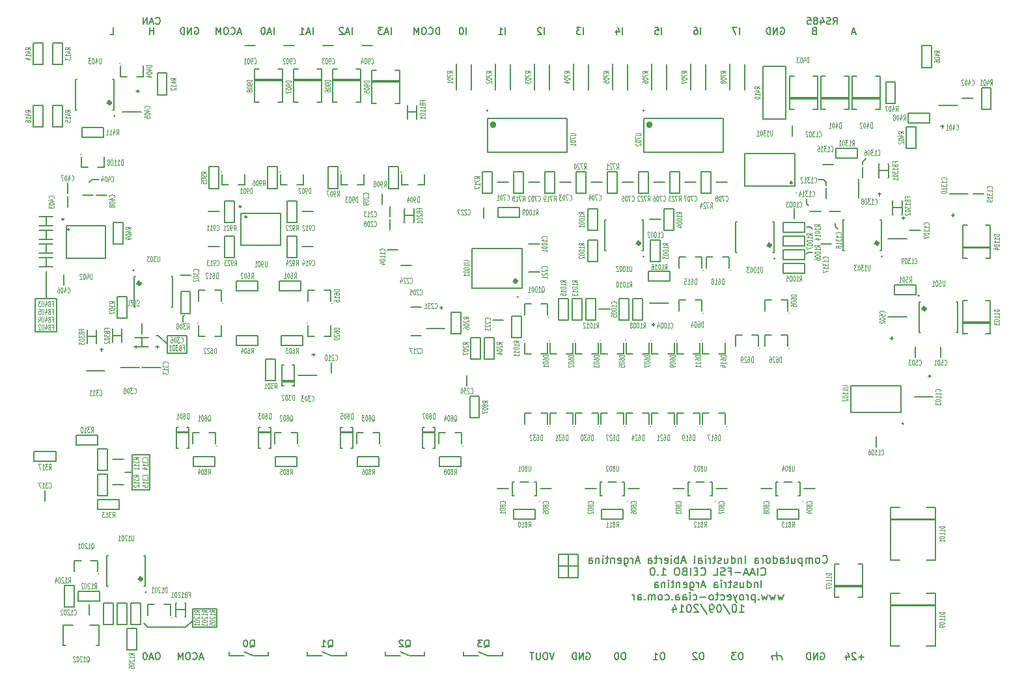
<source format=gbo>
G04 (created by PCBNEW (2013-jul-07)-stable) date miÃ© 17 sep 2014 11:04:25 ART*
%MOIN*%
G04 Gerber Fmt 3.4, Leading zero omitted, Abs format*
%FSLAX34Y34*%
G01*
G70*
G90*
G04 APERTURE LIST*
%ADD10C,0.00590551*%
%ADD11C,0.005*%
%ADD12C,0.00787402*%
%ADD13C,0.008*%
%ADD14C,0.015748*%
%ADD15C,0.01*%
%ADD16C,0.011*%
%ADD17C,0.00708661*%
%ADD18C,0.0045*%
G04 APERTURE END LIST*
G54D10*
G54D11*
X27000Y-44750D02*
X26550Y-44550D01*
X31000Y-44750D02*
X30550Y-44550D01*
X35000Y-44750D02*
X34550Y-44550D01*
X39000Y-44750D02*
X38550Y-44550D01*
X27775Y-44750D02*
X27775Y-44550D01*
X27550Y-44750D02*
X27775Y-44750D01*
X25775Y-44750D02*
X26000Y-44750D01*
X25775Y-44550D02*
X25775Y-44750D01*
X39775Y-44750D02*
X39775Y-44550D01*
X39550Y-44750D02*
X39775Y-44750D01*
X37775Y-44750D02*
X38000Y-44750D01*
X37775Y-44550D02*
X37775Y-44750D01*
X35775Y-44750D02*
X35775Y-44550D01*
X35550Y-44750D02*
X35775Y-44750D01*
X33775Y-44750D02*
X34000Y-44750D01*
X33775Y-44550D02*
X33775Y-44750D01*
X31775Y-44750D02*
X31775Y-44550D01*
X31550Y-44750D02*
X31775Y-44750D01*
X29775Y-44750D02*
X30000Y-44750D01*
X29775Y-44550D02*
X29775Y-44750D01*
X54050Y-44750D02*
X54100Y-44950D01*
X53800Y-44750D02*
X53850Y-44950D01*
X53550Y-44750D02*
X53600Y-44950D01*
X22150Y-44591D02*
X22083Y-44591D01*
X22050Y-44608D01*
X22016Y-44641D01*
X22000Y-44708D01*
X22000Y-44825D01*
X22016Y-44891D01*
X22050Y-44925D01*
X22083Y-44941D01*
X22150Y-44941D01*
X22183Y-44925D01*
X22216Y-44891D01*
X22233Y-44825D01*
X22233Y-44708D01*
X22216Y-44641D01*
X22183Y-44608D01*
X22150Y-44591D01*
X21866Y-44841D02*
X21700Y-44841D01*
X21900Y-44941D02*
X21783Y-44591D01*
X21666Y-44941D01*
X21483Y-44591D02*
X21450Y-44591D01*
X21416Y-44608D01*
X21400Y-44625D01*
X21383Y-44658D01*
X21366Y-44725D01*
X21366Y-44808D01*
X21383Y-44875D01*
X21400Y-44908D01*
X21416Y-44925D01*
X21450Y-44941D01*
X21483Y-44941D01*
X21516Y-44925D01*
X21533Y-44908D01*
X21550Y-44875D01*
X21566Y-44808D01*
X21566Y-44725D01*
X21550Y-44658D01*
X21533Y-44625D01*
X21516Y-44608D01*
X21483Y-44591D01*
X24441Y-44841D02*
X24274Y-44841D01*
X24474Y-44941D02*
X24358Y-44591D01*
X24241Y-44941D01*
X23924Y-44908D02*
X23941Y-44925D01*
X23991Y-44941D01*
X24024Y-44941D01*
X24074Y-44925D01*
X24108Y-44891D01*
X24124Y-44858D01*
X24141Y-44791D01*
X24141Y-44741D01*
X24124Y-44675D01*
X24108Y-44641D01*
X24074Y-44608D01*
X24024Y-44591D01*
X23991Y-44591D01*
X23941Y-44608D01*
X23924Y-44625D01*
X23708Y-44591D02*
X23641Y-44591D01*
X23608Y-44608D01*
X23574Y-44641D01*
X23558Y-44708D01*
X23558Y-44825D01*
X23574Y-44891D01*
X23608Y-44925D01*
X23641Y-44941D01*
X23708Y-44941D01*
X23741Y-44925D01*
X23774Y-44891D01*
X23791Y-44825D01*
X23791Y-44708D01*
X23774Y-44641D01*
X23741Y-44608D01*
X23708Y-44591D01*
X23408Y-44941D02*
X23408Y-44591D01*
X23291Y-44841D01*
X23175Y-44591D01*
X23175Y-44941D01*
X34000Y-44750D02*
X34550Y-44750D01*
X35000Y-44750D02*
X35550Y-44750D01*
X30000Y-44750D02*
X30550Y-44750D01*
X31000Y-44750D02*
X31550Y-44750D01*
X26000Y-44750D02*
X26550Y-44750D01*
X27000Y-44750D02*
X27550Y-44750D01*
X39000Y-44750D02*
X39550Y-44750D01*
X38000Y-44750D02*
X38550Y-44750D01*
X26833Y-44325D02*
X26866Y-44308D01*
X26900Y-44275D01*
X26950Y-44225D01*
X26983Y-44208D01*
X27016Y-44208D01*
X27000Y-44291D02*
X27033Y-44275D01*
X27066Y-44241D01*
X27083Y-44175D01*
X27083Y-44058D01*
X27066Y-43991D01*
X27033Y-43958D01*
X27000Y-43941D01*
X26933Y-43941D01*
X26900Y-43958D01*
X26866Y-43991D01*
X26850Y-44058D01*
X26850Y-44175D01*
X26866Y-44241D01*
X26900Y-44275D01*
X26933Y-44291D01*
X27000Y-44291D01*
X26633Y-43941D02*
X26600Y-43941D01*
X26566Y-43958D01*
X26550Y-43975D01*
X26533Y-44008D01*
X26516Y-44075D01*
X26516Y-44158D01*
X26533Y-44225D01*
X26550Y-44258D01*
X26566Y-44275D01*
X26600Y-44291D01*
X26633Y-44291D01*
X26666Y-44275D01*
X26683Y-44258D01*
X26700Y-44225D01*
X26716Y-44158D01*
X26716Y-44075D01*
X26700Y-44008D01*
X26683Y-43975D01*
X26666Y-43958D01*
X26633Y-43941D01*
X30833Y-44325D02*
X30866Y-44308D01*
X30900Y-44275D01*
X30950Y-44225D01*
X30983Y-44208D01*
X31016Y-44208D01*
X31000Y-44291D02*
X31033Y-44275D01*
X31066Y-44241D01*
X31083Y-44175D01*
X31083Y-44058D01*
X31066Y-43991D01*
X31033Y-43958D01*
X31000Y-43941D01*
X30933Y-43941D01*
X30900Y-43958D01*
X30866Y-43991D01*
X30850Y-44058D01*
X30850Y-44175D01*
X30866Y-44241D01*
X30900Y-44275D01*
X30933Y-44291D01*
X31000Y-44291D01*
X30516Y-44291D02*
X30716Y-44291D01*
X30616Y-44291D02*
X30616Y-43941D01*
X30650Y-43991D01*
X30683Y-44025D01*
X30716Y-44041D01*
X34808Y-44325D02*
X34841Y-44308D01*
X34875Y-44275D01*
X34925Y-44225D01*
X34958Y-44208D01*
X34991Y-44208D01*
X34975Y-44291D02*
X35008Y-44275D01*
X35041Y-44241D01*
X35058Y-44175D01*
X35058Y-44058D01*
X35041Y-43991D01*
X35008Y-43958D01*
X34975Y-43941D01*
X34908Y-43941D01*
X34875Y-43958D01*
X34841Y-43991D01*
X34825Y-44058D01*
X34825Y-44175D01*
X34841Y-44241D01*
X34875Y-44275D01*
X34908Y-44291D01*
X34975Y-44291D01*
X34691Y-43975D02*
X34675Y-43958D01*
X34641Y-43941D01*
X34558Y-43941D01*
X34525Y-43958D01*
X34508Y-43975D01*
X34491Y-44008D01*
X34491Y-44041D01*
X34508Y-44091D01*
X34708Y-44291D01*
X34491Y-44291D01*
X38833Y-44325D02*
X38866Y-44308D01*
X38900Y-44275D01*
X38950Y-44225D01*
X38983Y-44208D01*
X39016Y-44208D01*
X39000Y-44291D02*
X39033Y-44275D01*
X39066Y-44241D01*
X39083Y-44175D01*
X39083Y-44058D01*
X39066Y-43991D01*
X39033Y-43958D01*
X39000Y-43941D01*
X38933Y-43941D01*
X38900Y-43958D01*
X38866Y-43991D01*
X38850Y-44058D01*
X38850Y-44175D01*
X38866Y-44241D01*
X38900Y-44275D01*
X38933Y-44291D01*
X39000Y-44291D01*
X38733Y-43941D02*
X38516Y-43941D01*
X38633Y-44075D01*
X38583Y-44075D01*
X38550Y-44091D01*
X38533Y-44108D01*
X38516Y-44141D01*
X38516Y-44225D01*
X38533Y-44258D01*
X38550Y-44275D01*
X38583Y-44291D01*
X38683Y-44291D01*
X38716Y-44275D01*
X38733Y-44258D01*
X42416Y-44591D02*
X42299Y-44941D01*
X42183Y-44591D01*
X41999Y-44591D02*
X41933Y-44591D01*
X41899Y-44608D01*
X41866Y-44641D01*
X41849Y-44708D01*
X41849Y-44825D01*
X41866Y-44891D01*
X41899Y-44925D01*
X41933Y-44941D01*
X41999Y-44941D01*
X42033Y-44925D01*
X42066Y-44891D01*
X42083Y-44825D01*
X42083Y-44708D01*
X42066Y-44641D01*
X42033Y-44608D01*
X41999Y-44591D01*
X41699Y-44591D02*
X41699Y-44875D01*
X41683Y-44908D01*
X41666Y-44925D01*
X41633Y-44941D01*
X41566Y-44941D01*
X41533Y-44925D01*
X41516Y-44908D01*
X41499Y-44875D01*
X41499Y-44591D01*
X41383Y-44591D02*
X41183Y-44591D01*
X41283Y-44941D02*
X41283Y-44591D01*
X46000Y-44591D02*
X45933Y-44591D01*
X45900Y-44608D01*
X45866Y-44641D01*
X45850Y-44708D01*
X45850Y-44825D01*
X45866Y-44891D01*
X45900Y-44925D01*
X45933Y-44941D01*
X46000Y-44941D01*
X46033Y-44925D01*
X46066Y-44891D01*
X46083Y-44825D01*
X46083Y-44708D01*
X46066Y-44641D01*
X46033Y-44608D01*
X46000Y-44591D01*
X45633Y-44591D02*
X45600Y-44591D01*
X45566Y-44608D01*
X45550Y-44625D01*
X45533Y-44658D01*
X45516Y-44725D01*
X45516Y-44808D01*
X45533Y-44875D01*
X45550Y-44908D01*
X45566Y-44925D01*
X45600Y-44941D01*
X45633Y-44941D01*
X45666Y-44925D01*
X45683Y-44908D01*
X45700Y-44875D01*
X45716Y-44808D01*
X45716Y-44725D01*
X45700Y-44658D01*
X45683Y-44625D01*
X45666Y-44608D01*
X45633Y-44591D01*
X48000Y-44591D02*
X47933Y-44591D01*
X47900Y-44608D01*
X47866Y-44641D01*
X47850Y-44708D01*
X47850Y-44825D01*
X47866Y-44891D01*
X47900Y-44925D01*
X47933Y-44941D01*
X48000Y-44941D01*
X48033Y-44925D01*
X48066Y-44891D01*
X48083Y-44825D01*
X48083Y-44708D01*
X48066Y-44641D01*
X48033Y-44608D01*
X48000Y-44591D01*
X47516Y-44941D02*
X47716Y-44941D01*
X47616Y-44941D02*
X47616Y-44591D01*
X47650Y-44641D01*
X47683Y-44675D01*
X47716Y-44691D01*
X50000Y-44591D02*
X49933Y-44591D01*
X49900Y-44608D01*
X49866Y-44641D01*
X49850Y-44708D01*
X49850Y-44825D01*
X49866Y-44891D01*
X49900Y-44925D01*
X49933Y-44941D01*
X50000Y-44941D01*
X50033Y-44925D01*
X50066Y-44891D01*
X50083Y-44825D01*
X50083Y-44708D01*
X50066Y-44641D01*
X50033Y-44608D01*
X50000Y-44591D01*
X49716Y-44625D02*
X49700Y-44608D01*
X49666Y-44591D01*
X49583Y-44591D01*
X49550Y-44608D01*
X49533Y-44625D01*
X49516Y-44658D01*
X49516Y-44691D01*
X49533Y-44741D01*
X49733Y-44941D01*
X49516Y-44941D01*
X44066Y-44608D02*
X44099Y-44591D01*
X44149Y-44591D01*
X44199Y-44608D01*
X44233Y-44641D01*
X44249Y-44675D01*
X44266Y-44741D01*
X44266Y-44791D01*
X44249Y-44858D01*
X44233Y-44891D01*
X44199Y-44925D01*
X44149Y-44941D01*
X44116Y-44941D01*
X44066Y-44925D01*
X44049Y-44908D01*
X44049Y-44791D01*
X44116Y-44791D01*
X43899Y-44941D02*
X43899Y-44591D01*
X43699Y-44941D01*
X43699Y-44591D01*
X43533Y-44941D02*
X43533Y-44591D01*
X43450Y-44591D01*
X43400Y-44608D01*
X43366Y-44641D01*
X43350Y-44675D01*
X43333Y-44741D01*
X43333Y-44791D01*
X43350Y-44858D01*
X43366Y-44891D01*
X43400Y-44925D01*
X43450Y-44941D01*
X43533Y-44941D01*
X52000Y-44591D02*
X51933Y-44591D01*
X51900Y-44608D01*
X51866Y-44641D01*
X51850Y-44708D01*
X51850Y-44825D01*
X51866Y-44891D01*
X51900Y-44925D01*
X51933Y-44941D01*
X52000Y-44941D01*
X52033Y-44925D01*
X52066Y-44891D01*
X52083Y-44825D01*
X52083Y-44708D01*
X52066Y-44641D01*
X52033Y-44608D01*
X52000Y-44591D01*
X51733Y-44591D02*
X51516Y-44591D01*
X51633Y-44725D01*
X51583Y-44725D01*
X51550Y-44741D01*
X51533Y-44758D01*
X51516Y-44791D01*
X51516Y-44875D01*
X51533Y-44908D01*
X51550Y-44925D01*
X51583Y-44941D01*
X51683Y-44941D01*
X51716Y-44925D01*
X51733Y-44908D01*
X53550Y-44750D02*
X54050Y-44750D01*
X53800Y-44750D02*
X53800Y-44550D01*
X58291Y-44808D02*
X58025Y-44808D01*
X58158Y-44941D02*
X58158Y-44675D01*
X57875Y-44625D02*
X57858Y-44608D01*
X57825Y-44591D01*
X57741Y-44591D01*
X57708Y-44608D01*
X57691Y-44625D01*
X57675Y-44658D01*
X57675Y-44691D01*
X57691Y-44741D01*
X57891Y-44941D01*
X57675Y-44941D01*
X57374Y-44708D02*
X57374Y-44941D01*
X57458Y-44575D02*
X57541Y-44825D01*
X57324Y-44825D01*
X56066Y-44608D02*
X56099Y-44591D01*
X56149Y-44591D01*
X56199Y-44608D01*
X56233Y-44641D01*
X56249Y-44675D01*
X56266Y-44741D01*
X56266Y-44791D01*
X56249Y-44858D01*
X56233Y-44891D01*
X56199Y-44925D01*
X56149Y-44941D01*
X56116Y-44941D01*
X56066Y-44925D01*
X56049Y-44908D01*
X56049Y-44791D01*
X56116Y-44791D01*
X55899Y-44941D02*
X55899Y-44591D01*
X55699Y-44941D01*
X55699Y-44591D01*
X55533Y-44941D02*
X55533Y-44591D01*
X55450Y-44591D01*
X55400Y-44608D01*
X55366Y-44641D01*
X55350Y-44675D01*
X55333Y-44741D01*
X55333Y-44791D01*
X55350Y-44858D01*
X55366Y-44891D01*
X55400Y-44925D01*
X55450Y-44941D01*
X55533Y-44941D01*
X57833Y-12816D02*
X57666Y-12816D01*
X57866Y-12916D02*
X57750Y-12566D01*
X57633Y-12916D01*
X55725Y-12733D02*
X55675Y-12750D01*
X55658Y-12766D01*
X55641Y-12800D01*
X55641Y-12850D01*
X55658Y-12883D01*
X55675Y-12900D01*
X55708Y-12916D01*
X55841Y-12916D01*
X55841Y-12566D01*
X55725Y-12566D01*
X55691Y-12583D01*
X55675Y-12600D01*
X55658Y-12633D01*
X55658Y-12666D01*
X55675Y-12700D01*
X55691Y-12716D01*
X55725Y-12733D01*
X55841Y-12733D01*
X56708Y-12391D02*
X56825Y-12225D01*
X56908Y-12391D02*
X56908Y-12041D01*
X56775Y-12041D01*
X56741Y-12058D01*
X56725Y-12075D01*
X56708Y-12108D01*
X56708Y-12158D01*
X56725Y-12191D01*
X56741Y-12208D01*
X56775Y-12225D01*
X56908Y-12225D01*
X56575Y-12375D02*
X56525Y-12391D01*
X56441Y-12391D01*
X56408Y-12375D01*
X56391Y-12358D01*
X56375Y-12325D01*
X56375Y-12291D01*
X56391Y-12258D01*
X56408Y-12241D01*
X56441Y-12225D01*
X56508Y-12208D01*
X56541Y-12191D01*
X56558Y-12175D01*
X56575Y-12141D01*
X56575Y-12108D01*
X56558Y-12075D01*
X56541Y-12058D01*
X56508Y-12041D01*
X56425Y-12041D01*
X56375Y-12058D01*
X56075Y-12158D02*
X56075Y-12391D01*
X56158Y-12025D02*
X56241Y-12275D01*
X56025Y-12275D01*
X55841Y-12191D02*
X55875Y-12175D01*
X55891Y-12158D01*
X55908Y-12125D01*
X55908Y-12108D01*
X55891Y-12075D01*
X55875Y-12058D01*
X55841Y-12041D01*
X55775Y-12041D01*
X55741Y-12058D01*
X55725Y-12075D01*
X55708Y-12108D01*
X55708Y-12125D01*
X55725Y-12158D01*
X55741Y-12175D01*
X55775Y-12191D01*
X55841Y-12191D01*
X55875Y-12208D01*
X55891Y-12225D01*
X55908Y-12258D01*
X55908Y-12325D01*
X55891Y-12358D01*
X55875Y-12375D01*
X55841Y-12391D01*
X55775Y-12391D01*
X55741Y-12375D01*
X55725Y-12358D01*
X55708Y-12325D01*
X55708Y-12258D01*
X55725Y-12225D01*
X55741Y-12208D01*
X55775Y-12191D01*
X55391Y-12041D02*
X55558Y-12041D01*
X55575Y-12208D01*
X55558Y-12191D01*
X55525Y-12175D01*
X55441Y-12175D01*
X55408Y-12191D01*
X55391Y-12208D01*
X55375Y-12241D01*
X55375Y-12325D01*
X55391Y-12358D01*
X55408Y-12375D01*
X55441Y-12391D01*
X55525Y-12391D01*
X55558Y-12375D01*
X55575Y-12358D01*
X54016Y-12583D02*
X54049Y-12566D01*
X54099Y-12566D01*
X54149Y-12583D01*
X54183Y-12616D01*
X54199Y-12650D01*
X54216Y-12716D01*
X54216Y-12766D01*
X54199Y-12833D01*
X54183Y-12866D01*
X54149Y-12900D01*
X54099Y-12916D01*
X54066Y-12916D01*
X54016Y-12900D01*
X53999Y-12883D01*
X53999Y-12766D01*
X54066Y-12766D01*
X53849Y-12916D02*
X53849Y-12566D01*
X53649Y-12916D01*
X53649Y-12566D01*
X53483Y-12916D02*
X53483Y-12566D01*
X53400Y-12566D01*
X53350Y-12583D01*
X53316Y-12616D01*
X53300Y-12650D01*
X53283Y-12716D01*
X53283Y-12766D01*
X53300Y-12833D01*
X53316Y-12866D01*
X53350Y-12900D01*
X53400Y-12916D01*
X53483Y-12916D01*
X51916Y-12916D02*
X51916Y-12566D01*
X51783Y-12566D02*
X51550Y-12566D01*
X51700Y-12916D01*
X49916Y-12916D02*
X49916Y-12566D01*
X49600Y-12566D02*
X49666Y-12566D01*
X49700Y-12583D01*
X49716Y-12600D01*
X49750Y-12650D01*
X49766Y-12716D01*
X49766Y-12850D01*
X49750Y-12883D01*
X49733Y-12900D01*
X49700Y-12916D01*
X49633Y-12916D01*
X49600Y-12900D01*
X49583Y-12883D01*
X49566Y-12850D01*
X49566Y-12766D01*
X49583Y-12733D01*
X49600Y-12716D01*
X49633Y-12700D01*
X49700Y-12700D01*
X49733Y-12716D01*
X49750Y-12733D01*
X49766Y-12766D01*
X47916Y-12916D02*
X47916Y-12566D01*
X47583Y-12566D02*
X47750Y-12566D01*
X47766Y-12733D01*
X47750Y-12716D01*
X47716Y-12700D01*
X47633Y-12700D01*
X47600Y-12716D01*
X47583Y-12733D01*
X47566Y-12766D01*
X47566Y-12850D01*
X47583Y-12883D01*
X47600Y-12900D01*
X47633Y-12916D01*
X47716Y-12916D01*
X47750Y-12900D01*
X47766Y-12883D01*
X45916Y-12916D02*
X45916Y-12566D01*
X45600Y-12683D02*
X45600Y-12916D01*
X45683Y-12550D02*
X45766Y-12800D01*
X45550Y-12800D01*
X43916Y-12916D02*
X43916Y-12566D01*
X43783Y-12566D02*
X43566Y-12566D01*
X43683Y-12700D01*
X43633Y-12700D01*
X43600Y-12716D01*
X43583Y-12733D01*
X43566Y-12766D01*
X43566Y-12850D01*
X43583Y-12883D01*
X43600Y-12900D01*
X43633Y-12916D01*
X43733Y-12916D01*
X43766Y-12900D01*
X43783Y-12883D01*
X41916Y-12916D02*
X41916Y-12566D01*
X41766Y-12600D02*
X41750Y-12583D01*
X41716Y-12566D01*
X41633Y-12566D01*
X41600Y-12583D01*
X41583Y-12600D01*
X41566Y-12633D01*
X41566Y-12666D01*
X41583Y-12716D01*
X41783Y-12916D01*
X41566Y-12916D01*
X39916Y-12916D02*
X39916Y-12566D01*
X39566Y-12916D02*
X39766Y-12916D01*
X39666Y-12916D02*
X39666Y-12566D01*
X39700Y-12616D01*
X39733Y-12650D01*
X39766Y-12666D01*
X37916Y-12916D02*
X37916Y-12566D01*
X37683Y-12566D02*
X37650Y-12566D01*
X37616Y-12583D01*
X37600Y-12600D01*
X37583Y-12633D01*
X37566Y-12700D01*
X37566Y-12783D01*
X37583Y-12850D01*
X37600Y-12883D01*
X37616Y-12900D01*
X37650Y-12916D01*
X37683Y-12916D01*
X37716Y-12900D01*
X37733Y-12883D01*
X37750Y-12850D01*
X37766Y-12783D01*
X37766Y-12700D01*
X37750Y-12633D01*
X37733Y-12600D01*
X37716Y-12583D01*
X37683Y-12566D01*
X36549Y-12916D02*
X36549Y-12566D01*
X36466Y-12566D01*
X36416Y-12583D01*
X36383Y-12616D01*
X36366Y-12650D01*
X36349Y-12716D01*
X36349Y-12766D01*
X36366Y-12833D01*
X36383Y-12866D01*
X36416Y-12900D01*
X36466Y-12916D01*
X36549Y-12916D01*
X35999Y-12883D02*
X36016Y-12900D01*
X36066Y-12916D01*
X36099Y-12916D01*
X36149Y-12900D01*
X36183Y-12866D01*
X36199Y-12833D01*
X36216Y-12766D01*
X36216Y-12716D01*
X36199Y-12650D01*
X36183Y-12616D01*
X36149Y-12583D01*
X36099Y-12566D01*
X36066Y-12566D01*
X36016Y-12583D01*
X35999Y-12600D01*
X35783Y-12566D02*
X35716Y-12566D01*
X35683Y-12583D01*
X35649Y-12616D01*
X35633Y-12683D01*
X35633Y-12800D01*
X35649Y-12866D01*
X35683Y-12900D01*
X35716Y-12916D01*
X35783Y-12916D01*
X35816Y-12900D01*
X35849Y-12866D01*
X35866Y-12800D01*
X35866Y-12683D01*
X35849Y-12616D01*
X35816Y-12583D01*
X35783Y-12566D01*
X35483Y-12916D02*
X35483Y-12566D01*
X35366Y-12816D01*
X35250Y-12566D01*
X35250Y-12916D01*
X34066Y-12916D02*
X34066Y-12566D01*
X33916Y-12816D02*
X33750Y-12816D01*
X33950Y-12916D02*
X33833Y-12566D01*
X33716Y-12916D01*
X33633Y-12566D02*
X33416Y-12566D01*
X33533Y-12700D01*
X33483Y-12700D01*
X33450Y-12716D01*
X33433Y-12733D01*
X33416Y-12766D01*
X33416Y-12850D01*
X33433Y-12883D01*
X33450Y-12900D01*
X33483Y-12916D01*
X33583Y-12916D01*
X33616Y-12900D01*
X33633Y-12883D01*
X32066Y-12916D02*
X32066Y-12566D01*
X31916Y-12816D02*
X31750Y-12816D01*
X31950Y-12916D02*
X31833Y-12566D01*
X31716Y-12916D01*
X31616Y-12600D02*
X31600Y-12583D01*
X31566Y-12566D01*
X31483Y-12566D01*
X31450Y-12583D01*
X31433Y-12600D01*
X31416Y-12633D01*
X31416Y-12666D01*
X31433Y-12716D01*
X31633Y-12916D01*
X31416Y-12916D01*
X30066Y-12916D02*
X30066Y-12566D01*
X29916Y-12816D02*
X29750Y-12816D01*
X29950Y-12916D02*
X29833Y-12566D01*
X29716Y-12916D01*
X29416Y-12916D02*
X29616Y-12916D01*
X29516Y-12916D02*
X29516Y-12566D01*
X29550Y-12616D01*
X29583Y-12650D01*
X29616Y-12666D01*
X28066Y-12916D02*
X28066Y-12566D01*
X27916Y-12816D02*
X27750Y-12816D01*
X27950Y-12916D02*
X27833Y-12566D01*
X27716Y-12916D01*
X27533Y-12566D02*
X27500Y-12566D01*
X27466Y-12583D01*
X27450Y-12600D01*
X27433Y-12633D01*
X27416Y-12700D01*
X27416Y-12783D01*
X27433Y-12850D01*
X27450Y-12883D01*
X27466Y-12900D01*
X27500Y-12916D01*
X27533Y-12916D01*
X27566Y-12900D01*
X27583Y-12883D01*
X27600Y-12850D01*
X27616Y-12783D01*
X27616Y-12700D01*
X27600Y-12633D01*
X27583Y-12600D01*
X27566Y-12583D01*
X27533Y-12566D01*
X26391Y-12816D02*
X26224Y-12816D01*
X26424Y-12916D02*
X26308Y-12566D01*
X26191Y-12916D01*
X25874Y-12883D02*
X25891Y-12900D01*
X25941Y-12916D01*
X25974Y-12916D01*
X26024Y-12900D01*
X26058Y-12866D01*
X26074Y-12833D01*
X26091Y-12766D01*
X26091Y-12716D01*
X26074Y-12650D01*
X26058Y-12616D01*
X26024Y-12583D01*
X25974Y-12566D01*
X25941Y-12566D01*
X25891Y-12583D01*
X25874Y-12600D01*
X25658Y-12566D02*
X25591Y-12566D01*
X25558Y-12583D01*
X25524Y-12616D01*
X25508Y-12683D01*
X25508Y-12800D01*
X25524Y-12866D01*
X25558Y-12900D01*
X25591Y-12916D01*
X25658Y-12916D01*
X25691Y-12900D01*
X25724Y-12866D01*
X25741Y-12800D01*
X25741Y-12683D01*
X25724Y-12616D01*
X25691Y-12583D01*
X25658Y-12566D01*
X25358Y-12916D02*
X25358Y-12566D01*
X25241Y-12816D01*
X25125Y-12566D01*
X25125Y-12916D01*
X19691Y-12916D02*
X19858Y-12916D01*
X19858Y-12566D01*
X24016Y-12583D02*
X24049Y-12566D01*
X24099Y-12566D01*
X24149Y-12583D01*
X24183Y-12616D01*
X24199Y-12650D01*
X24216Y-12716D01*
X24216Y-12766D01*
X24199Y-12833D01*
X24183Y-12866D01*
X24149Y-12900D01*
X24099Y-12916D01*
X24066Y-12916D01*
X24016Y-12900D01*
X23999Y-12883D01*
X23999Y-12766D01*
X24066Y-12766D01*
X23849Y-12916D02*
X23849Y-12566D01*
X23649Y-12916D01*
X23649Y-12566D01*
X23483Y-12916D02*
X23483Y-12566D01*
X23400Y-12566D01*
X23350Y-12583D01*
X23316Y-12616D01*
X23300Y-12650D01*
X23283Y-12716D01*
X23283Y-12766D01*
X23300Y-12833D01*
X23316Y-12866D01*
X23350Y-12900D01*
X23400Y-12916D01*
X23483Y-12916D01*
X21899Y-12916D02*
X21899Y-12566D01*
X21899Y-12733D02*
X21699Y-12733D01*
X21699Y-12916D02*
X21699Y-12566D01*
X22024Y-12358D02*
X22041Y-12375D01*
X22091Y-12391D01*
X22124Y-12391D01*
X22174Y-12375D01*
X22208Y-12341D01*
X22224Y-12308D01*
X22241Y-12241D01*
X22241Y-12191D01*
X22224Y-12125D01*
X22208Y-12091D01*
X22174Y-12058D01*
X22124Y-12041D01*
X22091Y-12041D01*
X22041Y-12058D01*
X22024Y-12075D01*
X21891Y-12291D02*
X21724Y-12291D01*
X21924Y-12391D02*
X21808Y-12041D01*
X21691Y-12391D01*
X21574Y-12391D02*
X21574Y-12041D01*
X21374Y-12391D01*
X21374Y-12041D01*
X21600Y-43300D02*
X23550Y-43300D01*
X15850Y-26450D02*
X15850Y-28150D01*
X16950Y-28150D02*
X16950Y-26450D01*
X15850Y-28150D02*
X16950Y-28150D01*
X15850Y-26450D02*
X16950Y-26450D01*
X22600Y-29250D02*
X23600Y-29250D01*
X22600Y-28350D02*
X23600Y-28350D01*
X20800Y-34450D02*
X20800Y-36250D01*
X21700Y-36250D02*
X21700Y-34450D01*
X20800Y-34450D02*
X21700Y-34450D01*
G54D12*
X56168Y-39971D02*
X56186Y-39990D01*
X56243Y-40009D01*
X56280Y-40009D01*
X56336Y-39990D01*
X56374Y-39953D01*
X56392Y-39915D01*
X56411Y-39840D01*
X56411Y-39784D01*
X56392Y-39709D01*
X56374Y-39671D01*
X56336Y-39634D01*
X56280Y-39615D01*
X56243Y-39615D01*
X56186Y-39634D01*
X56168Y-39653D01*
X55943Y-40009D02*
X55980Y-39990D01*
X55999Y-39971D01*
X56018Y-39934D01*
X56018Y-39821D01*
X55999Y-39784D01*
X55980Y-39765D01*
X55943Y-39746D01*
X55886Y-39746D01*
X55849Y-39765D01*
X55830Y-39784D01*
X55811Y-39821D01*
X55811Y-39934D01*
X55830Y-39971D01*
X55849Y-39990D01*
X55886Y-40009D01*
X55943Y-40009D01*
X55643Y-40009D02*
X55643Y-39746D01*
X55643Y-39784D02*
X55624Y-39765D01*
X55586Y-39746D01*
X55530Y-39746D01*
X55493Y-39765D01*
X55474Y-39803D01*
X55474Y-40009D01*
X55474Y-39803D02*
X55455Y-39765D01*
X55418Y-39746D01*
X55361Y-39746D01*
X55324Y-39765D01*
X55305Y-39803D01*
X55305Y-40009D01*
X55118Y-39746D02*
X55118Y-40140D01*
X55118Y-39765D02*
X55080Y-39746D01*
X55005Y-39746D01*
X54968Y-39765D01*
X54949Y-39784D01*
X54930Y-39821D01*
X54930Y-39934D01*
X54949Y-39971D01*
X54968Y-39990D01*
X55005Y-40009D01*
X55080Y-40009D01*
X55118Y-39990D01*
X54593Y-39746D02*
X54593Y-40009D01*
X54761Y-39746D02*
X54761Y-39953D01*
X54743Y-39990D01*
X54705Y-40009D01*
X54649Y-40009D01*
X54611Y-39990D01*
X54593Y-39971D01*
X54461Y-39746D02*
X54311Y-39746D01*
X54405Y-39615D02*
X54405Y-39953D01*
X54386Y-39990D01*
X54349Y-40009D01*
X54311Y-40009D01*
X54012Y-40009D02*
X54012Y-39803D01*
X54030Y-39765D01*
X54068Y-39746D01*
X54143Y-39746D01*
X54180Y-39765D01*
X54012Y-39990D02*
X54049Y-40009D01*
X54143Y-40009D01*
X54180Y-39990D01*
X54199Y-39953D01*
X54199Y-39915D01*
X54180Y-39878D01*
X54143Y-39859D01*
X54049Y-39859D01*
X54012Y-39840D01*
X53655Y-40009D02*
X53655Y-39615D01*
X53655Y-39990D02*
X53693Y-40009D01*
X53768Y-40009D01*
X53805Y-39990D01*
X53824Y-39971D01*
X53843Y-39934D01*
X53843Y-39821D01*
X53824Y-39784D01*
X53805Y-39765D01*
X53768Y-39746D01*
X53693Y-39746D01*
X53655Y-39765D01*
X53412Y-40009D02*
X53449Y-39990D01*
X53468Y-39971D01*
X53487Y-39934D01*
X53487Y-39821D01*
X53468Y-39784D01*
X53449Y-39765D01*
X53412Y-39746D01*
X53355Y-39746D01*
X53318Y-39765D01*
X53299Y-39784D01*
X53280Y-39821D01*
X53280Y-39934D01*
X53299Y-39971D01*
X53318Y-39990D01*
X53355Y-40009D01*
X53412Y-40009D01*
X53112Y-40009D02*
X53112Y-39746D01*
X53112Y-39821D02*
X53093Y-39784D01*
X53074Y-39765D01*
X53037Y-39746D01*
X52999Y-39746D01*
X52699Y-40009D02*
X52699Y-39803D01*
X52718Y-39765D01*
X52755Y-39746D01*
X52830Y-39746D01*
X52868Y-39765D01*
X52699Y-39990D02*
X52737Y-40009D01*
X52830Y-40009D01*
X52868Y-39990D01*
X52887Y-39953D01*
X52887Y-39915D01*
X52868Y-39878D01*
X52830Y-39859D01*
X52737Y-39859D01*
X52699Y-39840D01*
X52212Y-40009D02*
X52212Y-39615D01*
X52024Y-39746D02*
X52024Y-40009D01*
X52024Y-39784D02*
X52006Y-39765D01*
X51968Y-39746D01*
X51912Y-39746D01*
X51874Y-39765D01*
X51856Y-39803D01*
X51856Y-40009D01*
X51499Y-40009D02*
X51499Y-39615D01*
X51499Y-39990D02*
X51537Y-40009D01*
X51612Y-40009D01*
X51649Y-39990D01*
X51668Y-39971D01*
X51687Y-39934D01*
X51687Y-39821D01*
X51668Y-39784D01*
X51649Y-39765D01*
X51612Y-39746D01*
X51537Y-39746D01*
X51499Y-39765D01*
X51143Y-39746D02*
X51143Y-40009D01*
X51312Y-39746D02*
X51312Y-39953D01*
X51293Y-39990D01*
X51256Y-40009D01*
X51199Y-40009D01*
X51162Y-39990D01*
X51143Y-39971D01*
X50974Y-39990D02*
X50937Y-40009D01*
X50862Y-40009D01*
X50824Y-39990D01*
X50806Y-39953D01*
X50806Y-39934D01*
X50824Y-39896D01*
X50862Y-39878D01*
X50918Y-39878D01*
X50956Y-39859D01*
X50974Y-39821D01*
X50974Y-39803D01*
X50956Y-39765D01*
X50918Y-39746D01*
X50862Y-39746D01*
X50824Y-39765D01*
X50693Y-39746D02*
X50543Y-39746D01*
X50637Y-39615D02*
X50637Y-39953D01*
X50618Y-39990D01*
X50581Y-40009D01*
X50543Y-40009D01*
X50412Y-40009D02*
X50412Y-39746D01*
X50412Y-39821D02*
X50393Y-39784D01*
X50374Y-39765D01*
X50337Y-39746D01*
X50300Y-39746D01*
X50168Y-40009D02*
X50168Y-39746D01*
X50168Y-39615D02*
X50187Y-39634D01*
X50168Y-39653D01*
X50150Y-39634D01*
X50168Y-39615D01*
X50168Y-39653D01*
X49812Y-40009D02*
X49812Y-39803D01*
X49831Y-39765D01*
X49868Y-39746D01*
X49943Y-39746D01*
X49981Y-39765D01*
X49812Y-39990D02*
X49850Y-40009D01*
X49943Y-40009D01*
X49981Y-39990D01*
X50000Y-39953D01*
X50000Y-39915D01*
X49981Y-39878D01*
X49943Y-39859D01*
X49850Y-39859D01*
X49812Y-39840D01*
X49568Y-40009D02*
X49606Y-39990D01*
X49625Y-39953D01*
X49625Y-39615D01*
X49137Y-39896D02*
X48950Y-39896D01*
X49175Y-40009D02*
X49043Y-39615D01*
X48912Y-40009D01*
X48781Y-40009D02*
X48781Y-39615D01*
X48781Y-39765D02*
X48743Y-39746D01*
X48668Y-39746D01*
X48631Y-39765D01*
X48612Y-39784D01*
X48593Y-39821D01*
X48593Y-39934D01*
X48612Y-39971D01*
X48631Y-39990D01*
X48668Y-40009D01*
X48743Y-40009D01*
X48781Y-39990D01*
X48425Y-40009D02*
X48425Y-39746D01*
X48425Y-39615D02*
X48443Y-39634D01*
X48425Y-39653D01*
X48406Y-39634D01*
X48425Y-39615D01*
X48425Y-39653D01*
X48087Y-39990D02*
X48125Y-40009D01*
X48200Y-40009D01*
X48237Y-39990D01*
X48256Y-39953D01*
X48256Y-39803D01*
X48237Y-39765D01*
X48200Y-39746D01*
X48125Y-39746D01*
X48087Y-39765D01*
X48069Y-39803D01*
X48069Y-39840D01*
X48256Y-39878D01*
X47900Y-40009D02*
X47900Y-39746D01*
X47900Y-39821D02*
X47881Y-39784D01*
X47862Y-39765D01*
X47825Y-39746D01*
X47787Y-39746D01*
X47712Y-39746D02*
X47562Y-39746D01*
X47656Y-39615D02*
X47656Y-39953D01*
X47637Y-39990D01*
X47600Y-40009D01*
X47562Y-40009D01*
X47262Y-40009D02*
X47262Y-39803D01*
X47281Y-39765D01*
X47319Y-39746D01*
X47394Y-39746D01*
X47431Y-39765D01*
X47262Y-39990D02*
X47300Y-40009D01*
X47394Y-40009D01*
X47431Y-39990D01*
X47450Y-39953D01*
X47450Y-39915D01*
X47431Y-39878D01*
X47394Y-39859D01*
X47300Y-39859D01*
X47262Y-39840D01*
X46794Y-39896D02*
X46606Y-39896D01*
X46831Y-40009D02*
X46700Y-39615D01*
X46569Y-40009D01*
X46437Y-40009D02*
X46437Y-39746D01*
X46437Y-39821D02*
X46419Y-39784D01*
X46400Y-39765D01*
X46362Y-39746D01*
X46325Y-39746D01*
X46025Y-39746D02*
X46025Y-40065D01*
X46044Y-40103D01*
X46063Y-40121D01*
X46100Y-40140D01*
X46156Y-40140D01*
X46194Y-40121D01*
X46025Y-39990D02*
X46063Y-40009D01*
X46138Y-40009D01*
X46175Y-39990D01*
X46194Y-39971D01*
X46213Y-39934D01*
X46213Y-39821D01*
X46194Y-39784D01*
X46175Y-39765D01*
X46138Y-39746D01*
X46063Y-39746D01*
X46025Y-39765D01*
X45688Y-39990D02*
X45725Y-40009D01*
X45800Y-40009D01*
X45838Y-39990D01*
X45856Y-39953D01*
X45856Y-39803D01*
X45838Y-39765D01*
X45800Y-39746D01*
X45725Y-39746D01*
X45688Y-39765D01*
X45669Y-39803D01*
X45669Y-39840D01*
X45856Y-39878D01*
X45500Y-39746D02*
X45500Y-40009D01*
X45500Y-39784D02*
X45481Y-39765D01*
X45444Y-39746D01*
X45388Y-39746D01*
X45350Y-39765D01*
X45331Y-39803D01*
X45331Y-40009D01*
X45200Y-39746D02*
X45050Y-39746D01*
X45144Y-39615D02*
X45144Y-39953D01*
X45125Y-39990D01*
X45088Y-40009D01*
X45050Y-40009D01*
X44919Y-40009D02*
X44919Y-39746D01*
X44919Y-39615D02*
X44938Y-39634D01*
X44919Y-39653D01*
X44900Y-39634D01*
X44919Y-39615D01*
X44919Y-39653D01*
X44731Y-39746D02*
X44731Y-40009D01*
X44731Y-39784D02*
X44713Y-39765D01*
X44675Y-39746D01*
X44619Y-39746D01*
X44581Y-39765D01*
X44563Y-39803D01*
X44563Y-40009D01*
X44207Y-40009D02*
X44207Y-39803D01*
X44225Y-39765D01*
X44263Y-39746D01*
X44338Y-39746D01*
X44375Y-39765D01*
X44207Y-39990D02*
X44244Y-40009D01*
X44338Y-40009D01*
X44375Y-39990D01*
X44394Y-39953D01*
X44394Y-39915D01*
X44375Y-39878D01*
X44338Y-39859D01*
X44244Y-39859D01*
X44207Y-39840D01*
X53009Y-40601D02*
X53027Y-40620D01*
X53084Y-40639D01*
X53121Y-40639D01*
X53177Y-40620D01*
X53215Y-40583D01*
X53234Y-40545D01*
X53252Y-40470D01*
X53252Y-40414D01*
X53234Y-40339D01*
X53215Y-40301D01*
X53177Y-40264D01*
X53121Y-40245D01*
X53084Y-40245D01*
X53027Y-40264D01*
X53009Y-40283D01*
X52840Y-40639D02*
X52840Y-40245D01*
X52671Y-40526D02*
X52484Y-40526D01*
X52709Y-40639D02*
X52577Y-40245D01*
X52446Y-40639D01*
X52334Y-40526D02*
X52146Y-40526D01*
X52371Y-40639D02*
X52240Y-40245D01*
X52109Y-40639D01*
X51977Y-40489D02*
X51677Y-40489D01*
X51359Y-40433D02*
X51490Y-40433D01*
X51490Y-40639D02*
X51490Y-40245D01*
X51302Y-40245D01*
X51171Y-40620D02*
X51115Y-40639D01*
X51021Y-40639D01*
X50984Y-40620D01*
X50965Y-40601D01*
X50946Y-40564D01*
X50946Y-40526D01*
X50965Y-40489D01*
X50984Y-40470D01*
X51021Y-40451D01*
X51096Y-40433D01*
X51134Y-40414D01*
X51153Y-40395D01*
X51171Y-40358D01*
X51171Y-40320D01*
X51153Y-40283D01*
X51134Y-40264D01*
X51096Y-40245D01*
X51003Y-40245D01*
X50946Y-40264D01*
X50590Y-40639D02*
X50778Y-40639D01*
X50778Y-40245D01*
X49934Y-40601D02*
X49953Y-40620D01*
X50009Y-40639D01*
X50046Y-40639D01*
X50103Y-40620D01*
X50140Y-40583D01*
X50159Y-40545D01*
X50178Y-40470D01*
X50178Y-40414D01*
X50159Y-40339D01*
X50140Y-40301D01*
X50103Y-40264D01*
X50046Y-40245D01*
X50009Y-40245D01*
X49953Y-40264D01*
X49934Y-40283D01*
X49765Y-40433D02*
X49634Y-40433D01*
X49578Y-40639D02*
X49765Y-40639D01*
X49765Y-40245D01*
X49578Y-40245D01*
X49409Y-40639D02*
X49409Y-40245D01*
X49090Y-40433D02*
X49034Y-40451D01*
X49015Y-40470D01*
X48997Y-40508D01*
X48997Y-40564D01*
X49015Y-40601D01*
X49034Y-40620D01*
X49072Y-40639D01*
X49222Y-40639D01*
X49222Y-40245D01*
X49090Y-40245D01*
X49053Y-40264D01*
X49034Y-40283D01*
X49015Y-40320D01*
X49015Y-40358D01*
X49034Y-40395D01*
X49053Y-40414D01*
X49090Y-40433D01*
X49222Y-40433D01*
X48753Y-40245D02*
X48678Y-40245D01*
X48640Y-40264D01*
X48603Y-40301D01*
X48584Y-40376D01*
X48584Y-40508D01*
X48603Y-40583D01*
X48640Y-40620D01*
X48678Y-40639D01*
X48753Y-40639D01*
X48790Y-40620D01*
X48828Y-40583D01*
X48847Y-40508D01*
X48847Y-40376D01*
X48828Y-40301D01*
X48790Y-40264D01*
X48753Y-40245D01*
X47909Y-40639D02*
X48134Y-40639D01*
X48022Y-40639D02*
X48022Y-40245D01*
X48059Y-40301D01*
X48097Y-40339D01*
X48134Y-40358D01*
X47740Y-40601D02*
X47722Y-40620D01*
X47740Y-40639D01*
X47759Y-40620D01*
X47740Y-40601D01*
X47740Y-40639D01*
X47478Y-40245D02*
X47440Y-40245D01*
X47403Y-40264D01*
X47384Y-40283D01*
X47365Y-40320D01*
X47347Y-40395D01*
X47347Y-40489D01*
X47365Y-40564D01*
X47384Y-40601D01*
X47403Y-40620D01*
X47440Y-40639D01*
X47478Y-40639D01*
X47515Y-40620D01*
X47534Y-40601D01*
X47553Y-40564D01*
X47572Y-40489D01*
X47572Y-40395D01*
X47553Y-40320D01*
X47534Y-40283D01*
X47515Y-40264D01*
X47478Y-40245D01*
X53027Y-41269D02*
X53027Y-40875D01*
X52840Y-41006D02*
X52840Y-41269D01*
X52840Y-41044D02*
X52821Y-41025D01*
X52784Y-41006D01*
X52727Y-41006D01*
X52690Y-41025D01*
X52671Y-41062D01*
X52671Y-41269D01*
X52315Y-41269D02*
X52315Y-40875D01*
X52315Y-41250D02*
X52352Y-41269D01*
X52427Y-41269D01*
X52465Y-41250D01*
X52484Y-41231D01*
X52502Y-41194D01*
X52502Y-41081D01*
X52484Y-41044D01*
X52465Y-41025D01*
X52427Y-41006D01*
X52352Y-41006D01*
X52315Y-41025D01*
X51959Y-41006D02*
X51959Y-41269D01*
X52127Y-41006D02*
X52127Y-41212D01*
X52109Y-41250D01*
X52071Y-41269D01*
X52015Y-41269D01*
X51977Y-41250D01*
X51959Y-41231D01*
X51790Y-41250D02*
X51752Y-41269D01*
X51677Y-41269D01*
X51640Y-41250D01*
X51621Y-41212D01*
X51621Y-41194D01*
X51640Y-41156D01*
X51677Y-41137D01*
X51734Y-41137D01*
X51771Y-41119D01*
X51790Y-41081D01*
X51790Y-41062D01*
X51771Y-41025D01*
X51734Y-41006D01*
X51677Y-41006D01*
X51640Y-41025D01*
X51509Y-41006D02*
X51359Y-41006D01*
X51452Y-40875D02*
X51452Y-41212D01*
X51434Y-41250D01*
X51396Y-41269D01*
X51359Y-41269D01*
X51228Y-41269D02*
X51228Y-41006D01*
X51228Y-41081D02*
X51209Y-41044D01*
X51190Y-41025D01*
X51153Y-41006D01*
X51115Y-41006D01*
X50984Y-41269D02*
X50984Y-41006D01*
X50984Y-40875D02*
X51003Y-40894D01*
X50984Y-40912D01*
X50965Y-40894D01*
X50984Y-40875D01*
X50984Y-40912D01*
X50628Y-41269D02*
X50628Y-41062D01*
X50646Y-41025D01*
X50684Y-41006D01*
X50759Y-41006D01*
X50796Y-41025D01*
X50628Y-41250D02*
X50665Y-41269D01*
X50759Y-41269D01*
X50796Y-41250D01*
X50815Y-41212D01*
X50815Y-41175D01*
X50796Y-41137D01*
X50759Y-41119D01*
X50665Y-41119D01*
X50628Y-41100D01*
X50159Y-41156D02*
X49971Y-41156D01*
X50196Y-41269D02*
X50065Y-40875D01*
X49934Y-41269D01*
X49803Y-41269D02*
X49803Y-41006D01*
X49803Y-41081D02*
X49784Y-41044D01*
X49765Y-41025D01*
X49728Y-41006D01*
X49690Y-41006D01*
X49390Y-41006D02*
X49390Y-41325D01*
X49409Y-41362D01*
X49428Y-41381D01*
X49465Y-41400D01*
X49521Y-41400D01*
X49559Y-41381D01*
X49390Y-41250D02*
X49428Y-41269D01*
X49503Y-41269D01*
X49540Y-41250D01*
X49559Y-41231D01*
X49578Y-41194D01*
X49578Y-41081D01*
X49559Y-41044D01*
X49540Y-41025D01*
X49503Y-41006D01*
X49428Y-41006D01*
X49390Y-41025D01*
X49053Y-41250D02*
X49090Y-41269D01*
X49165Y-41269D01*
X49203Y-41250D01*
X49222Y-41212D01*
X49222Y-41062D01*
X49203Y-41025D01*
X49165Y-41006D01*
X49090Y-41006D01*
X49053Y-41025D01*
X49034Y-41062D01*
X49034Y-41100D01*
X49222Y-41137D01*
X48865Y-41006D02*
X48865Y-41269D01*
X48865Y-41044D02*
X48847Y-41025D01*
X48809Y-41006D01*
X48753Y-41006D01*
X48715Y-41025D01*
X48697Y-41062D01*
X48697Y-41269D01*
X48565Y-41006D02*
X48415Y-41006D01*
X48509Y-40875D02*
X48509Y-41212D01*
X48490Y-41250D01*
X48453Y-41269D01*
X48415Y-41269D01*
X48284Y-41269D02*
X48284Y-41006D01*
X48284Y-40875D02*
X48303Y-40894D01*
X48284Y-40912D01*
X48265Y-40894D01*
X48284Y-40875D01*
X48284Y-40912D01*
X48097Y-41006D02*
X48097Y-41269D01*
X48097Y-41044D02*
X48078Y-41025D01*
X48040Y-41006D01*
X47984Y-41006D01*
X47947Y-41025D01*
X47928Y-41062D01*
X47928Y-41269D01*
X47572Y-41269D02*
X47572Y-41062D01*
X47590Y-41025D01*
X47628Y-41006D01*
X47703Y-41006D01*
X47740Y-41025D01*
X47572Y-41250D02*
X47609Y-41269D01*
X47703Y-41269D01*
X47740Y-41250D01*
X47759Y-41212D01*
X47759Y-41175D01*
X47740Y-41137D01*
X47703Y-41119D01*
X47609Y-41119D01*
X47572Y-41100D01*
X54171Y-41636D02*
X54096Y-41899D01*
X54021Y-41711D01*
X53946Y-41899D01*
X53871Y-41636D01*
X53758Y-41636D02*
X53683Y-41899D01*
X53608Y-41711D01*
X53533Y-41899D01*
X53458Y-41636D01*
X53346Y-41636D02*
X53271Y-41899D01*
X53196Y-41711D01*
X53121Y-41899D01*
X53046Y-41636D01*
X52896Y-41861D02*
X52877Y-41880D01*
X52896Y-41899D01*
X52915Y-41880D01*
X52896Y-41861D01*
X52896Y-41899D01*
X52709Y-41636D02*
X52709Y-42030D01*
X52709Y-41655D02*
X52671Y-41636D01*
X52596Y-41636D01*
X52559Y-41655D01*
X52540Y-41674D01*
X52521Y-41711D01*
X52521Y-41824D01*
X52540Y-41861D01*
X52559Y-41880D01*
X52596Y-41899D01*
X52671Y-41899D01*
X52709Y-41880D01*
X52352Y-41899D02*
X52352Y-41636D01*
X52352Y-41711D02*
X52334Y-41674D01*
X52315Y-41655D01*
X52277Y-41636D01*
X52240Y-41636D01*
X52052Y-41899D02*
X52090Y-41880D01*
X52109Y-41861D01*
X52127Y-41824D01*
X52127Y-41711D01*
X52109Y-41674D01*
X52090Y-41655D01*
X52052Y-41636D01*
X51996Y-41636D01*
X51959Y-41655D01*
X51940Y-41674D01*
X51921Y-41711D01*
X51921Y-41824D01*
X51940Y-41861D01*
X51959Y-41880D01*
X51996Y-41899D01*
X52052Y-41899D01*
X51790Y-41636D02*
X51696Y-41899D01*
X51602Y-41636D02*
X51696Y-41899D01*
X51734Y-41992D01*
X51752Y-42011D01*
X51790Y-42030D01*
X51302Y-41880D02*
X51340Y-41899D01*
X51415Y-41899D01*
X51452Y-41880D01*
X51471Y-41842D01*
X51471Y-41692D01*
X51452Y-41655D01*
X51415Y-41636D01*
X51340Y-41636D01*
X51302Y-41655D01*
X51284Y-41692D01*
X51284Y-41730D01*
X51471Y-41767D01*
X50946Y-41880D02*
X50984Y-41899D01*
X51059Y-41899D01*
X51096Y-41880D01*
X51115Y-41861D01*
X51134Y-41824D01*
X51134Y-41711D01*
X51115Y-41674D01*
X51096Y-41655D01*
X51059Y-41636D01*
X50984Y-41636D01*
X50946Y-41655D01*
X50834Y-41636D02*
X50684Y-41636D01*
X50778Y-41505D02*
X50778Y-41842D01*
X50759Y-41880D01*
X50721Y-41899D01*
X50684Y-41899D01*
X50496Y-41899D02*
X50534Y-41880D01*
X50553Y-41861D01*
X50571Y-41824D01*
X50571Y-41711D01*
X50553Y-41674D01*
X50534Y-41655D01*
X50496Y-41636D01*
X50440Y-41636D01*
X50403Y-41655D01*
X50384Y-41674D01*
X50365Y-41711D01*
X50365Y-41824D01*
X50384Y-41861D01*
X50403Y-41880D01*
X50440Y-41899D01*
X50496Y-41899D01*
X50196Y-41749D02*
X49896Y-41749D01*
X49540Y-41880D02*
X49578Y-41899D01*
X49653Y-41899D01*
X49690Y-41880D01*
X49709Y-41861D01*
X49728Y-41824D01*
X49728Y-41711D01*
X49709Y-41674D01*
X49690Y-41655D01*
X49653Y-41636D01*
X49578Y-41636D01*
X49540Y-41655D01*
X49371Y-41899D02*
X49371Y-41636D01*
X49371Y-41505D02*
X49390Y-41524D01*
X49371Y-41542D01*
X49353Y-41524D01*
X49371Y-41505D01*
X49371Y-41542D01*
X49015Y-41899D02*
X49015Y-41692D01*
X49034Y-41655D01*
X49072Y-41636D01*
X49147Y-41636D01*
X49184Y-41655D01*
X49015Y-41880D02*
X49053Y-41899D01*
X49147Y-41899D01*
X49184Y-41880D01*
X49203Y-41842D01*
X49203Y-41805D01*
X49184Y-41767D01*
X49147Y-41749D01*
X49053Y-41749D01*
X49015Y-41730D01*
X48659Y-41899D02*
X48659Y-41692D01*
X48678Y-41655D01*
X48715Y-41636D01*
X48790Y-41636D01*
X48828Y-41655D01*
X48659Y-41880D02*
X48697Y-41899D01*
X48790Y-41899D01*
X48828Y-41880D01*
X48847Y-41842D01*
X48847Y-41805D01*
X48828Y-41767D01*
X48790Y-41749D01*
X48697Y-41749D01*
X48659Y-41730D01*
X48472Y-41861D02*
X48453Y-41880D01*
X48472Y-41899D01*
X48490Y-41880D01*
X48472Y-41861D01*
X48472Y-41899D01*
X48115Y-41880D02*
X48153Y-41899D01*
X48228Y-41899D01*
X48265Y-41880D01*
X48284Y-41861D01*
X48303Y-41824D01*
X48303Y-41711D01*
X48284Y-41674D01*
X48265Y-41655D01*
X48228Y-41636D01*
X48153Y-41636D01*
X48115Y-41655D01*
X47890Y-41899D02*
X47928Y-41880D01*
X47947Y-41861D01*
X47965Y-41824D01*
X47965Y-41711D01*
X47947Y-41674D01*
X47928Y-41655D01*
X47890Y-41636D01*
X47834Y-41636D01*
X47797Y-41655D01*
X47778Y-41674D01*
X47759Y-41711D01*
X47759Y-41824D01*
X47778Y-41861D01*
X47797Y-41880D01*
X47834Y-41899D01*
X47890Y-41899D01*
X47590Y-41899D02*
X47590Y-41636D01*
X47590Y-41674D02*
X47572Y-41655D01*
X47534Y-41636D01*
X47478Y-41636D01*
X47440Y-41655D01*
X47422Y-41692D01*
X47422Y-41899D01*
X47422Y-41692D02*
X47403Y-41655D01*
X47365Y-41636D01*
X47309Y-41636D01*
X47272Y-41655D01*
X47253Y-41692D01*
X47253Y-41899D01*
X47066Y-41861D02*
X47047Y-41880D01*
X47066Y-41899D01*
X47084Y-41880D01*
X47066Y-41861D01*
X47066Y-41899D01*
X46709Y-41899D02*
X46709Y-41692D01*
X46728Y-41655D01*
X46766Y-41636D01*
X46841Y-41636D01*
X46878Y-41655D01*
X46709Y-41880D02*
X46747Y-41899D01*
X46841Y-41899D01*
X46878Y-41880D01*
X46897Y-41842D01*
X46897Y-41805D01*
X46878Y-41767D01*
X46841Y-41749D01*
X46747Y-41749D01*
X46709Y-41730D01*
X46522Y-41899D02*
X46522Y-41636D01*
X46522Y-41711D02*
X46503Y-41674D01*
X46484Y-41655D01*
X46447Y-41636D01*
X46409Y-41636D01*
X51912Y-42529D02*
X52137Y-42529D01*
X52024Y-42529D02*
X52024Y-42135D01*
X52062Y-42191D01*
X52099Y-42229D01*
X52137Y-42247D01*
X51668Y-42135D02*
X51631Y-42135D01*
X51593Y-42154D01*
X51574Y-42172D01*
X51556Y-42210D01*
X51537Y-42285D01*
X51537Y-42379D01*
X51556Y-42454D01*
X51574Y-42491D01*
X51593Y-42510D01*
X51631Y-42529D01*
X51668Y-42529D01*
X51706Y-42510D01*
X51724Y-42491D01*
X51743Y-42454D01*
X51762Y-42379D01*
X51762Y-42285D01*
X51743Y-42210D01*
X51724Y-42172D01*
X51706Y-42154D01*
X51668Y-42135D01*
X51087Y-42116D02*
X51424Y-42622D01*
X50881Y-42135D02*
X50843Y-42135D01*
X50806Y-42154D01*
X50787Y-42172D01*
X50768Y-42210D01*
X50749Y-42285D01*
X50749Y-42379D01*
X50768Y-42454D01*
X50787Y-42491D01*
X50806Y-42510D01*
X50843Y-42529D01*
X50881Y-42529D01*
X50918Y-42510D01*
X50937Y-42491D01*
X50956Y-42454D01*
X50974Y-42379D01*
X50974Y-42285D01*
X50956Y-42210D01*
X50937Y-42172D01*
X50918Y-42154D01*
X50881Y-42135D01*
X50562Y-42529D02*
X50487Y-42529D01*
X50449Y-42510D01*
X50431Y-42491D01*
X50393Y-42435D01*
X50374Y-42360D01*
X50374Y-42210D01*
X50393Y-42172D01*
X50412Y-42154D01*
X50449Y-42135D01*
X50524Y-42135D01*
X50562Y-42154D01*
X50581Y-42172D01*
X50599Y-42210D01*
X50599Y-42304D01*
X50581Y-42341D01*
X50562Y-42360D01*
X50524Y-42379D01*
X50449Y-42379D01*
X50412Y-42360D01*
X50393Y-42341D01*
X50374Y-42304D01*
X49925Y-42116D02*
X50262Y-42622D01*
X49812Y-42172D02*
X49793Y-42154D01*
X49756Y-42135D01*
X49662Y-42135D01*
X49625Y-42154D01*
X49606Y-42172D01*
X49587Y-42210D01*
X49587Y-42247D01*
X49606Y-42304D01*
X49831Y-42529D01*
X49587Y-42529D01*
X49343Y-42135D02*
X49306Y-42135D01*
X49268Y-42154D01*
X49250Y-42172D01*
X49231Y-42210D01*
X49212Y-42285D01*
X49212Y-42379D01*
X49231Y-42454D01*
X49250Y-42491D01*
X49268Y-42510D01*
X49306Y-42529D01*
X49343Y-42529D01*
X49381Y-42510D01*
X49400Y-42491D01*
X49418Y-42454D01*
X49437Y-42379D01*
X49437Y-42285D01*
X49418Y-42210D01*
X49400Y-42172D01*
X49381Y-42154D01*
X49343Y-42135D01*
X48837Y-42529D02*
X49062Y-42529D01*
X48950Y-42529D02*
X48950Y-42135D01*
X48987Y-42191D01*
X49025Y-42229D01*
X49062Y-42247D01*
X48500Y-42266D02*
X48500Y-42529D01*
X48593Y-42116D02*
X48687Y-42397D01*
X48443Y-42397D01*
G54D11*
X42650Y-40150D02*
X43650Y-40150D01*
X43150Y-39550D02*
X43150Y-40750D01*
X42650Y-40750D02*
X42650Y-39550D01*
X43650Y-40750D02*
X42650Y-40750D01*
X43650Y-39550D02*
X43650Y-40750D01*
X42650Y-39550D02*
X43650Y-39550D01*
X23400Y-27400D02*
X23500Y-27300D01*
X23400Y-27650D02*
X23400Y-27400D01*
X20800Y-35350D02*
X20450Y-35350D01*
X21700Y-36250D02*
X20800Y-36250D01*
X23550Y-43300D02*
X23900Y-42950D01*
X25150Y-42350D02*
X23900Y-42350D01*
X25150Y-43300D02*
X25150Y-42350D01*
X23900Y-43300D02*
X25150Y-43300D01*
X23900Y-42350D02*
X23900Y-43300D01*
X55350Y-21600D02*
X55450Y-21700D01*
X55350Y-21350D02*
X55350Y-21600D01*
X55400Y-24100D02*
X55650Y-24100D01*
X55350Y-24150D02*
X55400Y-24100D01*
X55550Y-22800D02*
X55650Y-22900D01*
X55350Y-22800D02*
X55550Y-22800D01*
X56800Y-22750D02*
X56950Y-22900D01*
X56800Y-22600D02*
X56800Y-22750D01*
X56350Y-20500D02*
X56350Y-20650D01*
X56200Y-20350D02*
X56350Y-20500D01*
X55950Y-20350D02*
X56200Y-20350D01*
X22150Y-28350D02*
X22600Y-28800D01*
X22050Y-28350D02*
X22150Y-28350D01*
X22600Y-29250D02*
X22600Y-28350D01*
X23600Y-28350D02*
X23600Y-29250D01*
X18750Y-20350D02*
X19100Y-20350D01*
X18600Y-20500D02*
X18750Y-20350D01*
X16400Y-25050D02*
X16400Y-26450D01*
X21600Y-43300D02*
X21400Y-43100D01*
X58200Y-19450D02*
X58200Y-19600D01*
X58400Y-19250D02*
X58200Y-19450D01*
X63880Y-21100D02*
X64420Y-21100D01*
X62850Y-22110D02*
X62850Y-22100D01*
X62780Y-22180D02*
X62770Y-22180D01*
X62930Y-22180D02*
X62780Y-22180D01*
X62850Y-22260D02*
X62850Y-22110D01*
X62670Y-21100D02*
X63630Y-21100D01*
X33549Y-33993D02*
G75*
G03X33549Y-33993I-19J0D01*
G74*
G01*
X33470Y-33875D02*
X33490Y-33875D01*
X32663Y-33324D02*
X32310Y-33324D01*
X33490Y-33324D02*
X33136Y-33324D01*
X32301Y-33324D02*
X32301Y-33875D01*
X32310Y-33875D02*
X32329Y-33875D01*
X33498Y-33875D02*
X33498Y-33324D01*
X25149Y-33993D02*
G75*
G03X25149Y-33993I-19J0D01*
G74*
G01*
X25070Y-33875D02*
X25090Y-33875D01*
X24263Y-33324D02*
X23910Y-33324D01*
X25090Y-33324D02*
X24736Y-33324D01*
X23901Y-33324D02*
X23901Y-33875D01*
X23910Y-33875D02*
X23929Y-33875D01*
X25098Y-33875D02*
X25098Y-33324D01*
X29349Y-33993D02*
G75*
G03X29349Y-33993I-19J0D01*
G74*
G01*
X29270Y-33875D02*
X29290Y-33875D01*
X28463Y-33324D02*
X28110Y-33324D01*
X29290Y-33324D02*
X28936Y-33324D01*
X28101Y-33324D02*
X28101Y-33875D01*
X28110Y-33875D02*
X28129Y-33875D01*
X29298Y-33875D02*
X29298Y-33324D01*
X27903Y-33304D02*
X27296Y-33304D01*
X27296Y-33332D02*
X27903Y-33332D01*
X27903Y-33277D02*
X27296Y-33277D01*
X27296Y-34131D02*
X27296Y-33068D01*
X27296Y-33068D02*
X27387Y-33068D01*
X27296Y-34131D02*
X27387Y-34131D01*
X27903Y-34131D02*
X27903Y-33068D01*
X27903Y-33068D02*
X27812Y-33068D01*
X27903Y-34131D02*
X27812Y-34131D01*
X32103Y-33304D02*
X31496Y-33304D01*
X31496Y-33332D02*
X32103Y-33332D01*
X32103Y-33277D02*
X31496Y-33277D01*
X31496Y-34131D02*
X31496Y-33068D01*
X31496Y-33068D02*
X31587Y-33068D01*
X31496Y-34131D02*
X31587Y-34131D01*
X32103Y-34131D02*
X32103Y-33068D01*
X32103Y-33068D02*
X32012Y-33068D01*
X32103Y-34131D02*
X32012Y-34131D01*
X23703Y-33304D02*
X23096Y-33304D01*
X23096Y-33332D02*
X23703Y-33332D01*
X23703Y-33277D02*
X23096Y-33277D01*
X23096Y-34131D02*
X23096Y-33068D01*
X23096Y-33068D02*
X23187Y-33068D01*
X23096Y-34131D02*
X23187Y-34131D01*
X23703Y-34131D02*
X23703Y-33068D01*
X23703Y-33068D02*
X23612Y-33068D01*
X23703Y-34131D02*
X23612Y-34131D01*
X36303Y-33304D02*
X35696Y-33304D01*
X35696Y-33332D02*
X36303Y-33332D01*
X36303Y-33277D02*
X35696Y-33277D01*
X35696Y-34131D02*
X35696Y-33068D01*
X35696Y-33068D02*
X35787Y-33068D01*
X35696Y-34131D02*
X35787Y-34131D01*
X36303Y-34131D02*
X36303Y-33068D01*
X36303Y-33068D02*
X36212Y-33068D01*
X36303Y-34131D02*
X36212Y-34131D01*
X37749Y-33993D02*
G75*
G03X37749Y-33993I-19J0D01*
G74*
G01*
X37670Y-33875D02*
X37690Y-33875D01*
X36863Y-33324D02*
X36510Y-33324D01*
X37690Y-33324D02*
X37336Y-33324D01*
X36501Y-33324D02*
X36501Y-33875D01*
X36510Y-33875D02*
X36529Y-33875D01*
X37698Y-33875D02*
X37698Y-33324D01*
X40193Y-14440D02*
X40181Y-14440D01*
X39406Y-14430D02*
X39418Y-14430D01*
X40193Y-15769D02*
X40181Y-15769D01*
X39406Y-15769D02*
X39418Y-15769D01*
X40193Y-15759D02*
X40193Y-14440D01*
X39406Y-15759D02*
X39406Y-14440D01*
X42193Y-14440D02*
X42181Y-14440D01*
X41406Y-14430D02*
X41418Y-14430D01*
X42193Y-15769D02*
X42181Y-15769D01*
X41406Y-15769D02*
X41418Y-15769D01*
X42193Y-15759D02*
X42193Y-14440D01*
X41406Y-15759D02*
X41406Y-14440D01*
X38193Y-14440D02*
X38181Y-14440D01*
X37406Y-14430D02*
X37418Y-14430D01*
X38193Y-15769D02*
X38181Y-15769D01*
X37406Y-15769D02*
X37418Y-15769D01*
X38193Y-15759D02*
X38193Y-14440D01*
X37406Y-15759D02*
X37406Y-14440D01*
X52193Y-14440D02*
X52181Y-14440D01*
X51406Y-14430D02*
X51418Y-14430D01*
X52193Y-15769D02*
X52181Y-15769D01*
X51406Y-15769D02*
X51418Y-15769D01*
X52193Y-15759D02*
X52193Y-14440D01*
X51406Y-15759D02*
X51406Y-14440D01*
X44193Y-14440D02*
X44181Y-14440D01*
X43406Y-14430D02*
X43418Y-14430D01*
X44193Y-15769D02*
X44181Y-15769D01*
X43406Y-15769D02*
X43418Y-15769D01*
X44193Y-15759D02*
X44193Y-14440D01*
X43406Y-15759D02*
X43406Y-14440D01*
X46193Y-14440D02*
X46181Y-14440D01*
X45406Y-14430D02*
X45418Y-14430D01*
X46193Y-15769D02*
X46181Y-15769D01*
X45406Y-15769D02*
X45418Y-15769D01*
X46193Y-15759D02*
X46193Y-14440D01*
X45406Y-15759D02*
X45406Y-14440D01*
X48193Y-14440D02*
X48181Y-14440D01*
X47406Y-14430D02*
X47418Y-14430D01*
X48193Y-15769D02*
X48181Y-15769D01*
X47406Y-15769D02*
X47418Y-15769D01*
X48193Y-15759D02*
X48193Y-14440D01*
X47406Y-15759D02*
X47406Y-14440D01*
X50193Y-14440D02*
X50181Y-14440D01*
X49406Y-14430D02*
X49418Y-14430D01*
X50193Y-15769D02*
X50181Y-15769D01*
X49406Y-15769D02*
X49418Y-15769D01*
X50193Y-15759D02*
X50193Y-14440D01*
X49406Y-15759D02*
X49406Y-14440D01*
X39540Y-21805D02*
X40659Y-21805D01*
X40659Y-21805D02*
X40659Y-22294D01*
X40659Y-22294D02*
X39540Y-22294D01*
X39540Y-22294D02*
X39540Y-21805D01*
X40779Y-23876D02*
X38220Y-23876D01*
X40779Y-25923D02*
X38220Y-25923D01*
G54D13*
X40585Y-26386D02*
G75*
G03X40585Y-26386I-31J0D01*
G74*
G01*
G54D11*
X40779Y-23876D02*
X40779Y-25923D01*
X38220Y-25923D02*
X38220Y-23876D01*
G54D14*
X40505Y-25559D02*
G75*
G03X40505Y-25559I-70J0D01*
G74*
G01*
G54D11*
X39344Y-28440D02*
X39344Y-29559D01*
X39344Y-29559D02*
X38855Y-29559D01*
X38855Y-29559D02*
X38855Y-28440D01*
X38855Y-28440D02*
X39344Y-28440D01*
X38644Y-28440D02*
X38644Y-29559D01*
X38644Y-29559D02*
X38155Y-29559D01*
X38155Y-29559D02*
X38155Y-28440D01*
X38155Y-28440D02*
X38644Y-28440D01*
X58900Y-33530D02*
X58900Y-34070D01*
X52178Y-19023D02*
X52178Y-20676D01*
X52178Y-20676D02*
X54737Y-20676D01*
X54737Y-20676D02*
X54737Y-19023D01*
X54737Y-19023D02*
X52178Y-19023D01*
X54804Y-21036D02*
G75*
G03X54804Y-21036I-22J0D01*
G74*
G01*
G54D15*
X54607Y-20518D02*
G75*
G03X54607Y-20518I-50J0D01*
G74*
G01*
G54D16*
X17593Y-22920D02*
G75*
G03X17593Y-22920I-39J0D01*
G74*
G01*
X17298Y-22388D02*
G75*
G03X17298Y-22388I-39J0D01*
G74*
G01*
G54D11*
X17446Y-22723D02*
X17446Y-24376D01*
X17446Y-24376D02*
X19453Y-24376D01*
X19453Y-24376D02*
X19453Y-22723D01*
X17446Y-22723D02*
X19453Y-22723D01*
G54D16*
X26671Y-22270D02*
G75*
G03X26671Y-22270I-39J0D01*
G74*
G01*
X26376Y-21738D02*
G75*
G03X26376Y-21738I-39J0D01*
G74*
G01*
G54D11*
X26396Y-22073D02*
X26396Y-23726D01*
X26396Y-23726D02*
X28403Y-23726D01*
X28403Y-23726D02*
X28403Y-22073D01*
X26396Y-22073D02*
X28403Y-22073D01*
X47317Y-17548D02*
G75*
G03X47317Y-17548I-19J0D01*
G74*
G01*
X47357Y-17548D02*
G75*
G03X47357Y-17548I-59J0D01*
G74*
G01*
X47396Y-17548D02*
G75*
G03X47396Y-17548I-98J0D01*
G74*
G01*
X47435Y-17548D02*
G75*
G03X47435Y-17548I-137J0D01*
G74*
G01*
X47042Y-16820D02*
G75*
G03X47042Y-16820I-39J0D01*
G74*
G01*
X47022Y-16820D02*
G75*
G03X47022Y-16820I-19J0D01*
G74*
G01*
X47022Y-18966D02*
X51077Y-18966D01*
X51077Y-18966D02*
X51077Y-17233D01*
X51077Y-17233D02*
X47022Y-17233D01*
X47022Y-17233D02*
X47022Y-18966D01*
X39317Y-17548D02*
G75*
G03X39317Y-17548I-19J0D01*
G74*
G01*
X39357Y-17548D02*
G75*
G03X39357Y-17548I-59J0D01*
G74*
G01*
X39396Y-17548D02*
G75*
G03X39396Y-17548I-98J0D01*
G74*
G01*
X39435Y-17548D02*
G75*
G03X39435Y-17548I-137J0D01*
G74*
G01*
X39042Y-16820D02*
G75*
G03X39042Y-16820I-39J0D01*
G74*
G01*
X39022Y-16820D02*
G75*
G03X39022Y-16820I-19J0D01*
G74*
G01*
X39022Y-18966D02*
X43077Y-18966D01*
X43077Y-18966D02*
X43077Y-17233D01*
X43077Y-17233D02*
X39022Y-17233D01*
X39022Y-17233D02*
X39022Y-18966D01*
X19105Y-43186D02*
X18633Y-43186D01*
X18987Y-44216D02*
X19105Y-44216D01*
X19105Y-44213D02*
X19105Y-43190D01*
X17766Y-43186D02*
X17295Y-43186D01*
X17294Y-43190D02*
X17294Y-44213D01*
X17294Y-44216D02*
X17412Y-44216D01*
G54D17*
X55167Y-36869D02*
G75*
G03X55167Y-36869I-19J0D01*
G74*
G01*
G54D11*
X54931Y-35845D02*
X55010Y-35845D01*
X54931Y-36554D02*
X55010Y-36554D01*
X53789Y-35845D02*
X53868Y-35845D01*
X53789Y-36554D02*
X53868Y-36554D01*
X54616Y-35845D02*
X54183Y-35845D01*
X53789Y-35845D02*
X53789Y-36554D01*
X55010Y-36554D02*
X55010Y-35845D01*
G54D17*
X50667Y-36869D02*
G75*
G03X50667Y-36869I-19J0D01*
G74*
G01*
G54D11*
X50431Y-35845D02*
X50510Y-35845D01*
X50431Y-36554D02*
X50510Y-36554D01*
X49289Y-35845D02*
X49368Y-35845D01*
X49289Y-36554D02*
X49368Y-36554D01*
X50116Y-35845D02*
X49683Y-35845D01*
X49289Y-35845D02*
X49289Y-36554D01*
X50510Y-36554D02*
X50510Y-35845D01*
G54D17*
X46167Y-36869D02*
G75*
G03X46167Y-36869I-19J0D01*
G74*
G01*
G54D11*
X45931Y-35845D02*
X46010Y-35845D01*
X45931Y-36554D02*
X46010Y-36554D01*
X44789Y-35845D02*
X44868Y-35845D01*
X44789Y-36554D02*
X44868Y-36554D01*
X45616Y-35845D02*
X45183Y-35845D01*
X44789Y-35845D02*
X44789Y-36554D01*
X46010Y-36554D02*
X46010Y-35845D01*
G54D17*
X41667Y-36869D02*
G75*
G03X41667Y-36869I-19J0D01*
G74*
G01*
G54D11*
X41431Y-35845D02*
X41510Y-35845D01*
X41431Y-36554D02*
X41510Y-36554D01*
X40289Y-35845D02*
X40368Y-35845D01*
X40289Y-36554D02*
X40368Y-36554D01*
X41116Y-35845D02*
X40683Y-35845D01*
X40289Y-35845D02*
X40289Y-36554D01*
X41510Y-36554D02*
X41510Y-35845D01*
X42149Y-27393D02*
G75*
G03X42149Y-27393I-19J0D01*
G74*
G01*
X42070Y-27275D02*
X42090Y-27275D01*
X41263Y-26724D02*
X40910Y-26724D01*
X42090Y-26724D02*
X41736Y-26724D01*
X40901Y-26724D02*
X40901Y-27275D01*
X40910Y-27275D02*
X40929Y-27275D01*
X42098Y-27275D02*
X42098Y-26724D01*
X43489Y-28606D02*
G75*
G03X43489Y-28606I-19J0D01*
G74*
G01*
X43529Y-28724D02*
X43510Y-28724D01*
X44336Y-29275D02*
X44690Y-29275D01*
X43510Y-29275D02*
X43863Y-29275D01*
X44698Y-29275D02*
X44698Y-28724D01*
X44690Y-28724D02*
X44670Y-28724D01*
X43501Y-28724D02*
X43501Y-29275D01*
X47349Y-32993D02*
G75*
G03X47349Y-32993I-19J0D01*
G74*
G01*
X47270Y-32875D02*
X47290Y-32875D01*
X46463Y-32324D02*
X46110Y-32324D01*
X47290Y-32324D02*
X46936Y-32324D01*
X46101Y-32324D02*
X46101Y-32875D01*
X46110Y-32875D02*
X46129Y-32875D01*
X47298Y-32875D02*
X47298Y-32324D01*
X46049Y-32993D02*
G75*
G03X46049Y-32993I-19J0D01*
G74*
G01*
X45970Y-32875D02*
X45990Y-32875D01*
X45163Y-32324D02*
X44810Y-32324D01*
X45990Y-32324D02*
X45636Y-32324D01*
X44801Y-32324D02*
X44801Y-32875D01*
X44810Y-32875D02*
X44829Y-32875D01*
X45998Y-32875D02*
X45998Y-32324D01*
X44749Y-32993D02*
G75*
G03X44749Y-32993I-19J0D01*
G74*
G01*
X44670Y-32875D02*
X44690Y-32875D01*
X43863Y-32324D02*
X43510Y-32324D01*
X44690Y-32324D02*
X44336Y-32324D01*
X43501Y-32324D02*
X43501Y-32875D01*
X43510Y-32875D02*
X43529Y-32875D01*
X44698Y-32875D02*
X44698Y-32324D01*
X43449Y-32993D02*
G75*
G03X43449Y-32993I-19J0D01*
G74*
G01*
X43370Y-32875D02*
X43390Y-32875D01*
X42563Y-32324D02*
X42210Y-32324D01*
X43390Y-32324D02*
X43036Y-32324D01*
X42201Y-32324D02*
X42201Y-32875D01*
X42210Y-32875D02*
X42229Y-32875D01*
X43398Y-32875D02*
X43398Y-32324D01*
X42149Y-32993D02*
G75*
G03X42149Y-32993I-19J0D01*
G74*
G01*
X42070Y-32875D02*
X42090Y-32875D01*
X41263Y-32324D02*
X40910Y-32324D01*
X42090Y-32324D02*
X41736Y-32324D01*
X40901Y-32324D02*
X40901Y-32875D01*
X40910Y-32875D02*
X40929Y-32875D01*
X42098Y-32875D02*
X42098Y-32324D01*
X40889Y-28606D02*
G75*
G03X40889Y-28606I-19J0D01*
G74*
G01*
X40929Y-28724D02*
X40910Y-28724D01*
X41736Y-29275D02*
X42090Y-29275D01*
X40910Y-29275D02*
X41263Y-29275D01*
X42098Y-29275D02*
X42098Y-28724D01*
X42090Y-28724D02*
X42070Y-28724D01*
X40901Y-28724D02*
X40901Y-29275D01*
X42189Y-28606D02*
G75*
G03X42189Y-28606I-19J0D01*
G74*
G01*
X42229Y-28724D02*
X42210Y-28724D01*
X43036Y-29275D02*
X43390Y-29275D01*
X42210Y-29275D02*
X42563Y-29275D01*
X43398Y-29275D02*
X43398Y-28724D01*
X43390Y-28724D02*
X43370Y-28724D01*
X42201Y-28724D02*
X42201Y-29275D01*
X31489Y-19956D02*
G75*
G03X31489Y-19956I-19J0D01*
G74*
G01*
X31529Y-20074D02*
X31510Y-20074D01*
X32336Y-20625D02*
X32690Y-20625D01*
X31510Y-20625D02*
X31863Y-20625D01*
X32698Y-20625D02*
X32698Y-20074D01*
X32690Y-20074D02*
X32670Y-20074D01*
X31501Y-20074D02*
X31501Y-20625D01*
X48649Y-32993D02*
G75*
G03X48649Y-32993I-19J0D01*
G74*
G01*
X48570Y-32875D02*
X48590Y-32875D01*
X47763Y-32324D02*
X47410Y-32324D01*
X48590Y-32324D02*
X48236Y-32324D01*
X47401Y-32324D02*
X47401Y-32875D01*
X47410Y-32875D02*
X47429Y-32875D01*
X48598Y-32875D02*
X48598Y-32324D01*
X49949Y-32993D02*
G75*
G03X49949Y-32993I-19J0D01*
G74*
G01*
X49870Y-32875D02*
X49890Y-32875D01*
X49063Y-32324D02*
X48710Y-32324D01*
X49890Y-32324D02*
X49536Y-32324D01*
X48701Y-32324D02*
X48701Y-32875D01*
X48710Y-32875D02*
X48729Y-32875D01*
X49898Y-32875D02*
X49898Y-32324D01*
X51249Y-32993D02*
G75*
G03X51249Y-32993I-19J0D01*
G74*
G01*
X51170Y-32875D02*
X51190Y-32875D01*
X50363Y-32324D02*
X50010Y-32324D01*
X51190Y-32324D02*
X50836Y-32324D01*
X50001Y-32324D02*
X50001Y-32875D01*
X50010Y-32875D02*
X50029Y-32875D01*
X51198Y-32875D02*
X51198Y-32324D01*
X20189Y-14406D02*
G75*
G03X20189Y-14406I-19J0D01*
G74*
G01*
X20229Y-14524D02*
X20210Y-14524D01*
X21036Y-15075D02*
X21390Y-15075D01*
X20210Y-15075D02*
X20563Y-15075D01*
X21398Y-15075D02*
X21398Y-14524D01*
X21390Y-14524D02*
X21370Y-14524D01*
X20201Y-14524D02*
X20201Y-15075D01*
X34589Y-19956D02*
G75*
G03X34589Y-19956I-19J0D01*
G74*
G01*
X34629Y-20074D02*
X34610Y-20074D01*
X35436Y-20625D02*
X35790Y-20625D01*
X34610Y-20625D02*
X34963Y-20625D01*
X35798Y-20625D02*
X35798Y-20074D01*
X35790Y-20074D02*
X35770Y-20074D01*
X34601Y-20074D02*
X34601Y-20625D01*
X25389Y-19956D02*
G75*
G03X25389Y-19956I-19J0D01*
G74*
G01*
X25429Y-20074D02*
X25410Y-20074D01*
X26236Y-20625D02*
X26590Y-20625D01*
X25410Y-20625D02*
X25763Y-20625D01*
X26598Y-20625D02*
X26598Y-20074D01*
X26590Y-20074D02*
X26570Y-20074D01*
X25401Y-20074D02*
X25401Y-20625D01*
X28389Y-19956D02*
G75*
G03X28389Y-19956I-19J0D01*
G74*
G01*
X28429Y-20074D02*
X28410Y-20074D01*
X29236Y-20625D02*
X29590Y-20625D01*
X28410Y-20625D02*
X28763Y-20625D01*
X29598Y-20625D02*
X29598Y-20074D01*
X29590Y-20074D02*
X29570Y-20074D01*
X28401Y-20074D02*
X28401Y-20625D01*
X50049Y-27193D02*
G75*
G03X50049Y-27193I-19J0D01*
G74*
G01*
X49970Y-27075D02*
X49990Y-27075D01*
X49163Y-26524D02*
X48810Y-26524D01*
X49990Y-26524D02*
X49636Y-26524D01*
X48801Y-26524D02*
X48801Y-27075D01*
X48810Y-27075D02*
X48829Y-27075D01*
X49998Y-27075D02*
X49998Y-26524D01*
X22849Y-42793D02*
G75*
G03X22849Y-42793I-19J0D01*
G74*
G01*
X22770Y-42675D02*
X22790Y-42675D01*
X21963Y-42124D02*
X21610Y-42124D01*
X22790Y-42124D02*
X22436Y-42124D01*
X21601Y-42124D02*
X21601Y-42675D01*
X21610Y-42675D02*
X21629Y-42675D01*
X22798Y-42675D02*
X22798Y-42124D01*
X19099Y-40543D02*
G75*
G03X19099Y-40543I-19J0D01*
G74*
G01*
X19020Y-40425D02*
X19040Y-40425D01*
X18213Y-39874D02*
X17860Y-39874D01*
X19040Y-39874D02*
X18686Y-39874D01*
X17851Y-39874D02*
X17851Y-40425D01*
X17860Y-40425D02*
X17879Y-40425D01*
X19048Y-40425D02*
X19048Y-39874D01*
X54449Y-27193D02*
G75*
G03X54449Y-27193I-19J0D01*
G74*
G01*
X54370Y-27075D02*
X54390Y-27075D01*
X53563Y-26524D02*
X53210Y-26524D01*
X54390Y-26524D02*
X54036Y-26524D01*
X53201Y-26524D02*
X53201Y-27075D01*
X53210Y-27075D02*
X53229Y-27075D01*
X54398Y-27075D02*
X54398Y-26524D01*
X18189Y-19056D02*
G75*
G03X18189Y-19056I-19J0D01*
G74*
G01*
X18229Y-19174D02*
X18210Y-19174D01*
X19036Y-19725D02*
X19390Y-19725D01*
X18210Y-19725D02*
X18563Y-19725D01*
X19398Y-19725D02*
X19398Y-19174D01*
X19390Y-19174D02*
X19370Y-19174D01*
X18201Y-19174D02*
X18201Y-19725D01*
X44789Y-28606D02*
G75*
G03X44789Y-28606I-19J0D01*
G74*
G01*
X44829Y-28724D02*
X44810Y-28724D01*
X45636Y-29275D02*
X45990Y-29275D01*
X44810Y-29275D02*
X45163Y-29275D01*
X45998Y-29275D02*
X45998Y-28724D01*
X45990Y-28724D02*
X45970Y-28724D01*
X44801Y-28724D02*
X44801Y-29275D01*
X52949Y-28993D02*
G75*
G03X52949Y-28993I-19J0D01*
G74*
G01*
X52870Y-28875D02*
X52890Y-28875D01*
X52063Y-28324D02*
X51710Y-28324D01*
X52890Y-28324D02*
X52536Y-28324D01*
X51701Y-28324D02*
X51701Y-28875D01*
X51710Y-28875D02*
X51729Y-28875D01*
X52898Y-28875D02*
X52898Y-28324D01*
X54449Y-28993D02*
G75*
G03X54449Y-28993I-19J0D01*
G74*
G01*
X54370Y-28875D02*
X54390Y-28875D01*
X53563Y-28324D02*
X53210Y-28324D01*
X54390Y-28324D02*
X54036Y-28324D01*
X53201Y-28324D02*
X53201Y-28875D01*
X53210Y-28875D02*
X53229Y-28875D01*
X54398Y-28875D02*
X54398Y-28324D01*
X31049Y-26693D02*
G75*
G03X31049Y-26693I-19J0D01*
G74*
G01*
X30970Y-26575D02*
X30990Y-26575D01*
X30163Y-26024D02*
X29810Y-26024D01*
X30990Y-26024D02*
X30636Y-26024D01*
X29801Y-26024D02*
X29801Y-26575D01*
X29810Y-26575D02*
X29829Y-26575D01*
X30998Y-26575D02*
X30998Y-26024D01*
X25449Y-26693D02*
G75*
G03X25449Y-26693I-19J0D01*
G74*
G01*
X25370Y-26575D02*
X25390Y-26575D01*
X24563Y-26024D02*
X24210Y-26024D01*
X25390Y-26024D02*
X25036Y-26024D01*
X24201Y-26024D02*
X24201Y-26575D01*
X24210Y-26575D02*
X24229Y-26575D01*
X25398Y-26575D02*
X25398Y-26024D01*
X24189Y-27706D02*
G75*
G03X24189Y-27706I-19J0D01*
G74*
G01*
X24229Y-27824D02*
X24210Y-27824D01*
X25036Y-28375D02*
X25390Y-28375D01*
X24210Y-28375D02*
X24563Y-28375D01*
X25398Y-28375D02*
X25398Y-27824D01*
X25390Y-27824D02*
X25370Y-27824D01*
X24201Y-27824D02*
X24201Y-28375D01*
X29789Y-27706D02*
G75*
G03X29789Y-27706I-19J0D01*
G74*
G01*
X29829Y-27824D02*
X29810Y-27824D01*
X30636Y-28375D02*
X30990Y-28375D01*
X29810Y-28375D02*
X30163Y-28375D01*
X30998Y-28375D02*
X30998Y-27824D01*
X30990Y-27824D02*
X30970Y-27824D01*
X29801Y-27824D02*
X29801Y-28375D01*
X50049Y-24993D02*
G75*
G03X50049Y-24993I-19J0D01*
G74*
G01*
X49970Y-24875D02*
X49990Y-24875D01*
X49163Y-24324D02*
X48810Y-24324D01*
X49990Y-24324D02*
X49636Y-24324D01*
X48801Y-24324D02*
X48801Y-24875D01*
X48810Y-24875D02*
X48829Y-24875D01*
X49998Y-24875D02*
X49998Y-24324D01*
X51449Y-24993D02*
G75*
G03X51449Y-24993I-19J0D01*
G74*
G01*
X51370Y-24875D02*
X51390Y-24875D01*
X50563Y-24324D02*
X50210Y-24324D01*
X51390Y-24324D02*
X51036Y-24324D01*
X50201Y-24324D02*
X50201Y-24875D01*
X50210Y-24875D02*
X50229Y-24875D01*
X51398Y-24875D02*
X51398Y-24324D01*
X49989Y-28606D02*
G75*
G03X49989Y-28606I-19J0D01*
G74*
G01*
X50029Y-28724D02*
X50010Y-28724D01*
X50836Y-29275D02*
X51190Y-29275D01*
X50010Y-29275D02*
X50363Y-29275D01*
X51198Y-29275D02*
X51198Y-28724D01*
X51190Y-28724D02*
X51170Y-28724D01*
X50001Y-28724D02*
X50001Y-29275D01*
X48689Y-28606D02*
G75*
G03X48689Y-28606I-19J0D01*
G74*
G01*
X48729Y-28724D02*
X48710Y-28724D01*
X49536Y-29275D02*
X49890Y-29275D01*
X48710Y-29275D02*
X49063Y-29275D01*
X49898Y-29275D02*
X49898Y-28724D01*
X49890Y-28724D02*
X49870Y-28724D01*
X48701Y-28724D02*
X48701Y-29275D01*
X47389Y-28606D02*
G75*
G03X47389Y-28606I-19J0D01*
G74*
G01*
X47429Y-28724D02*
X47410Y-28724D01*
X48236Y-29275D02*
X48590Y-29275D01*
X47410Y-29275D02*
X47763Y-29275D01*
X48598Y-29275D02*
X48598Y-28724D01*
X48590Y-28724D02*
X48570Y-28724D01*
X47401Y-28724D02*
X47401Y-29275D01*
X46089Y-28606D02*
G75*
G03X46089Y-28606I-19J0D01*
G74*
G01*
X46129Y-28724D02*
X46110Y-28724D01*
X46936Y-29275D02*
X47290Y-29275D01*
X46110Y-29275D02*
X46463Y-29275D01*
X47298Y-29275D02*
X47298Y-28724D01*
X47290Y-28724D02*
X47270Y-28724D01*
X46101Y-28724D02*
X46101Y-29275D01*
G54D13*
X60317Y-32859D02*
G75*
G03X60317Y-32859I-39J0D01*
G74*
G01*
G54D11*
X57620Y-30911D02*
X60179Y-30911D01*
X60179Y-30911D02*
X60179Y-32288D01*
X60179Y-32288D02*
X57620Y-32288D01*
X57620Y-32288D02*
X57620Y-30911D01*
X59184Y-23987D02*
X59105Y-23987D01*
X57215Y-23987D02*
X57294Y-23987D01*
X57215Y-22412D02*
X57294Y-22412D01*
X59184Y-22412D02*
X59105Y-22412D01*
G54D13*
X59246Y-24292D02*
G75*
G03X59246Y-24292I-31J0D01*
G74*
G01*
G54D11*
X59184Y-22412D02*
X59184Y-23987D01*
X57215Y-23987D02*
X57215Y-22412D01*
G54D14*
X59008Y-23623D02*
G75*
G03X59008Y-23623I-70J0D01*
G74*
G01*
G54D11*
X20915Y-25312D02*
X20994Y-25312D01*
X22884Y-25312D02*
X22805Y-25312D01*
X22884Y-26887D02*
X22805Y-26887D01*
X20915Y-26887D02*
X20994Y-26887D01*
G54D13*
X20917Y-25007D02*
G75*
G03X20917Y-25007I-31J0D01*
G74*
G01*
G54D11*
X20915Y-26887D02*
X20915Y-25312D01*
X22884Y-25312D02*
X22884Y-26887D01*
G54D14*
X21231Y-25676D02*
G75*
G03X21231Y-25676I-70J0D01*
G74*
G01*
G54D11*
X21484Y-41187D02*
X21405Y-41187D01*
X19515Y-41187D02*
X19594Y-41187D01*
X19515Y-39612D02*
X19594Y-39612D01*
X21484Y-39612D02*
X21405Y-39612D01*
G54D13*
X21546Y-41492D02*
G75*
G03X21546Y-41492I-31J0D01*
G74*
G01*
G54D11*
X21484Y-39612D02*
X21484Y-41187D01*
X19515Y-41187D02*
X19515Y-39612D01*
G54D14*
X21308Y-40823D02*
G75*
G03X21308Y-40823I-70J0D01*
G74*
G01*
G54D11*
X19884Y-16787D02*
X19805Y-16787D01*
X17915Y-16787D02*
X17994Y-16787D01*
X17915Y-15212D02*
X17994Y-15212D01*
X19884Y-15212D02*
X19805Y-15212D01*
G54D13*
X19946Y-17092D02*
G75*
G03X19946Y-17092I-31J0D01*
G74*
G01*
G54D11*
X19884Y-15212D02*
X19884Y-16787D01*
X17915Y-16787D02*
X17915Y-15212D01*
G54D14*
X19708Y-16423D02*
G75*
G03X19708Y-16423I-70J0D01*
G74*
G01*
G54D11*
X61115Y-26612D02*
X61194Y-26612D01*
X63084Y-26612D02*
X63005Y-26612D01*
X63084Y-28187D02*
X63005Y-28187D01*
X61115Y-28187D02*
X61194Y-28187D01*
G54D13*
X61117Y-26307D02*
G75*
G03X61117Y-26307I-31J0D01*
G74*
G01*
G54D11*
X61115Y-28187D02*
X61115Y-26612D01*
X63084Y-26612D02*
X63084Y-28187D01*
G54D14*
X61431Y-26976D02*
G75*
G03X61431Y-26976I-70J0D01*
G74*
G01*
G54D11*
X46984Y-23987D02*
X46905Y-23987D01*
X45015Y-23987D02*
X45094Y-23987D01*
X45015Y-22412D02*
X45094Y-22412D01*
X46984Y-22412D02*
X46905Y-22412D01*
G54D13*
X47046Y-24292D02*
G75*
G03X47046Y-24292I-31J0D01*
G74*
G01*
G54D11*
X46984Y-22412D02*
X46984Y-23987D01*
X45015Y-23987D02*
X45015Y-22412D01*
G54D14*
X46808Y-23623D02*
G75*
G03X46808Y-23623I-70J0D01*
G74*
G01*
G54D11*
X53684Y-24087D02*
X53605Y-24087D01*
X51715Y-24087D02*
X51794Y-24087D01*
X51715Y-22512D02*
X51794Y-22512D01*
X53684Y-22512D02*
X53605Y-22512D01*
G54D13*
X53746Y-24392D02*
G75*
G03X53746Y-24392I-31J0D01*
G74*
G01*
G54D11*
X53684Y-22512D02*
X53684Y-24087D01*
X51715Y-24087D02*
X51715Y-22512D01*
G54D14*
X53508Y-23723D02*
G75*
G03X53508Y-23723I-70J0D01*
G74*
G01*
G54D11*
X28496Y-30695D02*
X29103Y-30695D01*
X29103Y-30667D02*
X28496Y-30667D01*
X28496Y-30722D02*
X29103Y-30722D01*
X29103Y-29868D02*
X29103Y-30931D01*
X29103Y-30931D02*
X29012Y-30931D01*
X29103Y-29868D02*
X29012Y-29868D01*
X28496Y-29868D02*
X28496Y-30931D01*
X28496Y-30931D02*
X28587Y-30931D01*
X28496Y-29868D02*
X28587Y-29868D01*
X54290Y-14540D02*
X54290Y-17260D01*
X53120Y-14540D02*
X54290Y-14540D01*
X53110Y-14540D02*
X53110Y-17260D01*
X53110Y-17260D02*
X54290Y-17260D01*
X46244Y-26440D02*
X46244Y-27559D01*
X46244Y-27559D02*
X45755Y-27559D01*
X45755Y-27559D02*
X45755Y-26440D01*
X45755Y-26440D02*
X46244Y-26440D01*
X40355Y-21059D02*
X40355Y-19940D01*
X40355Y-19940D02*
X40844Y-19940D01*
X40844Y-19940D02*
X40844Y-21059D01*
X40844Y-21059D02*
X40355Y-21059D01*
X38755Y-21059D02*
X38755Y-19940D01*
X38755Y-19940D02*
X39244Y-19940D01*
X39244Y-19940D02*
X39244Y-21059D01*
X39244Y-21059D02*
X38755Y-21059D01*
X54140Y-24655D02*
X55259Y-24655D01*
X55259Y-24655D02*
X55259Y-25144D01*
X55259Y-25144D02*
X54140Y-25144D01*
X54140Y-25144D02*
X54140Y-24655D01*
X21044Y-43340D02*
X21044Y-44459D01*
X21044Y-44459D02*
X20555Y-44459D01*
X20555Y-44459D02*
X20555Y-43340D01*
X20555Y-43340D02*
X21044Y-43340D01*
X21244Y-42040D02*
X21244Y-43159D01*
X21244Y-43159D02*
X20755Y-43159D01*
X20755Y-43159D02*
X20755Y-42040D01*
X20755Y-42040D02*
X21244Y-42040D01*
X20055Y-43159D02*
X20055Y-42040D01*
X20055Y-42040D02*
X20544Y-42040D01*
X20544Y-42040D02*
X20544Y-43159D01*
X20544Y-43159D02*
X20055Y-43159D01*
X17844Y-41140D02*
X17844Y-42259D01*
X17844Y-42259D02*
X17355Y-42259D01*
X17355Y-42259D02*
X17355Y-41140D01*
X17355Y-41140D02*
X17844Y-41140D01*
X19844Y-42040D02*
X19844Y-43159D01*
X19844Y-43159D02*
X19355Y-43159D01*
X19355Y-43159D02*
X19355Y-42040D01*
X19355Y-42040D02*
X19844Y-42040D01*
X19159Y-41944D02*
X18040Y-41944D01*
X18040Y-41944D02*
X18040Y-41455D01*
X18040Y-41455D02*
X19159Y-41455D01*
X19159Y-41455D02*
X19159Y-41944D01*
X55259Y-23044D02*
X54140Y-23044D01*
X54140Y-23044D02*
X54140Y-22555D01*
X54140Y-22555D02*
X55259Y-22555D01*
X55259Y-22555D02*
X55259Y-23044D01*
X48055Y-22959D02*
X48055Y-21840D01*
X48055Y-21840D02*
X48544Y-21840D01*
X48544Y-21840D02*
X48544Y-22959D01*
X48544Y-22959D02*
X48055Y-22959D01*
X44544Y-26440D02*
X44544Y-27559D01*
X44544Y-27559D02*
X44055Y-27559D01*
X44055Y-27559D02*
X44055Y-26440D01*
X44055Y-26440D02*
X44544Y-26440D01*
X55259Y-23744D02*
X54140Y-23744D01*
X54140Y-23744D02*
X54140Y-23255D01*
X54140Y-23255D02*
X55259Y-23255D01*
X55259Y-23255D02*
X55259Y-23744D01*
X55259Y-24444D02*
X54140Y-24444D01*
X54140Y-24444D02*
X54140Y-23955D01*
X54140Y-23955D02*
X55259Y-23955D01*
X55259Y-23955D02*
X55259Y-24444D01*
X44644Y-21840D02*
X44644Y-22959D01*
X44644Y-22959D02*
X44155Y-22959D01*
X44155Y-22959D02*
X44155Y-21840D01*
X44155Y-21840D02*
X44644Y-21840D01*
X47844Y-23440D02*
X47844Y-24559D01*
X47844Y-24559D02*
X47355Y-24559D01*
X47355Y-24559D02*
X47355Y-23440D01*
X47355Y-23440D02*
X47844Y-23440D01*
X44155Y-24559D02*
X44155Y-23440D01*
X44155Y-23440D02*
X44644Y-23440D01*
X44644Y-23440D02*
X44644Y-24559D01*
X44644Y-24559D02*
X44155Y-24559D01*
X43844Y-26440D02*
X43844Y-27559D01*
X43844Y-27559D02*
X43355Y-27559D01*
X43355Y-27559D02*
X43355Y-26440D01*
X43355Y-26440D02*
X43844Y-26440D01*
X43144Y-26440D02*
X43144Y-27559D01*
X43144Y-27559D02*
X42655Y-27559D01*
X42655Y-27559D02*
X42655Y-26440D01*
X42655Y-26440D02*
X43144Y-26440D01*
X48359Y-25544D02*
X47240Y-25544D01*
X47240Y-25544D02*
X47240Y-25055D01*
X47240Y-25055D02*
X48359Y-25055D01*
X48359Y-25055D02*
X48359Y-25544D01*
X40255Y-28459D02*
X40255Y-27340D01*
X40255Y-27340D02*
X40744Y-27340D01*
X40744Y-27340D02*
X40744Y-28459D01*
X40744Y-28459D02*
X40255Y-28459D01*
X36540Y-34555D02*
X37659Y-34555D01*
X37659Y-34555D02*
X37659Y-35044D01*
X37659Y-35044D02*
X36540Y-35044D01*
X36540Y-35044D02*
X36540Y-34555D01*
X23940Y-34555D02*
X25059Y-34555D01*
X25059Y-34555D02*
X25059Y-35044D01*
X25059Y-35044D02*
X23940Y-35044D01*
X23940Y-35044D02*
X23940Y-34555D01*
X53840Y-37255D02*
X54959Y-37255D01*
X54959Y-37255D02*
X54959Y-37744D01*
X54959Y-37744D02*
X53840Y-37744D01*
X53840Y-37744D02*
X53840Y-37255D01*
X40340Y-37255D02*
X41459Y-37255D01*
X41459Y-37255D02*
X41459Y-37744D01*
X41459Y-37744D02*
X40340Y-37744D01*
X40340Y-37744D02*
X40340Y-37255D01*
X25555Y-22559D02*
X25555Y-21440D01*
X25555Y-21440D02*
X26044Y-21440D01*
X26044Y-21440D02*
X26044Y-22559D01*
X26044Y-22559D02*
X25555Y-22559D01*
X38105Y-32559D02*
X38105Y-31440D01*
X38105Y-31440D02*
X38594Y-31440D01*
X38594Y-31440D02*
X38594Y-32559D01*
X38594Y-32559D02*
X38105Y-32559D01*
X25244Y-19690D02*
X25244Y-20809D01*
X25244Y-20809D02*
X24755Y-20809D01*
X24755Y-20809D02*
X24755Y-19690D01*
X24755Y-19690D02*
X25244Y-19690D01*
X28244Y-19690D02*
X28244Y-20809D01*
X28244Y-20809D02*
X27755Y-20809D01*
X27755Y-20809D02*
X27755Y-19690D01*
X27755Y-19690D02*
X28244Y-19690D01*
X34444Y-19690D02*
X34444Y-20809D01*
X34444Y-20809D02*
X33955Y-20809D01*
X33955Y-20809D02*
X33955Y-19690D01*
X33955Y-19690D02*
X34444Y-19690D01*
X31344Y-19690D02*
X31344Y-20809D01*
X31344Y-20809D02*
X30855Y-20809D01*
X30855Y-20809D02*
X30855Y-19690D01*
X30855Y-19690D02*
X31344Y-19690D01*
X49340Y-37255D02*
X50459Y-37255D01*
X50459Y-37255D02*
X50459Y-37744D01*
X50459Y-37744D02*
X49340Y-37744D01*
X49340Y-37744D02*
X49340Y-37255D01*
X43555Y-21059D02*
X43555Y-19940D01*
X43555Y-19940D02*
X44044Y-19940D01*
X44044Y-19940D02*
X44044Y-21059D01*
X44044Y-21059D02*
X43555Y-21059D01*
X45155Y-21059D02*
X45155Y-19940D01*
X45155Y-19940D02*
X45644Y-19940D01*
X45644Y-19940D02*
X45644Y-21059D01*
X45644Y-21059D02*
X45155Y-21059D01*
X46755Y-21059D02*
X46755Y-19940D01*
X46755Y-19940D02*
X47244Y-19940D01*
X47244Y-19940D02*
X47244Y-21059D01*
X47244Y-21059D02*
X46755Y-21059D01*
X48355Y-21059D02*
X48355Y-19940D01*
X48355Y-19940D02*
X48844Y-19940D01*
X48844Y-19940D02*
X48844Y-21059D01*
X48844Y-21059D02*
X48355Y-21059D01*
X49955Y-21059D02*
X49955Y-19940D01*
X49955Y-19940D02*
X50444Y-19940D01*
X50444Y-19940D02*
X50444Y-21059D01*
X50444Y-21059D02*
X49955Y-21059D01*
X57959Y-19244D02*
X56840Y-19244D01*
X56840Y-19244D02*
X56840Y-18755D01*
X56840Y-18755D02*
X57959Y-18755D01*
X57959Y-18755D02*
X57959Y-19244D01*
X28140Y-34555D02*
X29259Y-34555D01*
X29259Y-34555D02*
X29259Y-35044D01*
X29259Y-35044D02*
X28140Y-35044D01*
X28140Y-35044D02*
X28140Y-34555D01*
X44840Y-37255D02*
X45959Y-37255D01*
X45959Y-37255D02*
X45959Y-37744D01*
X45959Y-37744D02*
X44840Y-37744D01*
X44840Y-37744D02*
X44840Y-37255D01*
X41955Y-21059D02*
X41955Y-19940D01*
X41955Y-19940D02*
X42444Y-19940D01*
X42444Y-19940D02*
X42444Y-21059D01*
X42444Y-21059D02*
X41955Y-21059D01*
X46944Y-26440D02*
X46944Y-27559D01*
X46944Y-27559D02*
X46455Y-27559D01*
X46455Y-27559D02*
X46455Y-26440D01*
X46455Y-26440D02*
X46944Y-26440D01*
X28755Y-24359D02*
X28755Y-23240D01*
X28755Y-23240D02*
X29244Y-23240D01*
X29244Y-23240D02*
X29244Y-24359D01*
X29244Y-24359D02*
X28755Y-24359D01*
X25555Y-24359D02*
X25555Y-23240D01*
X25555Y-23240D02*
X26044Y-23240D01*
X26044Y-23240D02*
X26044Y-24359D01*
X26044Y-24359D02*
X25555Y-24359D01*
X28755Y-22559D02*
X28755Y-21440D01*
X28755Y-21440D02*
X29244Y-21440D01*
X29244Y-21440D02*
X29244Y-22559D01*
X29244Y-22559D02*
X28755Y-22559D01*
X32340Y-34555D02*
X33459Y-34555D01*
X33459Y-34555D02*
X33459Y-35044D01*
X33459Y-35044D02*
X32340Y-35044D01*
X32340Y-35044D02*
X32340Y-34555D01*
X61659Y-17444D02*
X60540Y-17444D01*
X60540Y-17444D02*
X60540Y-16955D01*
X60540Y-16955D02*
X61659Y-16955D01*
X61659Y-16955D02*
X61659Y-17444D01*
X19544Y-34140D02*
X19544Y-35259D01*
X19544Y-35259D02*
X19055Y-35259D01*
X19055Y-35259D02*
X19055Y-34140D01*
X19055Y-34140D02*
X19544Y-34140D01*
X19055Y-36559D02*
X19055Y-35440D01*
X19055Y-35440D02*
X19544Y-35440D01*
X19544Y-35440D02*
X19544Y-36559D01*
X19544Y-36559D02*
X19055Y-36559D01*
X16909Y-34794D02*
X15790Y-34794D01*
X15790Y-34794D02*
X15790Y-34305D01*
X15790Y-34305D02*
X16909Y-34305D01*
X16909Y-34305D02*
X16909Y-34794D01*
X27655Y-30659D02*
X27655Y-29540D01*
X27655Y-29540D02*
X28144Y-29540D01*
X28144Y-29540D02*
X28144Y-30659D01*
X28144Y-30659D02*
X27655Y-30659D01*
X20159Y-37244D02*
X19040Y-37244D01*
X19040Y-37244D02*
X19040Y-36755D01*
X19040Y-36755D02*
X20159Y-36755D01*
X20159Y-36755D02*
X20159Y-37244D01*
X59894Y-15340D02*
X59894Y-16459D01*
X59894Y-16459D02*
X59405Y-16459D01*
X59405Y-16459D02*
X59405Y-15340D01*
X59405Y-15340D02*
X59894Y-15340D01*
X61744Y-13490D02*
X61744Y-14609D01*
X61744Y-14609D02*
X61255Y-14609D01*
X61255Y-14609D02*
X61255Y-13490D01*
X61255Y-13490D02*
X61744Y-13490D01*
X22594Y-14890D02*
X22594Y-16009D01*
X22594Y-16009D02*
X22105Y-16009D01*
X22105Y-16009D02*
X22105Y-14890D01*
X22105Y-14890D02*
X22594Y-14890D01*
X17244Y-13340D02*
X17244Y-14459D01*
X17244Y-14459D02*
X16755Y-14459D01*
X16755Y-14459D02*
X16755Y-13340D01*
X16755Y-13340D02*
X17244Y-13340D01*
X15755Y-14459D02*
X15755Y-13340D01*
X15755Y-13340D02*
X16244Y-13340D01*
X16244Y-13340D02*
X16244Y-14459D01*
X16244Y-14459D02*
X15755Y-14459D01*
X17244Y-16540D02*
X17244Y-17659D01*
X17244Y-17659D02*
X16755Y-17659D01*
X16755Y-17659D02*
X16755Y-16540D01*
X16755Y-16540D02*
X17244Y-16540D01*
X15755Y-17659D02*
X15755Y-16540D01*
X15755Y-16540D02*
X16244Y-16540D01*
X16244Y-16540D02*
X16244Y-17659D01*
X16244Y-17659D02*
X15755Y-17659D01*
X60455Y-18759D02*
X60455Y-17640D01*
X60455Y-17640D02*
X60944Y-17640D01*
X60944Y-17640D02*
X60944Y-18759D01*
X60944Y-18759D02*
X60455Y-18759D01*
X20344Y-22540D02*
X20344Y-23659D01*
X20344Y-23659D02*
X19855Y-23659D01*
X19855Y-23659D02*
X19855Y-22540D01*
X19855Y-22540D02*
X20344Y-22540D01*
X64305Y-16759D02*
X64305Y-15640D01*
X64305Y-15640D02*
X64794Y-15640D01*
X64794Y-15640D02*
X64794Y-16759D01*
X64794Y-16759D02*
X64305Y-16759D01*
X19359Y-18194D02*
X18240Y-18194D01*
X18240Y-18194D02*
X18240Y-17705D01*
X18240Y-17705D02*
X19359Y-17705D01*
X19359Y-17705D02*
X19359Y-18194D01*
X60959Y-26244D02*
X59840Y-26244D01*
X59840Y-26244D02*
X59840Y-25755D01*
X59840Y-25755D02*
X60959Y-25755D01*
X60959Y-25755D02*
X60959Y-26244D01*
X37155Y-28259D02*
X37155Y-27140D01*
X37155Y-27140D02*
X37644Y-27140D01*
X37644Y-27140D02*
X37644Y-28259D01*
X37644Y-28259D02*
X37155Y-28259D01*
X19059Y-33944D02*
X17940Y-33944D01*
X17940Y-33944D02*
X17940Y-33455D01*
X17940Y-33455D02*
X19059Y-33455D01*
X19059Y-33455D02*
X19059Y-33944D01*
X27259Y-28844D02*
X26140Y-28844D01*
X26140Y-28844D02*
X26140Y-28355D01*
X26140Y-28355D02*
X27259Y-28355D01*
X27259Y-28355D02*
X27259Y-28844D01*
X28440Y-28355D02*
X29559Y-28355D01*
X29559Y-28355D02*
X29559Y-28844D01*
X29559Y-28844D02*
X28440Y-28844D01*
X28440Y-28844D02*
X28440Y-28355D01*
X27259Y-26044D02*
X26140Y-26044D01*
X26140Y-26044D02*
X26140Y-25555D01*
X26140Y-25555D02*
X27259Y-25555D01*
X27259Y-25555D02*
X27259Y-26044D01*
X28340Y-25555D02*
X29459Y-25555D01*
X29459Y-25555D02*
X29459Y-26044D01*
X29459Y-26044D02*
X28340Y-26044D01*
X28340Y-26044D02*
X28340Y-25555D01*
X20055Y-27459D02*
X20055Y-26340D01*
X20055Y-26340D02*
X20544Y-26340D01*
X20544Y-26340D02*
X20544Y-27459D01*
X20544Y-27459D02*
X20055Y-27459D01*
X23305Y-27209D02*
X23305Y-26090D01*
X23305Y-26090D02*
X23794Y-26090D01*
X23794Y-26090D02*
X23794Y-27209D01*
X23794Y-27209D02*
X23305Y-27209D01*
X35386Y-16555D02*
X35378Y-16555D01*
X34913Y-17244D02*
X34921Y-17244D01*
X34921Y-16555D02*
X34913Y-16555D01*
X35386Y-16555D02*
X35386Y-17244D01*
X35378Y-17244D02*
X35386Y-17244D01*
X34913Y-17244D02*
X34913Y-16555D01*
X34913Y-16900D02*
X35386Y-16900D01*
X59536Y-19555D02*
X59528Y-19555D01*
X59063Y-20244D02*
X59071Y-20244D01*
X59071Y-19555D02*
X59063Y-19555D01*
X59536Y-19555D02*
X59536Y-20244D01*
X59528Y-20244D02*
X59536Y-20244D01*
X59063Y-20244D02*
X59063Y-19555D01*
X59063Y-19900D02*
X59536Y-19900D01*
X16744Y-23436D02*
X16744Y-23428D01*
X16055Y-22963D02*
X16055Y-22971D01*
X16744Y-22971D02*
X16744Y-22963D01*
X16744Y-23436D02*
X16055Y-23436D01*
X16055Y-23428D02*
X16055Y-23436D01*
X16055Y-22963D02*
X16744Y-22963D01*
X16400Y-22963D02*
X16400Y-23436D01*
X23536Y-42055D02*
X23528Y-42055D01*
X23063Y-42744D02*
X23071Y-42744D01*
X23071Y-42055D02*
X23063Y-42055D01*
X23536Y-42055D02*
X23536Y-42744D01*
X23528Y-42744D02*
X23536Y-42744D01*
X23063Y-42744D02*
X23063Y-42055D01*
X23063Y-42400D02*
X23536Y-42400D01*
X18513Y-28744D02*
X18521Y-28744D01*
X18986Y-28055D02*
X18978Y-28055D01*
X18978Y-28744D02*
X18986Y-28744D01*
X18513Y-28744D02*
X18513Y-28055D01*
X18521Y-28055D02*
X18513Y-28055D01*
X18986Y-28055D02*
X18986Y-28744D01*
X18986Y-28400D02*
X18513Y-28400D01*
X20286Y-28005D02*
X20278Y-28005D01*
X19813Y-28694D02*
X19821Y-28694D01*
X19821Y-28005D02*
X19813Y-28005D01*
X20286Y-28005D02*
X20286Y-28694D01*
X20278Y-28694D02*
X20286Y-28694D01*
X19813Y-28694D02*
X19813Y-28005D01*
X19813Y-28350D02*
X20286Y-28350D01*
X16744Y-24136D02*
X16744Y-24128D01*
X16055Y-23663D02*
X16055Y-23671D01*
X16744Y-23671D02*
X16744Y-23663D01*
X16744Y-24136D02*
X16055Y-24136D01*
X16055Y-24128D02*
X16055Y-24136D01*
X16055Y-23663D02*
X16744Y-23663D01*
X16400Y-23663D02*
X16400Y-24136D01*
X34763Y-22544D02*
X34771Y-22544D01*
X35236Y-21855D02*
X35228Y-21855D01*
X35228Y-22544D02*
X35236Y-22544D01*
X34763Y-22544D02*
X34763Y-21855D01*
X34771Y-21855D02*
X34763Y-21855D01*
X35236Y-21855D02*
X35236Y-22544D01*
X35236Y-22200D02*
X34763Y-22200D01*
X21644Y-28936D02*
X21644Y-28928D01*
X20955Y-28463D02*
X20955Y-28471D01*
X21644Y-28471D02*
X21644Y-28463D01*
X21644Y-28936D02*
X20955Y-28936D01*
X20955Y-28928D02*
X20955Y-28936D01*
X20955Y-28463D02*
X21644Y-28463D01*
X21300Y-28463D02*
X21300Y-28936D01*
X16744Y-24836D02*
X16744Y-24828D01*
X16055Y-24363D02*
X16055Y-24371D01*
X16744Y-24371D02*
X16744Y-24363D01*
X16744Y-24836D02*
X16055Y-24836D01*
X16055Y-24828D02*
X16055Y-24836D01*
X16055Y-24363D02*
X16744Y-24363D01*
X16400Y-24363D02*
X16400Y-24836D01*
X60236Y-21455D02*
X60228Y-21455D01*
X59763Y-22144D02*
X59771Y-22144D01*
X59771Y-21455D02*
X59763Y-21455D01*
X60236Y-21455D02*
X60236Y-22144D01*
X60228Y-22144D02*
X60236Y-22144D01*
X59763Y-22144D02*
X59763Y-21455D01*
X59763Y-21800D02*
X60236Y-21800D01*
X16744Y-22736D02*
X16744Y-22728D01*
X16055Y-22263D02*
X16055Y-22271D01*
X16744Y-22271D02*
X16744Y-22263D01*
X16744Y-22736D02*
X16055Y-22736D01*
X16055Y-22728D02*
X16055Y-22736D01*
X16055Y-22263D02*
X16744Y-22263D01*
X16400Y-22263D02*
X16400Y-22736D01*
X61961Y-42140D02*
X59638Y-42140D01*
X59638Y-42163D02*
X61961Y-42163D01*
X61961Y-42191D02*
X59638Y-42191D01*
X59638Y-44250D02*
X60122Y-44250D01*
X59638Y-44250D02*
X59638Y-41549D01*
X59638Y-41549D02*
X60122Y-41549D01*
X61961Y-44250D02*
X61477Y-44250D01*
X61961Y-44250D02*
X61961Y-41549D01*
X61961Y-41549D02*
X61477Y-41549D01*
X61961Y-37740D02*
X59638Y-37740D01*
X59638Y-37763D02*
X61961Y-37763D01*
X61961Y-37791D02*
X59638Y-37791D01*
X59638Y-39850D02*
X60122Y-39850D01*
X59638Y-39850D02*
X59638Y-37149D01*
X59638Y-37149D02*
X60122Y-37149D01*
X61961Y-39850D02*
X61477Y-39850D01*
X61961Y-39850D02*
X61961Y-37149D01*
X61961Y-37149D02*
X61477Y-37149D01*
X55908Y-16183D02*
X54491Y-16183D01*
X54491Y-16159D02*
X55908Y-16159D01*
X54491Y-16211D02*
X55908Y-16211D01*
X55908Y-15053D02*
X55680Y-15053D01*
X55908Y-15053D02*
X55908Y-16746D01*
X55908Y-16746D02*
X55680Y-16746D01*
X54491Y-15053D02*
X54719Y-15053D01*
X54491Y-15053D02*
X54491Y-16746D01*
X54491Y-16746D02*
X54719Y-16746D01*
X64758Y-27683D02*
X63341Y-27683D01*
X63341Y-27659D02*
X64758Y-27659D01*
X63341Y-27711D02*
X64758Y-27711D01*
X64758Y-26553D02*
X64530Y-26553D01*
X64758Y-26553D02*
X64758Y-28246D01*
X64758Y-28246D02*
X64530Y-28246D01*
X63341Y-26553D02*
X63569Y-26553D01*
X63341Y-26553D02*
X63341Y-28246D01*
X63341Y-28246D02*
X63569Y-28246D01*
X33091Y-15316D02*
X34508Y-15316D01*
X34508Y-15340D02*
X33091Y-15340D01*
X34508Y-15288D02*
X33091Y-15288D01*
X33091Y-16446D02*
X33319Y-16446D01*
X33091Y-16446D02*
X33091Y-14753D01*
X33091Y-14753D02*
X33319Y-14753D01*
X34508Y-16446D02*
X34280Y-16446D01*
X34508Y-16446D02*
X34508Y-14753D01*
X34508Y-14753D02*
X34280Y-14753D01*
X29091Y-15266D02*
X30508Y-15266D01*
X30508Y-15290D02*
X29091Y-15290D01*
X30508Y-15238D02*
X29091Y-15238D01*
X29091Y-16396D02*
X29319Y-16396D01*
X29091Y-16396D02*
X29091Y-14703D01*
X29091Y-14703D02*
X29319Y-14703D01*
X30508Y-16396D02*
X30280Y-16396D01*
X30508Y-16396D02*
X30508Y-14703D01*
X30508Y-14703D02*
X30280Y-14703D01*
X58208Y-41183D02*
X56791Y-41183D01*
X56791Y-41159D02*
X58208Y-41159D01*
X56791Y-41211D02*
X58208Y-41211D01*
X58208Y-40053D02*
X57980Y-40053D01*
X58208Y-40053D02*
X58208Y-41746D01*
X58208Y-41746D02*
X57980Y-41746D01*
X56791Y-40053D02*
X57019Y-40053D01*
X56791Y-40053D02*
X56791Y-41746D01*
X56791Y-41746D02*
X57019Y-41746D01*
X64758Y-23833D02*
X63341Y-23833D01*
X63341Y-23809D02*
X64758Y-23809D01*
X63341Y-23861D02*
X64758Y-23861D01*
X64758Y-22703D02*
X64530Y-22703D01*
X64758Y-22703D02*
X64758Y-24396D01*
X64758Y-24396D02*
X64530Y-24396D01*
X63341Y-22703D02*
X63569Y-22703D01*
X63341Y-22703D02*
X63341Y-24396D01*
X63341Y-24396D02*
X63569Y-24396D01*
X31091Y-15266D02*
X32508Y-15266D01*
X32508Y-15290D02*
X31091Y-15290D01*
X32508Y-15238D02*
X31091Y-15238D01*
X31091Y-16396D02*
X31319Y-16396D01*
X31091Y-16396D02*
X31091Y-14703D01*
X31091Y-14703D02*
X31319Y-14703D01*
X32508Y-16396D02*
X32280Y-16396D01*
X32508Y-16396D02*
X32508Y-14703D01*
X32508Y-14703D02*
X32280Y-14703D01*
X57508Y-16183D02*
X56091Y-16183D01*
X56091Y-16159D02*
X57508Y-16159D01*
X56091Y-16211D02*
X57508Y-16211D01*
X57508Y-15053D02*
X57280Y-15053D01*
X57508Y-15053D02*
X57508Y-16746D01*
X57508Y-16746D02*
X57280Y-16746D01*
X56091Y-15053D02*
X56319Y-15053D01*
X56091Y-15053D02*
X56091Y-16746D01*
X56091Y-16746D02*
X56319Y-16746D01*
X27091Y-15266D02*
X28508Y-15266D01*
X28508Y-15290D02*
X27091Y-15290D01*
X28508Y-15238D02*
X27091Y-15238D01*
X27091Y-16396D02*
X27319Y-16396D01*
X27091Y-16396D02*
X27091Y-14703D01*
X27091Y-14703D02*
X27319Y-14703D01*
X28508Y-16396D02*
X28280Y-16396D01*
X28508Y-16396D02*
X28508Y-14703D01*
X28508Y-14703D02*
X28280Y-14703D01*
X59108Y-16183D02*
X57691Y-16183D01*
X57691Y-16159D02*
X59108Y-16159D01*
X57691Y-16211D02*
X59108Y-16211D01*
X59108Y-15053D02*
X58880Y-15053D01*
X59108Y-15053D02*
X59108Y-16746D01*
X59108Y-16746D02*
X58880Y-16746D01*
X57691Y-15053D02*
X57919Y-15053D01*
X57691Y-15053D02*
X57691Y-16746D01*
X57691Y-16746D02*
X57919Y-16746D01*
X21100Y-15890D02*
X21100Y-15900D01*
X21170Y-15820D02*
X21180Y-15820D01*
X21020Y-15820D02*
X21170Y-15820D01*
X21100Y-15740D02*
X21100Y-15890D01*
X21280Y-16900D02*
X20320Y-16900D01*
X59010Y-21100D02*
X59000Y-21100D01*
X59080Y-21170D02*
X59080Y-21180D01*
X59080Y-21020D02*
X59080Y-21170D01*
X59160Y-21100D02*
X59010Y-21100D01*
X58000Y-21280D02*
X58000Y-20320D01*
X36650Y-26990D02*
X36650Y-27000D01*
X36720Y-26920D02*
X36730Y-26920D01*
X36570Y-26920D02*
X36720Y-26920D01*
X36650Y-26840D02*
X36650Y-26990D01*
X36830Y-28000D02*
X35870Y-28000D01*
X47500Y-27710D02*
X47500Y-27700D01*
X47430Y-27780D02*
X47420Y-27780D01*
X47580Y-27780D02*
X47430Y-27780D01*
X47500Y-27860D02*
X47500Y-27710D01*
X47320Y-26700D02*
X48280Y-26700D01*
X19250Y-29140D02*
X19250Y-29150D01*
X19320Y-29070D02*
X19330Y-29070D01*
X19170Y-29070D02*
X19320Y-29070D01*
X19250Y-28990D02*
X19250Y-29140D01*
X19430Y-30150D02*
X18470Y-30150D01*
X30100Y-29390D02*
X30100Y-29400D01*
X30170Y-29320D02*
X30180Y-29320D01*
X30020Y-29320D02*
X30170Y-29320D01*
X30100Y-29240D02*
X30100Y-29390D01*
X30280Y-30400D02*
X29320Y-30400D01*
X59700Y-28410D02*
X59700Y-28400D01*
X59630Y-28480D02*
X59620Y-28480D01*
X59780Y-28480D02*
X59630Y-28480D01*
X59700Y-28560D02*
X59700Y-28410D01*
X59520Y-27400D02*
X60480Y-27400D01*
X22100Y-28990D02*
X22100Y-29000D01*
X22170Y-28920D02*
X22180Y-28920D01*
X22020Y-28920D02*
X22170Y-28920D01*
X22100Y-28840D02*
X22100Y-28990D01*
X22280Y-30000D02*
X21320Y-30000D01*
X60300Y-22390D02*
X60300Y-22400D01*
X60370Y-22320D02*
X60380Y-22320D01*
X60220Y-22320D02*
X60370Y-22320D01*
X60300Y-22240D02*
X60300Y-22390D01*
X60480Y-23400D02*
X59520Y-23400D01*
X21000Y-28990D02*
X21000Y-29000D01*
X21070Y-28920D02*
X21080Y-28920D01*
X20920Y-28920D02*
X21070Y-28920D01*
X21000Y-28840D02*
X21000Y-28990D01*
X21180Y-30000D02*
X20220Y-30000D01*
X62300Y-17560D02*
X62300Y-17550D01*
X62230Y-17630D02*
X62220Y-17630D01*
X62380Y-17630D02*
X62230Y-17630D01*
X62300Y-17710D02*
X62300Y-17560D01*
X62120Y-16550D02*
X63080Y-16550D01*
X61650Y-30490D02*
X61650Y-30500D01*
X61720Y-30420D02*
X61730Y-30420D01*
X61570Y-30420D02*
X61720Y-30420D01*
X61650Y-30340D02*
X61650Y-30490D01*
X61830Y-31500D02*
X60870Y-31500D01*
X30070Y-22000D02*
X29530Y-22000D01*
X34420Y-23950D02*
X33880Y-23950D01*
X35620Y-26900D02*
X35080Y-26900D01*
X56070Y-22000D02*
X55530Y-22000D01*
X56350Y-20780D02*
X56350Y-21320D01*
X33600Y-21620D02*
X33600Y-21080D01*
X56720Y-19600D02*
X56180Y-19600D01*
X34000Y-22270D02*
X34000Y-21730D01*
X56080Y-23650D02*
X56620Y-23650D01*
X58200Y-20270D02*
X58200Y-19730D01*
X61170Y-22950D02*
X60630Y-22950D01*
X54600Y-18120D02*
X54600Y-17580D01*
X35620Y-28350D02*
X35080Y-28350D01*
X41670Y-25100D02*
X41130Y-25100D01*
X39820Y-27550D02*
X39280Y-27550D01*
X18600Y-42670D02*
X18600Y-42130D01*
X34580Y-24750D02*
X35120Y-24750D01*
X38800Y-21780D02*
X38800Y-22320D01*
X31000Y-29730D02*
X31000Y-30270D01*
X57070Y-22000D02*
X56530Y-22000D01*
X49130Y-20500D02*
X49670Y-20500D01*
X41130Y-20500D02*
X41670Y-20500D01*
X42730Y-20500D02*
X43270Y-20500D01*
X30580Y-13500D02*
X31120Y-13500D01*
X44330Y-20500D02*
X44870Y-20500D01*
X62200Y-28930D02*
X62200Y-29470D01*
X45930Y-20500D02*
X46470Y-20500D01*
X28580Y-13500D02*
X29120Y-13500D01*
X16350Y-36280D02*
X16350Y-36820D01*
X63870Y-16200D02*
X63330Y-16200D01*
X47530Y-20500D02*
X48070Y-20500D01*
X26580Y-13500D02*
X27120Y-13500D01*
X17500Y-21230D02*
X17500Y-21770D01*
X32580Y-13500D02*
X33120Y-13500D01*
X53030Y-36200D02*
X53570Y-36200D01*
X55230Y-36200D02*
X55770Y-36200D01*
X50730Y-20500D02*
X51270Y-20500D01*
X50730Y-36200D02*
X51270Y-36200D01*
X48530Y-36200D02*
X49070Y-36200D01*
X46230Y-36200D02*
X46770Y-36200D01*
X44030Y-36200D02*
X44570Y-36200D01*
X41730Y-36200D02*
X42270Y-36200D01*
X39530Y-36200D02*
X40070Y-36200D01*
X18280Y-21150D02*
X18820Y-21150D01*
X17300Y-25230D02*
X17300Y-25770D01*
X17500Y-21070D02*
X17500Y-20530D01*
X41670Y-23650D02*
X41130Y-23650D01*
X47330Y-22400D02*
X47870Y-22400D01*
X54700Y-21830D02*
X54700Y-22370D01*
X37950Y-30920D02*
X37950Y-30380D01*
X34000Y-22380D02*
X34000Y-22920D01*
X21300Y-27730D02*
X21300Y-28270D01*
X44730Y-27000D02*
X45270Y-27000D01*
X60900Y-29470D02*
X60900Y-28930D01*
X23820Y-25250D02*
X23280Y-25250D01*
X30070Y-23800D02*
X29530Y-23800D01*
X25270Y-23800D02*
X24730Y-23800D01*
X18980Y-21150D02*
X19520Y-21150D01*
X24730Y-22000D02*
X25270Y-22000D01*
X20370Y-34700D02*
X19830Y-34700D01*
X19830Y-36000D02*
X20370Y-36000D01*
X39530Y-20500D02*
X40070Y-20500D01*
G54D18*
X64836Y-20812D02*
X64850Y-20804D01*
X64863Y-20778D01*
X64863Y-20761D01*
X64850Y-20735D01*
X64823Y-20718D01*
X64796Y-20709D01*
X64743Y-20701D01*
X64703Y-20701D01*
X64650Y-20709D01*
X64623Y-20718D01*
X64596Y-20735D01*
X64583Y-20761D01*
X64583Y-20778D01*
X64596Y-20804D01*
X64610Y-20812D01*
X64863Y-20984D02*
X64863Y-20881D01*
X64863Y-20932D02*
X64583Y-20932D01*
X64623Y-20915D01*
X64650Y-20898D01*
X64663Y-20881D01*
X64583Y-21044D02*
X64583Y-21155D01*
X64690Y-21095D01*
X64690Y-21121D01*
X64703Y-21138D01*
X64716Y-21147D01*
X64743Y-21155D01*
X64810Y-21155D01*
X64836Y-21147D01*
X64850Y-21138D01*
X64863Y-21121D01*
X64863Y-21070D01*
X64850Y-21052D01*
X64836Y-21044D01*
X64863Y-21327D02*
X64863Y-21224D01*
X64863Y-21275D02*
X64583Y-21275D01*
X64623Y-21258D01*
X64650Y-21241D01*
X64663Y-21224D01*
X64863Y-21412D02*
X64863Y-21447D01*
X64850Y-21464D01*
X64836Y-21472D01*
X64796Y-21490D01*
X64743Y-21498D01*
X64636Y-21498D01*
X64610Y-21490D01*
X64596Y-21481D01*
X64583Y-21464D01*
X64583Y-21430D01*
X64596Y-21412D01*
X64610Y-21404D01*
X64636Y-21395D01*
X64703Y-21395D01*
X64730Y-21404D01*
X64743Y-21412D01*
X64756Y-21430D01*
X64756Y-21464D01*
X64743Y-21481D01*
X64730Y-21490D01*
X64703Y-21498D01*
X62486Y-20362D02*
X62500Y-20354D01*
X62513Y-20328D01*
X62513Y-20311D01*
X62500Y-20285D01*
X62473Y-20268D01*
X62446Y-20259D01*
X62393Y-20251D01*
X62353Y-20251D01*
X62300Y-20259D01*
X62273Y-20268D01*
X62246Y-20285D01*
X62233Y-20311D01*
X62233Y-20328D01*
X62246Y-20354D01*
X62260Y-20362D01*
X62513Y-20534D02*
X62513Y-20431D01*
X62513Y-20482D02*
X62233Y-20482D01*
X62273Y-20465D01*
X62300Y-20448D01*
X62313Y-20431D01*
X62233Y-20594D02*
X62233Y-20705D01*
X62340Y-20645D01*
X62340Y-20671D01*
X62353Y-20688D01*
X62366Y-20697D01*
X62393Y-20705D01*
X62460Y-20705D01*
X62486Y-20697D01*
X62500Y-20688D01*
X62513Y-20671D01*
X62513Y-20620D01*
X62500Y-20602D01*
X62486Y-20594D01*
X62513Y-20877D02*
X62513Y-20774D01*
X62513Y-20825D02*
X62233Y-20825D01*
X62273Y-20808D01*
X62300Y-20791D01*
X62313Y-20774D01*
X62233Y-20988D02*
X62233Y-21005D01*
X62246Y-21022D01*
X62260Y-21031D01*
X62286Y-21040D01*
X62340Y-21048D01*
X62406Y-21048D01*
X62460Y-21040D01*
X62486Y-21031D01*
X62500Y-21022D01*
X62513Y-21005D01*
X62513Y-20988D01*
X62500Y-20971D01*
X62486Y-20962D01*
X62460Y-20954D01*
X62406Y-20945D01*
X62340Y-20945D01*
X62286Y-20954D01*
X62260Y-20962D01*
X62246Y-20971D01*
X62233Y-20988D01*
X33088Y-32740D02*
X33105Y-32726D01*
X33122Y-32700D01*
X33148Y-32660D01*
X33165Y-32646D01*
X33182Y-32646D01*
X33174Y-32713D02*
X33191Y-32700D01*
X33208Y-32673D01*
X33217Y-32620D01*
X33217Y-32526D01*
X33208Y-32473D01*
X33191Y-32446D01*
X33174Y-32433D01*
X33140Y-32433D01*
X33122Y-32446D01*
X33105Y-32473D01*
X33097Y-32526D01*
X33097Y-32620D01*
X33105Y-32673D01*
X33122Y-32700D01*
X33140Y-32713D01*
X33174Y-32713D01*
X32994Y-32553D02*
X33011Y-32540D01*
X33020Y-32526D01*
X33028Y-32500D01*
X33028Y-32486D01*
X33020Y-32460D01*
X33011Y-32446D01*
X32994Y-32433D01*
X32960Y-32433D01*
X32942Y-32446D01*
X32934Y-32460D01*
X32925Y-32486D01*
X32925Y-32500D01*
X32934Y-32526D01*
X32942Y-32540D01*
X32960Y-32553D01*
X32994Y-32553D01*
X33011Y-32566D01*
X33020Y-32580D01*
X33028Y-32606D01*
X33028Y-32660D01*
X33020Y-32686D01*
X33011Y-32700D01*
X32994Y-32713D01*
X32960Y-32713D01*
X32942Y-32700D01*
X32934Y-32686D01*
X32925Y-32660D01*
X32925Y-32606D01*
X32934Y-32580D01*
X32942Y-32566D01*
X32960Y-32553D01*
X32814Y-32433D02*
X32797Y-32433D01*
X32780Y-32446D01*
X32771Y-32460D01*
X32762Y-32486D01*
X32754Y-32540D01*
X32754Y-32606D01*
X32762Y-32660D01*
X32771Y-32686D01*
X32780Y-32700D01*
X32797Y-32713D01*
X32814Y-32713D01*
X32831Y-32700D01*
X32840Y-32686D01*
X32848Y-32660D01*
X32857Y-32606D01*
X32857Y-32540D01*
X32848Y-32486D01*
X32840Y-32460D01*
X32831Y-32446D01*
X32814Y-32433D01*
X32694Y-32433D02*
X32582Y-32433D01*
X32642Y-32540D01*
X32617Y-32540D01*
X32600Y-32553D01*
X32591Y-32566D01*
X32582Y-32593D01*
X32582Y-32660D01*
X32591Y-32686D01*
X32600Y-32700D01*
X32617Y-32713D01*
X32668Y-32713D01*
X32685Y-32700D01*
X32694Y-32686D01*
X24688Y-32740D02*
X24705Y-32726D01*
X24722Y-32700D01*
X24748Y-32660D01*
X24765Y-32646D01*
X24782Y-32646D01*
X24774Y-32713D02*
X24791Y-32700D01*
X24808Y-32673D01*
X24817Y-32620D01*
X24817Y-32526D01*
X24808Y-32473D01*
X24791Y-32446D01*
X24774Y-32433D01*
X24740Y-32433D01*
X24722Y-32446D01*
X24705Y-32473D01*
X24697Y-32526D01*
X24697Y-32620D01*
X24705Y-32673D01*
X24722Y-32700D01*
X24740Y-32713D01*
X24774Y-32713D01*
X24594Y-32553D02*
X24611Y-32540D01*
X24620Y-32526D01*
X24628Y-32500D01*
X24628Y-32486D01*
X24620Y-32460D01*
X24611Y-32446D01*
X24594Y-32433D01*
X24560Y-32433D01*
X24542Y-32446D01*
X24534Y-32460D01*
X24525Y-32486D01*
X24525Y-32500D01*
X24534Y-32526D01*
X24542Y-32540D01*
X24560Y-32553D01*
X24594Y-32553D01*
X24611Y-32566D01*
X24620Y-32580D01*
X24628Y-32606D01*
X24628Y-32660D01*
X24620Y-32686D01*
X24611Y-32700D01*
X24594Y-32713D01*
X24560Y-32713D01*
X24542Y-32700D01*
X24534Y-32686D01*
X24525Y-32660D01*
X24525Y-32606D01*
X24534Y-32580D01*
X24542Y-32566D01*
X24560Y-32553D01*
X24414Y-32433D02*
X24397Y-32433D01*
X24380Y-32446D01*
X24371Y-32460D01*
X24362Y-32486D01*
X24354Y-32540D01*
X24354Y-32606D01*
X24362Y-32660D01*
X24371Y-32686D01*
X24380Y-32700D01*
X24397Y-32713D01*
X24414Y-32713D01*
X24431Y-32700D01*
X24440Y-32686D01*
X24448Y-32660D01*
X24457Y-32606D01*
X24457Y-32540D01*
X24448Y-32486D01*
X24440Y-32460D01*
X24431Y-32446D01*
X24414Y-32433D01*
X24182Y-32713D02*
X24285Y-32713D01*
X24234Y-32713D02*
X24234Y-32433D01*
X24251Y-32473D01*
X24268Y-32500D01*
X24285Y-32513D01*
X28888Y-32740D02*
X28905Y-32726D01*
X28922Y-32700D01*
X28948Y-32660D01*
X28965Y-32646D01*
X28982Y-32646D01*
X28974Y-32713D02*
X28991Y-32700D01*
X29008Y-32673D01*
X29017Y-32620D01*
X29017Y-32526D01*
X29008Y-32473D01*
X28991Y-32446D01*
X28974Y-32433D01*
X28940Y-32433D01*
X28922Y-32446D01*
X28905Y-32473D01*
X28897Y-32526D01*
X28897Y-32620D01*
X28905Y-32673D01*
X28922Y-32700D01*
X28940Y-32713D01*
X28974Y-32713D01*
X28794Y-32553D02*
X28811Y-32540D01*
X28820Y-32526D01*
X28828Y-32500D01*
X28828Y-32486D01*
X28820Y-32460D01*
X28811Y-32446D01*
X28794Y-32433D01*
X28760Y-32433D01*
X28742Y-32446D01*
X28734Y-32460D01*
X28725Y-32486D01*
X28725Y-32500D01*
X28734Y-32526D01*
X28742Y-32540D01*
X28760Y-32553D01*
X28794Y-32553D01*
X28811Y-32566D01*
X28820Y-32580D01*
X28828Y-32606D01*
X28828Y-32660D01*
X28820Y-32686D01*
X28811Y-32700D01*
X28794Y-32713D01*
X28760Y-32713D01*
X28742Y-32700D01*
X28734Y-32686D01*
X28725Y-32660D01*
X28725Y-32606D01*
X28734Y-32580D01*
X28742Y-32566D01*
X28760Y-32553D01*
X28614Y-32433D02*
X28597Y-32433D01*
X28580Y-32446D01*
X28571Y-32460D01*
X28562Y-32486D01*
X28554Y-32540D01*
X28554Y-32606D01*
X28562Y-32660D01*
X28571Y-32686D01*
X28580Y-32700D01*
X28597Y-32713D01*
X28614Y-32713D01*
X28631Y-32700D01*
X28640Y-32686D01*
X28648Y-32660D01*
X28657Y-32606D01*
X28657Y-32540D01*
X28648Y-32486D01*
X28640Y-32460D01*
X28631Y-32446D01*
X28614Y-32433D01*
X28485Y-32460D02*
X28477Y-32446D01*
X28460Y-32433D01*
X28417Y-32433D01*
X28400Y-32446D01*
X28391Y-32460D01*
X28382Y-32486D01*
X28382Y-32513D01*
X28391Y-32553D01*
X28494Y-32713D01*
X28382Y-32713D01*
X27904Y-32613D02*
X27904Y-32333D01*
X27861Y-32333D01*
X27835Y-32346D01*
X27818Y-32373D01*
X27810Y-32400D01*
X27801Y-32453D01*
X27801Y-32493D01*
X27810Y-32546D01*
X27818Y-32573D01*
X27835Y-32600D01*
X27861Y-32613D01*
X27904Y-32613D01*
X27698Y-32453D02*
X27715Y-32440D01*
X27724Y-32426D01*
X27732Y-32400D01*
X27732Y-32386D01*
X27724Y-32360D01*
X27715Y-32346D01*
X27698Y-32333D01*
X27664Y-32333D01*
X27647Y-32346D01*
X27638Y-32360D01*
X27630Y-32386D01*
X27630Y-32400D01*
X27638Y-32426D01*
X27647Y-32440D01*
X27664Y-32453D01*
X27698Y-32453D01*
X27715Y-32466D01*
X27724Y-32480D01*
X27732Y-32506D01*
X27732Y-32560D01*
X27724Y-32586D01*
X27715Y-32600D01*
X27698Y-32613D01*
X27664Y-32613D01*
X27647Y-32600D01*
X27638Y-32586D01*
X27630Y-32560D01*
X27630Y-32506D01*
X27638Y-32480D01*
X27647Y-32466D01*
X27664Y-32453D01*
X27518Y-32333D02*
X27501Y-32333D01*
X27484Y-32346D01*
X27475Y-32360D01*
X27467Y-32386D01*
X27458Y-32440D01*
X27458Y-32506D01*
X27467Y-32560D01*
X27475Y-32586D01*
X27484Y-32600D01*
X27501Y-32613D01*
X27518Y-32613D01*
X27535Y-32600D01*
X27544Y-32586D01*
X27552Y-32560D01*
X27561Y-32506D01*
X27561Y-32440D01*
X27552Y-32386D01*
X27544Y-32360D01*
X27535Y-32346D01*
X27518Y-32333D01*
X27398Y-32333D02*
X27287Y-32333D01*
X27347Y-32440D01*
X27321Y-32440D01*
X27304Y-32453D01*
X27295Y-32466D01*
X27287Y-32493D01*
X27287Y-32560D01*
X27295Y-32586D01*
X27304Y-32600D01*
X27321Y-32613D01*
X27372Y-32613D01*
X27389Y-32600D01*
X27398Y-32586D01*
X32104Y-32613D02*
X32104Y-32333D01*
X32061Y-32333D01*
X32035Y-32346D01*
X32018Y-32373D01*
X32010Y-32400D01*
X32001Y-32453D01*
X32001Y-32493D01*
X32010Y-32546D01*
X32018Y-32573D01*
X32035Y-32600D01*
X32061Y-32613D01*
X32104Y-32613D01*
X31898Y-32453D02*
X31915Y-32440D01*
X31924Y-32426D01*
X31932Y-32400D01*
X31932Y-32386D01*
X31924Y-32360D01*
X31915Y-32346D01*
X31898Y-32333D01*
X31864Y-32333D01*
X31847Y-32346D01*
X31838Y-32360D01*
X31830Y-32386D01*
X31830Y-32400D01*
X31838Y-32426D01*
X31847Y-32440D01*
X31864Y-32453D01*
X31898Y-32453D01*
X31915Y-32466D01*
X31924Y-32480D01*
X31932Y-32506D01*
X31932Y-32560D01*
X31924Y-32586D01*
X31915Y-32600D01*
X31898Y-32613D01*
X31864Y-32613D01*
X31847Y-32600D01*
X31838Y-32586D01*
X31830Y-32560D01*
X31830Y-32506D01*
X31838Y-32480D01*
X31847Y-32466D01*
X31864Y-32453D01*
X31718Y-32333D02*
X31701Y-32333D01*
X31684Y-32346D01*
X31675Y-32360D01*
X31667Y-32386D01*
X31658Y-32440D01*
X31658Y-32506D01*
X31667Y-32560D01*
X31675Y-32586D01*
X31684Y-32600D01*
X31701Y-32613D01*
X31718Y-32613D01*
X31735Y-32600D01*
X31744Y-32586D01*
X31752Y-32560D01*
X31761Y-32506D01*
X31761Y-32440D01*
X31752Y-32386D01*
X31744Y-32360D01*
X31735Y-32346D01*
X31718Y-32333D01*
X31495Y-32333D02*
X31581Y-32333D01*
X31589Y-32466D01*
X31581Y-32453D01*
X31564Y-32440D01*
X31521Y-32440D01*
X31504Y-32453D01*
X31495Y-32466D01*
X31487Y-32493D01*
X31487Y-32560D01*
X31495Y-32586D01*
X31504Y-32600D01*
X31521Y-32613D01*
X31564Y-32613D01*
X31581Y-32600D01*
X31589Y-32586D01*
X23704Y-32613D02*
X23704Y-32333D01*
X23661Y-32333D01*
X23635Y-32346D01*
X23618Y-32373D01*
X23610Y-32400D01*
X23601Y-32453D01*
X23601Y-32493D01*
X23610Y-32546D01*
X23618Y-32573D01*
X23635Y-32600D01*
X23661Y-32613D01*
X23704Y-32613D01*
X23498Y-32453D02*
X23515Y-32440D01*
X23524Y-32426D01*
X23532Y-32400D01*
X23532Y-32386D01*
X23524Y-32360D01*
X23515Y-32346D01*
X23498Y-32333D01*
X23464Y-32333D01*
X23447Y-32346D01*
X23438Y-32360D01*
X23430Y-32386D01*
X23430Y-32400D01*
X23438Y-32426D01*
X23447Y-32440D01*
X23464Y-32453D01*
X23498Y-32453D01*
X23515Y-32466D01*
X23524Y-32480D01*
X23532Y-32506D01*
X23532Y-32560D01*
X23524Y-32586D01*
X23515Y-32600D01*
X23498Y-32613D01*
X23464Y-32613D01*
X23447Y-32600D01*
X23438Y-32586D01*
X23430Y-32560D01*
X23430Y-32506D01*
X23438Y-32480D01*
X23447Y-32466D01*
X23464Y-32453D01*
X23318Y-32333D02*
X23301Y-32333D01*
X23284Y-32346D01*
X23275Y-32360D01*
X23267Y-32386D01*
X23258Y-32440D01*
X23258Y-32506D01*
X23267Y-32560D01*
X23275Y-32586D01*
X23284Y-32600D01*
X23301Y-32613D01*
X23318Y-32613D01*
X23335Y-32600D01*
X23344Y-32586D01*
X23352Y-32560D01*
X23361Y-32506D01*
X23361Y-32440D01*
X23352Y-32386D01*
X23344Y-32360D01*
X23335Y-32346D01*
X23318Y-32333D01*
X23087Y-32613D02*
X23189Y-32613D01*
X23138Y-32613D02*
X23138Y-32333D01*
X23155Y-32373D01*
X23172Y-32400D01*
X23189Y-32413D01*
X36304Y-32613D02*
X36304Y-32333D01*
X36261Y-32333D01*
X36235Y-32346D01*
X36218Y-32373D01*
X36210Y-32400D01*
X36201Y-32453D01*
X36201Y-32493D01*
X36210Y-32546D01*
X36218Y-32573D01*
X36235Y-32600D01*
X36261Y-32613D01*
X36304Y-32613D01*
X36098Y-32453D02*
X36115Y-32440D01*
X36124Y-32426D01*
X36132Y-32400D01*
X36132Y-32386D01*
X36124Y-32360D01*
X36115Y-32346D01*
X36098Y-32333D01*
X36064Y-32333D01*
X36047Y-32346D01*
X36038Y-32360D01*
X36030Y-32386D01*
X36030Y-32400D01*
X36038Y-32426D01*
X36047Y-32440D01*
X36064Y-32453D01*
X36098Y-32453D01*
X36115Y-32466D01*
X36124Y-32480D01*
X36132Y-32506D01*
X36132Y-32560D01*
X36124Y-32586D01*
X36115Y-32600D01*
X36098Y-32613D01*
X36064Y-32613D01*
X36047Y-32600D01*
X36038Y-32586D01*
X36030Y-32560D01*
X36030Y-32506D01*
X36038Y-32480D01*
X36047Y-32466D01*
X36064Y-32453D01*
X35918Y-32333D02*
X35901Y-32333D01*
X35884Y-32346D01*
X35875Y-32360D01*
X35867Y-32386D01*
X35858Y-32440D01*
X35858Y-32506D01*
X35867Y-32560D01*
X35875Y-32586D01*
X35884Y-32600D01*
X35901Y-32613D01*
X35918Y-32613D01*
X35935Y-32600D01*
X35944Y-32586D01*
X35952Y-32560D01*
X35961Y-32506D01*
X35961Y-32440D01*
X35952Y-32386D01*
X35944Y-32360D01*
X35935Y-32346D01*
X35918Y-32333D01*
X35798Y-32333D02*
X35678Y-32333D01*
X35755Y-32613D01*
X37288Y-32740D02*
X37305Y-32726D01*
X37322Y-32700D01*
X37348Y-32660D01*
X37365Y-32646D01*
X37382Y-32646D01*
X37374Y-32713D02*
X37391Y-32700D01*
X37408Y-32673D01*
X37417Y-32620D01*
X37417Y-32526D01*
X37408Y-32473D01*
X37391Y-32446D01*
X37374Y-32433D01*
X37340Y-32433D01*
X37322Y-32446D01*
X37305Y-32473D01*
X37297Y-32526D01*
X37297Y-32620D01*
X37305Y-32673D01*
X37322Y-32700D01*
X37340Y-32713D01*
X37374Y-32713D01*
X37194Y-32553D02*
X37211Y-32540D01*
X37220Y-32526D01*
X37228Y-32500D01*
X37228Y-32486D01*
X37220Y-32460D01*
X37211Y-32446D01*
X37194Y-32433D01*
X37160Y-32433D01*
X37142Y-32446D01*
X37134Y-32460D01*
X37125Y-32486D01*
X37125Y-32500D01*
X37134Y-32526D01*
X37142Y-32540D01*
X37160Y-32553D01*
X37194Y-32553D01*
X37211Y-32566D01*
X37220Y-32580D01*
X37228Y-32606D01*
X37228Y-32660D01*
X37220Y-32686D01*
X37211Y-32700D01*
X37194Y-32713D01*
X37160Y-32713D01*
X37142Y-32700D01*
X37134Y-32686D01*
X37125Y-32660D01*
X37125Y-32606D01*
X37134Y-32580D01*
X37142Y-32566D01*
X37160Y-32553D01*
X37014Y-32433D02*
X36997Y-32433D01*
X36980Y-32446D01*
X36971Y-32460D01*
X36962Y-32486D01*
X36954Y-32540D01*
X36954Y-32606D01*
X36962Y-32660D01*
X36971Y-32686D01*
X36980Y-32700D01*
X36997Y-32713D01*
X37014Y-32713D01*
X37031Y-32700D01*
X37040Y-32686D01*
X37048Y-32660D01*
X37057Y-32606D01*
X37057Y-32540D01*
X37048Y-32486D01*
X37040Y-32460D01*
X37031Y-32446D01*
X37014Y-32433D01*
X36800Y-32526D02*
X36800Y-32713D01*
X36842Y-32420D02*
X36885Y-32620D01*
X36774Y-32620D01*
X39213Y-14898D02*
X39080Y-14838D01*
X39213Y-14795D02*
X38933Y-14795D01*
X38933Y-14864D01*
X38946Y-14881D01*
X38960Y-14890D01*
X38986Y-14898D01*
X39026Y-14898D01*
X39053Y-14890D01*
X39066Y-14881D01*
X39080Y-14864D01*
X39080Y-14795D01*
X38933Y-14958D02*
X38933Y-15078D01*
X39213Y-15001D01*
X38933Y-15181D02*
X38933Y-15198D01*
X38946Y-15215D01*
X38960Y-15224D01*
X38986Y-15232D01*
X39040Y-15241D01*
X39106Y-15241D01*
X39160Y-15232D01*
X39186Y-15224D01*
X39200Y-15215D01*
X39213Y-15198D01*
X39213Y-15181D01*
X39200Y-15164D01*
X39186Y-15155D01*
X39160Y-15147D01*
X39106Y-15138D01*
X39040Y-15138D01*
X38986Y-15147D01*
X38960Y-15155D01*
X38946Y-15164D01*
X38933Y-15181D01*
X38960Y-15310D02*
X38946Y-15318D01*
X38933Y-15335D01*
X38933Y-15378D01*
X38946Y-15395D01*
X38960Y-15404D01*
X38986Y-15412D01*
X39013Y-15412D01*
X39053Y-15404D01*
X39213Y-15301D01*
X39213Y-15412D01*
X41213Y-14898D02*
X41080Y-14838D01*
X41213Y-14795D02*
X40933Y-14795D01*
X40933Y-14864D01*
X40946Y-14881D01*
X40960Y-14890D01*
X40986Y-14898D01*
X41026Y-14898D01*
X41053Y-14890D01*
X41066Y-14881D01*
X41080Y-14864D01*
X41080Y-14795D01*
X40933Y-14958D02*
X40933Y-15078D01*
X41213Y-15001D01*
X40933Y-15181D02*
X40933Y-15198D01*
X40946Y-15215D01*
X40960Y-15224D01*
X40986Y-15232D01*
X41040Y-15241D01*
X41106Y-15241D01*
X41160Y-15232D01*
X41186Y-15224D01*
X41200Y-15215D01*
X41213Y-15198D01*
X41213Y-15181D01*
X41200Y-15164D01*
X41186Y-15155D01*
X41160Y-15147D01*
X41106Y-15138D01*
X41040Y-15138D01*
X40986Y-15147D01*
X40960Y-15155D01*
X40946Y-15164D01*
X40933Y-15181D01*
X40933Y-15301D02*
X40933Y-15412D01*
X41040Y-15352D01*
X41040Y-15378D01*
X41053Y-15395D01*
X41066Y-15404D01*
X41093Y-15412D01*
X41160Y-15412D01*
X41186Y-15404D01*
X41200Y-15395D01*
X41213Y-15378D01*
X41213Y-15327D01*
X41200Y-15310D01*
X41186Y-15301D01*
X37213Y-14898D02*
X37080Y-14838D01*
X37213Y-14795D02*
X36933Y-14795D01*
X36933Y-14864D01*
X36946Y-14881D01*
X36960Y-14890D01*
X36986Y-14898D01*
X37026Y-14898D01*
X37053Y-14890D01*
X37066Y-14881D01*
X37080Y-14864D01*
X37080Y-14795D01*
X36933Y-14958D02*
X36933Y-15078D01*
X37213Y-15001D01*
X36933Y-15181D02*
X36933Y-15198D01*
X36946Y-15215D01*
X36960Y-15224D01*
X36986Y-15232D01*
X37040Y-15241D01*
X37106Y-15241D01*
X37160Y-15232D01*
X37186Y-15224D01*
X37200Y-15215D01*
X37213Y-15198D01*
X37213Y-15181D01*
X37200Y-15164D01*
X37186Y-15155D01*
X37160Y-15147D01*
X37106Y-15138D01*
X37040Y-15138D01*
X36986Y-15147D01*
X36960Y-15155D01*
X36946Y-15164D01*
X36933Y-15181D01*
X37213Y-15412D02*
X37213Y-15310D01*
X37213Y-15361D02*
X36933Y-15361D01*
X36973Y-15344D01*
X37000Y-15327D01*
X37013Y-15310D01*
X51213Y-14898D02*
X51080Y-14838D01*
X51213Y-14795D02*
X50933Y-14795D01*
X50933Y-14864D01*
X50946Y-14881D01*
X50960Y-14890D01*
X50986Y-14898D01*
X51026Y-14898D01*
X51053Y-14890D01*
X51066Y-14881D01*
X51080Y-14864D01*
X51080Y-14795D01*
X50933Y-14958D02*
X50933Y-15078D01*
X51213Y-15001D01*
X50933Y-15181D02*
X50933Y-15198D01*
X50946Y-15215D01*
X50960Y-15224D01*
X50986Y-15232D01*
X51040Y-15241D01*
X51106Y-15241D01*
X51160Y-15232D01*
X51186Y-15224D01*
X51200Y-15215D01*
X51213Y-15198D01*
X51213Y-15181D01*
X51200Y-15164D01*
X51186Y-15155D01*
X51160Y-15147D01*
X51106Y-15138D01*
X51040Y-15138D01*
X50986Y-15147D01*
X50960Y-15155D01*
X50946Y-15164D01*
X50933Y-15181D01*
X51053Y-15344D02*
X51040Y-15327D01*
X51026Y-15318D01*
X51000Y-15310D01*
X50986Y-15310D01*
X50960Y-15318D01*
X50946Y-15327D01*
X50933Y-15344D01*
X50933Y-15378D01*
X50946Y-15395D01*
X50960Y-15404D01*
X50986Y-15412D01*
X51000Y-15412D01*
X51026Y-15404D01*
X51040Y-15395D01*
X51053Y-15378D01*
X51053Y-15344D01*
X51066Y-15327D01*
X51080Y-15318D01*
X51106Y-15310D01*
X51160Y-15310D01*
X51186Y-15318D01*
X51200Y-15327D01*
X51213Y-15344D01*
X51213Y-15378D01*
X51200Y-15395D01*
X51186Y-15404D01*
X51160Y-15412D01*
X51106Y-15412D01*
X51080Y-15404D01*
X51066Y-15395D01*
X51053Y-15378D01*
X43213Y-14898D02*
X43080Y-14838D01*
X43213Y-14795D02*
X42933Y-14795D01*
X42933Y-14864D01*
X42946Y-14881D01*
X42960Y-14890D01*
X42986Y-14898D01*
X43026Y-14898D01*
X43053Y-14890D01*
X43066Y-14881D01*
X43080Y-14864D01*
X43080Y-14795D01*
X42933Y-14958D02*
X42933Y-15078D01*
X43213Y-15001D01*
X42933Y-15181D02*
X42933Y-15198D01*
X42946Y-15215D01*
X42960Y-15224D01*
X42986Y-15232D01*
X43040Y-15241D01*
X43106Y-15241D01*
X43160Y-15232D01*
X43186Y-15224D01*
X43200Y-15215D01*
X43213Y-15198D01*
X43213Y-15181D01*
X43200Y-15164D01*
X43186Y-15155D01*
X43160Y-15147D01*
X43106Y-15138D01*
X43040Y-15138D01*
X42986Y-15147D01*
X42960Y-15155D01*
X42946Y-15164D01*
X42933Y-15181D01*
X43026Y-15395D02*
X43213Y-15395D01*
X42920Y-15352D02*
X43120Y-15310D01*
X43120Y-15421D01*
X45213Y-14898D02*
X45080Y-14838D01*
X45213Y-14795D02*
X44933Y-14795D01*
X44933Y-14864D01*
X44946Y-14881D01*
X44960Y-14890D01*
X44986Y-14898D01*
X45026Y-14898D01*
X45053Y-14890D01*
X45066Y-14881D01*
X45080Y-14864D01*
X45080Y-14795D01*
X44933Y-14958D02*
X44933Y-15078D01*
X45213Y-15001D01*
X44933Y-15181D02*
X44933Y-15198D01*
X44946Y-15215D01*
X44960Y-15224D01*
X44986Y-15232D01*
X45040Y-15241D01*
X45106Y-15241D01*
X45160Y-15232D01*
X45186Y-15224D01*
X45200Y-15215D01*
X45213Y-15198D01*
X45213Y-15181D01*
X45200Y-15164D01*
X45186Y-15155D01*
X45160Y-15147D01*
X45106Y-15138D01*
X45040Y-15138D01*
X44986Y-15147D01*
X44960Y-15155D01*
X44946Y-15164D01*
X44933Y-15181D01*
X44933Y-15404D02*
X44933Y-15318D01*
X45066Y-15310D01*
X45053Y-15318D01*
X45040Y-15335D01*
X45040Y-15378D01*
X45053Y-15395D01*
X45066Y-15404D01*
X45093Y-15412D01*
X45160Y-15412D01*
X45186Y-15404D01*
X45200Y-15395D01*
X45213Y-15378D01*
X45213Y-15335D01*
X45200Y-15318D01*
X45186Y-15310D01*
X47213Y-14898D02*
X47080Y-14838D01*
X47213Y-14795D02*
X46933Y-14795D01*
X46933Y-14864D01*
X46946Y-14881D01*
X46960Y-14890D01*
X46986Y-14898D01*
X47026Y-14898D01*
X47053Y-14890D01*
X47066Y-14881D01*
X47080Y-14864D01*
X47080Y-14795D01*
X46933Y-14958D02*
X46933Y-15078D01*
X47213Y-15001D01*
X46933Y-15181D02*
X46933Y-15198D01*
X46946Y-15215D01*
X46960Y-15224D01*
X46986Y-15232D01*
X47040Y-15241D01*
X47106Y-15241D01*
X47160Y-15232D01*
X47186Y-15224D01*
X47200Y-15215D01*
X47213Y-15198D01*
X47213Y-15181D01*
X47200Y-15164D01*
X47186Y-15155D01*
X47160Y-15147D01*
X47106Y-15138D01*
X47040Y-15138D01*
X46986Y-15147D01*
X46960Y-15155D01*
X46946Y-15164D01*
X46933Y-15181D01*
X46933Y-15395D02*
X46933Y-15361D01*
X46946Y-15344D01*
X46960Y-15335D01*
X47000Y-15318D01*
X47053Y-15310D01*
X47160Y-15310D01*
X47186Y-15318D01*
X47200Y-15327D01*
X47213Y-15344D01*
X47213Y-15378D01*
X47200Y-15395D01*
X47186Y-15404D01*
X47160Y-15412D01*
X47093Y-15412D01*
X47066Y-15404D01*
X47053Y-15395D01*
X47040Y-15378D01*
X47040Y-15344D01*
X47053Y-15327D01*
X47066Y-15318D01*
X47093Y-15310D01*
X49213Y-14898D02*
X49080Y-14838D01*
X49213Y-14795D02*
X48933Y-14795D01*
X48933Y-14864D01*
X48946Y-14881D01*
X48960Y-14890D01*
X48986Y-14898D01*
X49026Y-14898D01*
X49053Y-14890D01*
X49066Y-14881D01*
X49080Y-14864D01*
X49080Y-14795D01*
X48933Y-14958D02*
X48933Y-15078D01*
X49213Y-15001D01*
X48933Y-15181D02*
X48933Y-15198D01*
X48946Y-15215D01*
X48960Y-15224D01*
X48986Y-15232D01*
X49040Y-15241D01*
X49106Y-15241D01*
X49160Y-15232D01*
X49186Y-15224D01*
X49200Y-15215D01*
X49213Y-15198D01*
X49213Y-15181D01*
X49200Y-15164D01*
X49186Y-15155D01*
X49160Y-15147D01*
X49106Y-15138D01*
X49040Y-15138D01*
X48986Y-15147D01*
X48960Y-15155D01*
X48946Y-15164D01*
X48933Y-15181D01*
X48933Y-15301D02*
X48933Y-15421D01*
X49213Y-15344D01*
X41487Y-22163D02*
X41547Y-22030D01*
X41590Y-22163D02*
X41590Y-21883D01*
X41521Y-21883D01*
X41504Y-21896D01*
X41495Y-21910D01*
X41487Y-21936D01*
X41487Y-21976D01*
X41495Y-22003D01*
X41504Y-22016D01*
X41521Y-22030D01*
X41590Y-22030D01*
X41315Y-22163D02*
X41418Y-22163D01*
X41367Y-22163D02*
X41367Y-21883D01*
X41384Y-21923D01*
X41401Y-21950D01*
X41418Y-21963D01*
X41204Y-21883D02*
X41187Y-21883D01*
X41170Y-21896D01*
X41161Y-21910D01*
X41152Y-21936D01*
X41144Y-21990D01*
X41144Y-22056D01*
X41152Y-22110D01*
X41161Y-22136D01*
X41170Y-22150D01*
X41187Y-22163D01*
X41204Y-22163D01*
X41221Y-22150D01*
X41230Y-22136D01*
X41238Y-22110D01*
X41247Y-22056D01*
X41247Y-21990D01*
X41238Y-21936D01*
X41230Y-21910D01*
X41221Y-21896D01*
X41204Y-21883D01*
X41032Y-21883D02*
X41015Y-21883D01*
X40998Y-21896D01*
X40990Y-21910D01*
X40981Y-21936D01*
X40972Y-21990D01*
X40972Y-22056D01*
X40981Y-22110D01*
X40990Y-22136D01*
X40998Y-22150D01*
X41015Y-22163D01*
X41032Y-22163D01*
X41050Y-22150D01*
X41058Y-22136D01*
X41067Y-22110D01*
X41075Y-22056D01*
X41075Y-21990D01*
X41067Y-21936D01*
X41058Y-21910D01*
X41050Y-21896D01*
X41032Y-21883D01*
X40887Y-22163D02*
X40852Y-22163D01*
X40835Y-22150D01*
X40827Y-22136D01*
X40810Y-22096D01*
X40801Y-22043D01*
X40801Y-21936D01*
X40810Y-21910D01*
X40818Y-21896D01*
X40835Y-21883D01*
X40870Y-21883D01*
X40887Y-21896D01*
X40895Y-21910D01*
X40904Y-21936D01*
X40904Y-22003D01*
X40895Y-22030D01*
X40887Y-22043D01*
X40870Y-22056D01*
X40835Y-22056D01*
X40818Y-22043D01*
X40810Y-22030D01*
X40801Y-22003D01*
X37783Y-24505D02*
X38010Y-24505D01*
X38036Y-24514D01*
X38050Y-24522D01*
X38063Y-24540D01*
X38063Y-24574D01*
X38050Y-24591D01*
X38036Y-24600D01*
X38010Y-24608D01*
X37783Y-24608D01*
X38063Y-24788D02*
X38063Y-24685D01*
X38063Y-24737D02*
X37783Y-24737D01*
X37823Y-24719D01*
X37850Y-24702D01*
X37863Y-24685D01*
X37783Y-24900D02*
X37783Y-24917D01*
X37796Y-24934D01*
X37810Y-24942D01*
X37836Y-24951D01*
X37890Y-24960D01*
X37956Y-24960D01*
X38010Y-24951D01*
X38036Y-24942D01*
X38050Y-24934D01*
X38063Y-24917D01*
X38063Y-24900D01*
X38050Y-24882D01*
X38036Y-24874D01*
X38010Y-24865D01*
X37956Y-24857D01*
X37890Y-24857D01*
X37836Y-24865D01*
X37810Y-24874D01*
X37796Y-24882D01*
X37783Y-24900D01*
X37783Y-25071D02*
X37783Y-25088D01*
X37796Y-25105D01*
X37810Y-25114D01*
X37836Y-25122D01*
X37890Y-25131D01*
X37956Y-25131D01*
X38010Y-25122D01*
X38036Y-25114D01*
X38050Y-25105D01*
X38063Y-25088D01*
X38063Y-25071D01*
X38050Y-25054D01*
X38036Y-25045D01*
X38010Y-25037D01*
X37956Y-25028D01*
X37890Y-25028D01*
X37836Y-25037D01*
X37810Y-25045D01*
X37796Y-25054D01*
X37783Y-25071D01*
X38063Y-25302D02*
X38063Y-25200D01*
X38063Y-25251D02*
X37783Y-25251D01*
X37823Y-25234D01*
X37850Y-25217D01*
X37863Y-25200D01*
X39763Y-28798D02*
X39630Y-28738D01*
X39763Y-28695D02*
X39483Y-28695D01*
X39483Y-28764D01*
X39496Y-28781D01*
X39510Y-28790D01*
X39536Y-28798D01*
X39576Y-28798D01*
X39603Y-28790D01*
X39616Y-28781D01*
X39630Y-28764D01*
X39630Y-28695D01*
X39510Y-28867D02*
X39496Y-28875D01*
X39483Y-28892D01*
X39483Y-28935D01*
X39496Y-28952D01*
X39510Y-28961D01*
X39536Y-28970D01*
X39563Y-28970D01*
X39603Y-28961D01*
X39763Y-28858D01*
X39763Y-28970D01*
X39483Y-29081D02*
X39483Y-29098D01*
X39496Y-29115D01*
X39510Y-29124D01*
X39536Y-29132D01*
X39590Y-29141D01*
X39656Y-29141D01*
X39710Y-29132D01*
X39736Y-29124D01*
X39750Y-29115D01*
X39763Y-29098D01*
X39763Y-29081D01*
X39750Y-29064D01*
X39736Y-29055D01*
X39710Y-29047D01*
X39656Y-29038D01*
X39590Y-29038D01*
X39536Y-29047D01*
X39510Y-29055D01*
X39496Y-29064D01*
X39483Y-29081D01*
X39576Y-29295D02*
X39763Y-29295D01*
X39470Y-29252D02*
X39670Y-29210D01*
X39670Y-29321D01*
X38013Y-28798D02*
X37880Y-28738D01*
X38013Y-28695D02*
X37733Y-28695D01*
X37733Y-28764D01*
X37746Y-28781D01*
X37760Y-28790D01*
X37786Y-28798D01*
X37826Y-28798D01*
X37853Y-28790D01*
X37866Y-28781D01*
X37880Y-28764D01*
X37880Y-28695D01*
X37760Y-28867D02*
X37746Y-28875D01*
X37733Y-28892D01*
X37733Y-28935D01*
X37746Y-28952D01*
X37760Y-28961D01*
X37786Y-28970D01*
X37813Y-28970D01*
X37853Y-28961D01*
X38013Y-28858D01*
X38013Y-28970D01*
X37733Y-29081D02*
X37733Y-29098D01*
X37746Y-29115D01*
X37760Y-29124D01*
X37786Y-29132D01*
X37840Y-29141D01*
X37906Y-29141D01*
X37960Y-29132D01*
X37986Y-29124D01*
X38000Y-29115D01*
X38013Y-29098D01*
X38013Y-29081D01*
X38000Y-29064D01*
X37986Y-29055D01*
X37960Y-29047D01*
X37906Y-29038D01*
X37840Y-29038D01*
X37786Y-29047D01*
X37760Y-29055D01*
X37746Y-29064D01*
X37733Y-29081D01*
X37733Y-29201D02*
X37733Y-29321D01*
X38013Y-29244D01*
X59187Y-34436D02*
X59195Y-34450D01*
X59221Y-34463D01*
X59238Y-34463D01*
X59264Y-34450D01*
X59281Y-34423D01*
X59290Y-34396D01*
X59298Y-34343D01*
X59298Y-34303D01*
X59290Y-34250D01*
X59281Y-34223D01*
X59264Y-34196D01*
X59238Y-34183D01*
X59221Y-34183D01*
X59195Y-34196D01*
X59187Y-34210D01*
X59015Y-34463D02*
X59118Y-34463D01*
X59067Y-34463D02*
X59067Y-34183D01*
X59084Y-34223D01*
X59101Y-34250D01*
X59118Y-34263D01*
X58844Y-34463D02*
X58947Y-34463D01*
X58895Y-34463D02*
X58895Y-34183D01*
X58912Y-34223D01*
X58930Y-34250D01*
X58947Y-34263D01*
X58732Y-34183D02*
X58715Y-34183D01*
X58698Y-34196D01*
X58690Y-34210D01*
X58681Y-34236D01*
X58672Y-34290D01*
X58672Y-34356D01*
X58681Y-34410D01*
X58690Y-34436D01*
X58698Y-34450D01*
X58715Y-34463D01*
X58732Y-34463D01*
X58750Y-34450D01*
X58758Y-34436D01*
X58767Y-34410D01*
X58775Y-34356D01*
X58775Y-34290D01*
X58767Y-34236D01*
X58758Y-34210D01*
X58750Y-34196D01*
X58732Y-34183D01*
X58518Y-34183D02*
X58552Y-34183D01*
X58570Y-34196D01*
X58578Y-34210D01*
X58595Y-34250D01*
X58604Y-34303D01*
X58604Y-34410D01*
X58595Y-34436D01*
X58587Y-34450D01*
X58570Y-34463D01*
X58535Y-34463D01*
X58518Y-34450D01*
X58510Y-34436D01*
X58501Y-34410D01*
X58501Y-34343D01*
X58510Y-34316D01*
X58518Y-34303D01*
X58535Y-34290D01*
X58570Y-34290D01*
X58587Y-34303D01*
X58595Y-34316D01*
X58604Y-34343D01*
X53594Y-17833D02*
X53594Y-18060D01*
X53585Y-18086D01*
X53577Y-18100D01*
X53560Y-18113D01*
X53525Y-18113D01*
X53508Y-18100D01*
X53500Y-18086D01*
X53491Y-18060D01*
X53491Y-17833D01*
X53311Y-18113D02*
X53414Y-18113D01*
X53362Y-18113D02*
X53362Y-17833D01*
X53380Y-17873D01*
X53397Y-17900D01*
X53414Y-17913D01*
X53251Y-17833D02*
X53140Y-17833D01*
X53200Y-17940D01*
X53174Y-17940D01*
X53157Y-17953D01*
X53148Y-17966D01*
X53140Y-17993D01*
X53140Y-18060D01*
X53148Y-18086D01*
X53157Y-18100D01*
X53174Y-18113D01*
X53225Y-18113D01*
X53242Y-18100D01*
X53251Y-18086D01*
X53028Y-17833D02*
X53011Y-17833D01*
X52994Y-17846D01*
X52985Y-17860D01*
X52977Y-17886D01*
X52968Y-17940D01*
X52968Y-18006D01*
X52977Y-18060D01*
X52985Y-18086D01*
X52994Y-18100D01*
X53011Y-18113D01*
X53028Y-18113D01*
X53045Y-18100D01*
X53054Y-18086D01*
X53062Y-18060D01*
X53071Y-18006D01*
X53071Y-17940D01*
X53062Y-17886D01*
X53054Y-17860D01*
X53045Y-17846D01*
X53028Y-17833D01*
X52797Y-18113D02*
X52899Y-18113D01*
X52848Y-18113D02*
X52848Y-17833D01*
X52865Y-17873D01*
X52882Y-17900D01*
X52899Y-17913D01*
X18758Y-25183D02*
X18758Y-25410D01*
X18750Y-25436D01*
X18741Y-25450D01*
X18724Y-25463D01*
X18690Y-25463D01*
X18672Y-25450D01*
X18664Y-25436D01*
X18655Y-25410D01*
X18655Y-25183D01*
X18492Y-25276D02*
X18492Y-25463D01*
X18535Y-25170D02*
X18578Y-25370D01*
X18467Y-25370D01*
X18364Y-25183D02*
X18347Y-25183D01*
X18330Y-25196D01*
X18321Y-25210D01*
X18312Y-25236D01*
X18304Y-25290D01*
X18304Y-25356D01*
X18312Y-25410D01*
X18321Y-25436D01*
X18330Y-25450D01*
X18347Y-25463D01*
X18364Y-25463D01*
X18381Y-25450D01*
X18390Y-25436D01*
X18398Y-25410D01*
X18407Y-25356D01*
X18407Y-25290D01*
X18398Y-25236D01*
X18390Y-25210D01*
X18381Y-25196D01*
X18364Y-25183D01*
X18235Y-25210D02*
X18227Y-25196D01*
X18210Y-25183D01*
X18167Y-25183D01*
X18150Y-25196D01*
X18141Y-25210D01*
X18132Y-25236D01*
X18132Y-25263D01*
X18141Y-25303D01*
X18244Y-25463D01*
X18132Y-25463D01*
X27708Y-24533D02*
X27708Y-24760D01*
X27700Y-24786D01*
X27691Y-24800D01*
X27674Y-24813D01*
X27640Y-24813D01*
X27622Y-24800D01*
X27614Y-24786D01*
X27605Y-24760D01*
X27605Y-24533D01*
X27511Y-24813D02*
X27477Y-24813D01*
X27460Y-24800D01*
X27451Y-24786D01*
X27434Y-24746D01*
X27425Y-24693D01*
X27425Y-24586D01*
X27434Y-24560D01*
X27442Y-24546D01*
X27460Y-24533D01*
X27494Y-24533D01*
X27511Y-24546D01*
X27520Y-24560D01*
X27528Y-24586D01*
X27528Y-24653D01*
X27520Y-24680D01*
X27511Y-24693D01*
X27494Y-24706D01*
X27460Y-24706D01*
X27442Y-24693D01*
X27434Y-24680D01*
X27425Y-24653D01*
X27314Y-24533D02*
X27297Y-24533D01*
X27280Y-24546D01*
X27271Y-24560D01*
X27262Y-24586D01*
X27254Y-24640D01*
X27254Y-24706D01*
X27262Y-24760D01*
X27271Y-24786D01*
X27280Y-24800D01*
X27297Y-24813D01*
X27314Y-24813D01*
X27331Y-24800D01*
X27340Y-24786D01*
X27348Y-24760D01*
X27357Y-24706D01*
X27357Y-24640D01*
X27348Y-24586D01*
X27340Y-24560D01*
X27331Y-24546D01*
X27314Y-24533D01*
X27082Y-24813D02*
X27185Y-24813D01*
X27134Y-24813D02*
X27134Y-24533D01*
X27151Y-24573D01*
X27168Y-24600D01*
X27185Y-24613D01*
X20541Y-26533D02*
X20541Y-26760D01*
X20550Y-26786D01*
X20558Y-26800D01*
X20575Y-26813D01*
X20610Y-26813D01*
X20627Y-26800D01*
X20635Y-26786D01*
X20644Y-26760D01*
X20644Y-26533D01*
X20712Y-26533D02*
X20824Y-26533D01*
X20764Y-26640D01*
X20789Y-26640D01*
X20807Y-26653D01*
X20815Y-26666D01*
X20824Y-26693D01*
X20824Y-26760D01*
X20815Y-26786D01*
X20807Y-26800D01*
X20789Y-26813D01*
X20738Y-26813D01*
X20721Y-26800D01*
X20712Y-26786D01*
X20935Y-26533D02*
X20952Y-26533D01*
X20970Y-26546D01*
X20978Y-26560D01*
X20987Y-26586D01*
X20995Y-26640D01*
X20995Y-26706D01*
X20987Y-26760D01*
X20978Y-26786D01*
X20970Y-26800D01*
X20952Y-26813D01*
X20935Y-26813D01*
X20918Y-26800D01*
X20910Y-26786D01*
X20901Y-26760D01*
X20892Y-26706D01*
X20892Y-26640D01*
X20901Y-26586D01*
X20910Y-26560D01*
X20918Y-26546D01*
X20935Y-26533D01*
X21064Y-26560D02*
X21072Y-26546D01*
X21090Y-26533D01*
X21132Y-26533D01*
X21150Y-26546D01*
X21158Y-26560D01*
X21167Y-26586D01*
X21167Y-26613D01*
X21158Y-26653D01*
X21055Y-26813D01*
X21167Y-26813D01*
X46583Y-17991D02*
X46810Y-17991D01*
X46836Y-18000D01*
X46850Y-18008D01*
X46863Y-18025D01*
X46863Y-18060D01*
X46850Y-18077D01*
X46836Y-18085D01*
X46810Y-18094D01*
X46583Y-18094D01*
X46583Y-18162D02*
X46583Y-18282D01*
X46863Y-18205D01*
X46583Y-18385D02*
X46583Y-18402D01*
X46596Y-18420D01*
X46610Y-18428D01*
X46636Y-18437D01*
X46690Y-18445D01*
X46756Y-18445D01*
X46810Y-18437D01*
X46836Y-18428D01*
X46850Y-18420D01*
X46863Y-18402D01*
X46863Y-18385D01*
X46850Y-18368D01*
X46836Y-18360D01*
X46810Y-18351D01*
X46756Y-18342D01*
X46690Y-18342D01*
X46636Y-18351D01*
X46610Y-18360D01*
X46596Y-18368D01*
X46583Y-18385D01*
X46610Y-18514D02*
X46596Y-18522D01*
X46583Y-18540D01*
X46583Y-18582D01*
X46596Y-18600D01*
X46610Y-18608D01*
X46636Y-18617D01*
X46663Y-18617D01*
X46703Y-18608D01*
X46863Y-18505D01*
X46863Y-18617D01*
X43233Y-17991D02*
X43460Y-17991D01*
X43486Y-18000D01*
X43500Y-18008D01*
X43513Y-18025D01*
X43513Y-18060D01*
X43500Y-18077D01*
X43486Y-18085D01*
X43460Y-18094D01*
X43233Y-18094D01*
X43233Y-18162D02*
X43233Y-18282D01*
X43513Y-18205D01*
X43233Y-18385D02*
X43233Y-18402D01*
X43246Y-18420D01*
X43260Y-18428D01*
X43286Y-18437D01*
X43340Y-18445D01*
X43406Y-18445D01*
X43460Y-18437D01*
X43486Y-18428D01*
X43500Y-18420D01*
X43513Y-18402D01*
X43513Y-18385D01*
X43500Y-18368D01*
X43486Y-18360D01*
X43460Y-18351D01*
X43406Y-18342D01*
X43340Y-18342D01*
X43286Y-18351D01*
X43260Y-18360D01*
X43246Y-18368D01*
X43233Y-18385D01*
X43513Y-18617D02*
X43513Y-18514D01*
X43513Y-18565D02*
X43233Y-18565D01*
X43273Y-18548D01*
X43300Y-18531D01*
X43313Y-18514D01*
X18474Y-45090D02*
X18491Y-45076D01*
X18508Y-45050D01*
X18534Y-45010D01*
X18551Y-44996D01*
X18568Y-44996D01*
X18560Y-45063D02*
X18577Y-45050D01*
X18594Y-45023D01*
X18602Y-44970D01*
X18602Y-44876D01*
X18594Y-44823D01*
X18577Y-44796D01*
X18560Y-44783D01*
X18525Y-44783D01*
X18508Y-44796D01*
X18491Y-44823D01*
X18482Y-44876D01*
X18482Y-44970D01*
X18491Y-45023D01*
X18508Y-45050D01*
X18525Y-45063D01*
X18560Y-45063D01*
X18311Y-45063D02*
X18414Y-45063D01*
X18362Y-45063D02*
X18362Y-44783D01*
X18380Y-44823D01*
X18397Y-44850D01*
X18414Y-44863D01*
X18242Y-44810D02*
X18234Y-44796D01*
X18217Y-44783D01*
X18174Y-44783D01*
X18157Y-44796D01*
X18148Y-44810D01*
X18140Y-44836D01*
X18140Y-44863D01*
X18148Y-44903D01*
X18251Y-45063D01*
X18140Y-45063D01*
X18028Y-44783D02*
X18011Y-44783D01*
X17994Y-44796D01*
X17985Y-44810D01*
X17977Y-44836D01*
X17968Y-44890D01*
X17968Y-44956D01*
X17977Y-45010D01*
X17985Y-45036D01*
X17994Y-45050D01*
X18011Y-45063D01*
X18028Y-45063D01*
X18045Y-45050D01*
X18054Y-45036D01*
X18062Y-45010D01*
X18071Y-44956D01*
X18071Y-44890D01*
X18062Y-44836D01*
X18054Y-44810D01*
X18045Y-44796D01*
X18028Y-44783D01*
X17899Y-44810D02*
X17891Y-44796D01*
X17874Y-44783D01*
X17831Y-44783D01*
X17814Y-44796D01*
X17805Y-44810D01*
X17797Y-44836D01*
X17797Y-44863D01*
X17805Y-44903D01*
X17908Y-45063D01*
X17797Y-45063D01*
X54708Y-35009D02*
X54708Y-35236D01*
X54700Y-35263D01*
X54691Y-35276D01*
X54674Y-35289D01*
X54640Y-35289D01*
X54622Y-35276D01*
X54614Y-35263D01*
X54605Y-35236D01*
X54605Y-35009D01*
X54494Y-35129D02*
X54511Y-35116D01*
X54520Y-35103D01*
X54528Y-35076D01*
X54528Y-35063D01*
X54520Y-35036D01*
X54511Y-35023D01*
X54494Y-35009D01*
X54460Y-35009D01*
X54442Y-35023D01*
X54434Y-35036D01*
X54425Y-35063D01*
X54425Y-35076D01*
X54434Y-35103D01*
X54442Y-35116D01*
X54460Y-35129D01*
X54494Y-35129D01*
X54511Y-35143D01*
X54520Y-35156D01*
X54528Y-35183D01*
X54528Y-35236D01*
X54520Y-35263D01*
X54511Y-35276D01*
X54494Y-35289D01*
X54460Y-35289D01*
X54442Y-35276D01*
X54434Y-35263D01*
X54425Y-35236D01*
X54425Y-35183D01*
X54434Y-35156D01*
X54442Y-35143D01*
X54460Y-35129D01*
X54314Y-35009D02*
X54297Y-35009D01*
X54280Y-35023D01*
X54271Y-35036D01*
X54262Y-35063D01*
X54254Y-35116D01*
X54254Y-35183D01*
X54262Y-35236D01*
X54271Y-35263D01*
X54280Y-35276D01*
X54297Y-35289D01*
X54314Y-35289D01*
X54331Y-35276D01*
X54340Y-35263D01*
X54348Y-35236D01*
X54357Y-35183D01*
X54357Y-35116D01*
X54348Y-35063D01*
X54340Y-35036D01*
X54331Y-35023D01*
X54314Y-35009D01*
X54100Y-35103D02*
X54100Y-35289D01*
X54142Y-34996D02*
X54185Y-35196D01*
X54074Y-35196D01*
X50208Y-35009D02*
X50208Y-35236D01*
X50200Y-35263D01*
X50191Y-35276D01*
X50174Y-35289D01*
X50140Y-35289D01*
X50122Y-35276D01*
X50114Y-35263D01*
X50105Y-35236D01*
X50105Y-35009D01*
X49994Y-35129D02*
X50011Y-35116D01*
X50020Y-35103D01*
X50028Y-35076D01*
X50028Y-35063D01*
X50020Y-35036D01*
X50011Y-35023D01*
X49994Y-35009D01*
X49960Y-35009D01*
X49942Y-35023D01*
X49934Y-35036D01*
X49925Y-35063D01*
X49925Y-35076D01*
X49934Y-35103D01*
X49942Y-35116D01*
X49960Y-35129D01*
X49994Y-35129D01*
X50011Y-35143D01*
X50020Y-35156D01*
X50028Y-35183D01*
X50028Y-35236D01*
X50020Y-35263D01*
X50011Y-35276D01*
X49994Y-35289D01*
X49960Y-35289D01*
X49942Y-35276D01*
X49934Y-35263D01*
X49925Y-35236D01*
X49925Y-35183D01*
X49934Y-35156D01*
X49942Y-35143D01*
X49960Y-35129D01*
X49814Y-35009D02*
X49797Y-35009D01*
X49780Y-35023D01*
X49771Y-35036D01*
X49762Y-35063D01*
X49754Y-35116D01*
X49754Y-35183D01*
X49762Y-35236D01*
X49771Y-35263D01*
X49780Y-35276D01*
X49797Y-35289D01*
X49814Y-35289D01*
X49831Y-35276D01*
X49840Y-35263D01*
X49848Y-35236D01*
X49857Y-35183D01*
X49857Y-35116D01*
X49848Y-35063D01*
X49840Y-35036D01*
X49831Y-35023D01*
X49814Y-35009D01*
X49694Y-35009D02*
X49582Y-35009D01*
X49642Y-35116D01*
X49617Y-35116D01*
X49600Y-35129D01*
X49591Y-35143D01*
X49582Y-35169D01*
X49582Y-35236D01*
X49591Y-35263D01*
X49600Y-35276D01*
X49617Y-35289D01*
X49668Y-35289D01*
X49685Y-35276D01*
X49694Y-35263D01*
X45708Y-35009D02*
X45708Y-35236D01*
X45700Y-35263D01*
X45691Y-35276D01*
X45674Y-35289D01*
X45640Y-35289D01*
X45622Y-35276D01*
X45614Y-35263D01*
X45605Y-35236D01*
X45605Y-35009D01*
X45494Y-35129D02*
X45511Y-35116D01*
X45520Y-35103D01*
X45528Y-35076D01*
X45528Y-35063D01*
X45520Y-35036D01*
X45511Y-35023D01*
X45494Y-35009D01*
X45460Y-35009D01*
X45442Y-35023D01*
X45434Y-35036D01*
X45425Y-35063D01*
X45425Y-35076D01*
X45434Y-35103D01*
X45442Y-35116D01*
X45460Y-35129D01*
X45494Y-35129D01*
X45511Y-35143D01*
X45520Y-35156D01*
X45528Y-35183D01*
X45528Y-35236D01*
X45520Y-35263D01*
X45511Y-35276D01*
X45494Y-35289D01*
X45460Y-35289D01*
X45442Y-35276D01*
X45434Y-35263D01*
X45425Y-35236D01*
X45425Y-35183D01*
X45434Y-35156D01*
X45442Y-35143D01*
X45460Y-35129D01*
X45314Y-35009D02*
X45297Y-35009D01*
X45280Y-35023D01*
X45271Y-35036D01*
X45262Y-35063D01*
X45254Y-35116D01*
X45254Y-35183D01*
X45262Y-35236D01*
X45271Y-35263D01*
X45280Y-35276D01*
X45297Y-35289D01*
X45314Y-35289D01*
X45331Y-35276D01*
X45340Y-35263D01*
X45348Y-35236D01*
X45357Y-35183D01*
X45357Y-35116D01*
X45348Y-35063D01*
X45340Y-35036D01*
X45331Y-35023D01*
X45314Y-35009D01*
X45185Y-35036D02*
X45177Y-35023D01*
X45160Y-35009D01*
X45117Y-35009D01*
X45100Y-35023D01*
X45091Y-35036D01*
X45082Y-35063D01*
X45082Y-35089D01*
X45091Y-35129D01*
X45194Y-35289D01*
X45082Y-35289D01*
X41208Y-35009D02*
X41208Y-35236D01*
X41200Y-35263D01*
X41191Y-35276D01*
X41174Y-35289D01*
X41140Y-35289D01*
X41122Y-35276D01*
X41114Y-35263D01*
X41105Y-35236D01*
X41105Y-35009D01*
X40994Y-35129D02*
X41011Y-35116D01*
X41020Y-35103D01*
X41028Y-35076D01*
X41028Y-35063D01*
X41020Y-35036D01*
X41011Y-35023D01*
X40994Y-35009D01*
X40960Y-35009D01*
X40942Y-35023D01*
X40934Y-35036D01*
X40925Y-35063D01*
X40925Y-35076D01*
X40934Y-35103D01*
X40942Y-35116D01*
X40960Y-35129D01*
X40994Y-35129D01*
X41011Y-35143D01*
X41020Y-35156D01*
X41028Y-35183D01*
X41028Y-35236D01*
X41020Y-35263D01*
X41011Y-35276D01*
X40994Y-35289D01*
X40960Y-35289D01*
X40942Y-35276D01*
X40934Y-35263D01*
X40925Y-35236D01*
X40925Y-35183D01*
X40934Y-35156D01*
X40942Y-35143D01*
X40960Y-35129D01*
X40814Y-35009D02*
X40797Y-35009D01*
X40780Y-35023D01*
X40771Y-35036D01*
X40762Y-35063D01*
X40754Y-35116D01*
X40754Y-35183D01*
X40762Y-35236D01*
X40771Y-35263D01*
X40780Y-35276D01*
X40797Y-35289D01*
X40814Y-35289D01*
X40831Y-35276D01*
X40840Y-35263D01*
X40848Y-35236D01*
X40857Y-35183D01*
X40857Y-35116D01*
X40848Y-35063D01*
X40840Y-35036D01*
X40831Y-35023D01*
X40814Y-35009D01*
X40582Y-35289D02*
X40685Y-35289D01*
X40634Y-35289D02*
X40634Y-35009D01*
X40651Y-35049D01*
X40668Y-35076D01*
X40685Y-35089D01*
X41774Y-26140D02*
X41791Y-26126D01*
X41808Y-26100D01*
X41834Y-26060D01*
X41851Y-26046D01*
X41868Y-26046D01*
X41860Y-26113D02*
X41877Y-26100D01*
X41894Y-26073D01*
X41902Y-26020D01*
X41902Y-25926D01*
X41894Y-25873D01*
X41877Y-25846D01*
X41860Y-25833D01*
X41825Y-25833D01*
X41808Y-25846D01*
X41791Y-25873D01*
X41782Y-25926D01*
X41782Y-26020D01*
X41791Y-26073D01*
X41808Y-26100D01*
X41825Y-26113D01*
X41860Y-26113D01*
X41611Y-26113D02*
X41714Y-26113D01*
X41662Y-26113D02*
X41662Y-25833D01*
X41680Y-25873D01*
X41697Y-25900D01*
X41714Y-25913D01*
X41500Y-25833D02*
X41482Y-25833D01*
X41465Y-25846D01*
X41457Y-25860D01*
X41448Y-25886D01*
X41440Y-25940D01*
X41440Y-26006D01*
X41448Y-26060D01*
X41457Y-26086D01*
X41465Y-26100D01*
X41482Y-26113D01*
X41500Y-26113D01*
X41517Y-26100D01*
X41525Y-26086D01*
X41534Y-26060D01*
X41542Y-26006D01*
X41542Y-25940D01*
X41534Y-25886D01*
X41525Y-25860D01*
X41517Y-25846D01*
X41500Y-25833D01*
X41328Y-25833D02*
X41311Y-25833D01*
X41294Y-25846D01*
X41285Y-25860D01*
X41277Y-25886D01*
X41268Y-25940D01*
X41268Y-26006D01*
X41277Y-26060D01*
X41285Y-26086D01*
X41294Y-26100D01*
X41311Y-26113D01*
X41328Y-26113D01*
X41345Y-26100D01*
X41354Y-26086D01*
X41362Y-26060D01*
X41371Y-26006D01*
X41371Y-25940D01*
X41362Y-25886D01*
X41354Y-25860D01*
X41345Y-25846D01*
X41328Y-25833D01*
X41097Y-26113D02*
X41199Y-26113D01*
X41148Y-26113D02*
X41148Y-25833D01*
X41165Y-25873D01*
X41182Y-25900D01*
X41199Y-25913D01*
X44713Y-29345D02*
X44433Y-29345D01*
X44433Y-29388D01*
X44446Y-29414D01*
X44473Y-29431D01*
X44500Y-29440D01*
X44553Y-29448D01*
X44593Y-29448D01*
X44646Y-29440D01*
X44673Y-29431D01*
X44700Y-29414D01*
X44713Y-29388D01*
X44713Y-29345D01*
X44433Y-29602D02*
X44433Y-29568D01*
X44446Y-29551D01*
X44460Y-29542D01*
X44500Y-29525D01*
X44553Y-29517D01*
X44660Y-29517D01*
X44686Y-29525D01*
X44700Y-29534D01*
X44713Y-29551D01*
X44713Y-29585D01*
X44700Y-29602D01*
X44686Y-29611D01*
X44660Y-29620D01*
X44593Y-29620D01*
X44566Y-29611D01*
X44553Y-29602D01*
X44540Y-29585D01*
X44540Y-29551D01*
X44553Y-29534D01*
X44566Y-29525D01*
X44593Y-29517D01*
X44433Y-29731D02*
X44433Y-29748D01*
X44446Y-29765D01*
X44460Y-29774D01*
X44486Y-29782D01*
X44540Y-29791D01*
X44606Y-29791D01*
X44660Y-29782D01*
X44686Y-29774D01*
X44700Y-29765D01*
X44713Y-29748D01*
X44713Y-29731D01*
X44700Y-29714D01*
X44686Y-29705D01*
X44660Y-29697D01*
X44606Y-29688D01*
X44540Y-29688D01*
X44486Y-29697D01*
X44460Y-29705D01*
X44446Y-29714D01*
X44433Y-29731D01*
X44433Y-29851D02*
X44433Y-29962D01*
X44540Y-29902D01*
X44540Y-29928D01*
X44553Y-29945D01*
X44566Y-29954D01*
X44593Y-29962D01*
X44660Y-29962D01*
X44686Y-29954D01*
X44700Y-29945D01*
X44713Y-29928D01*
X44713Y-29877D01*
X44700Y-29860D01*
X44686Y-29851D01*
X47004Y-33713D02*
X47004Y-33433D01*
X46961Y-33433D01*
X46935Y-33446D01*
X46918Y-33473D01*
X46910Y-33500D01*
X46901Y-33553D01*
X46901Y-33593D01*
X46910Y-33646D01*
X46918Y-33673D01*
X46935Y-33700D01*
X46961Y-33713D01*
X47004Y-33713D01*
X46747Y-33433D02*
X46781Y-33433D01*
X46798Y-33446D01*
X46807Y-33460D01*
X46824Y-33500D01*
X46832Y-33553D01*
X46832Y-33660D01*
X46824Y-33686D01*
X46815Y-33700D01*
X46798Y-33713D01*
X46764Y-33713D01*
X46747Y-33700D01*
X46738Y-33686D01*
X46730Y-33660D01*
X46730Y-33593D01*
X46738Y-33566D01*
X46747Y-33553D01*
X46764Y-33540D01*
X46798Y-33540D01*
X46815Y-33553D01*
X46824Y-33566D01*
X46832Y-33593D01*
X46661Y-33460D02*
X46652Y-33446D01*
X46635Y-33433D01*
X46592Y-33433D01*
X46575Y-33446D01*
X46567Y-33460D01*
X46558Y-33486D01*
X46558Y-33513D01*
X46567Y-33553D01*
X46670Y-33713D01*
X46558Y-33713D01*
X46404Y-33526D02*
X46404Y-33713D01*
X46447Y-33420D02*
X46489Y-33620D01*
X46378Y-33620D01*
X45704Y-33713D02*
X45704Y-33433D01*
X45661Y-33433D01*
X45635Y-33446D01*
X45618Y-33473D01*
X45610Y-33500D01*
X45601Y-33553D01*
X45601Y-33593D01*
X45610Y-33646D01*
X45618Y-33673D01*
X45635Y-33700D01*
X45661Y-33713D01*
X45704Y-33713D01*
X45447Y-33433D02*
X45481Y-33433D01*
X45498Y-33446D01*
X45507Y-33460D01*
X45524Y-33500D01*
X45532Y-33553D01*
X45532Y-33660D01*
X45524Y-33686D01*
X45515Y-33700D01*
X45498Y-33713D01*
X45464Y-33713D01*
X45447Y-33700D01*
X45438Y-33686D01*
X45430Y-33660D01*
X45430Y-33593D01*
X45438Y-33566D01*
X45447Y-33553D01*
X45464Y-33540D01*
X45498Y-33540D01*
X45515Y-33553D01*
X45524Y-33566D01*
X45532Y-33593D01*
X45361Y-33460D02*
X45352Y-33446D01*
X45335Y-33433D01*
X45292Y-33433D01*
X45275Y-33446D01*
X45267Y-33460D01*
X45258Y-33486D01*
X45258Y-33513D01*
X45267Y-33553D01*
X45370Y-33713D01*
X45258Y-33713D01*
X45198Y-33433D02*
X45078Y-33433D01*
X45155Y-33713D01*
X44404Y-33713D02*
X44404Y-33433D01*
X44361Y-33433D01*
X44335Y-33446D01*
X44318Y-33473D01*
X44310Y-33500D01*
X44301Y-33553D01*
X44301Y-33593D01*
X44310Y-33646D01*
X44318Y-33673D01*
X44335Y-33700D01*
X44361Y-33713D01*
X44404Y-33713D01*
X44147Y-33433D02*
X44181Y-33433D01*
X44198Y-33446D01*
X44207Y-33460D01*
X44224Y-33500D01*
X44232Y-33553D01*
X44232Y-33660D01*
X44224Y-33686D01*
X44215Y-33700D01*
X44198Y-33713D01*
X44164Y-33713D01*
X44147Y-33700D01*
X44138Y-33686D01*
X44130Y-33660D01*
X44130Y-33593D01*
X44138Y-33566D01*
X44147Y-33553D01*
X44164Y-33540D01*
X44198Y-33540D01*
X44215Y-33553D01*
X44224Y-33566D01*
X44232Y-33593D01*
X44070Y-33433D02*
X43958Y-33433D01*
X44018Y-33540D01*
X43992Y-33540D01*
X43975Y-33553D01*
X43967Y-33566D01*
X43958Y-33593D01*
X43958Y-33660D01*
X43967Y-33686D01*
X43975Y-33700D01*
X43992Y-33713D01*
X44044Y-33713D01*
X44061Y-33700D01*
X44070Y-33686D01*
X43847Y-33433D02*
X43829Y-33433D01*
X43812Y-33446D01*
X43804Y-33460D01*
X43795Y-33486D01*
X43787Y-33540D01*
X43787Y-33606D01*
X43795Y-33660D01*
X43804Y-33686D01*
X43812Y-33700D01*
X43829Y-33713D01*
X43847Y-33713D01*
X43864Y-33700D01*
X43872Y-33686D01*
X43881Y-33660D01*
X43889Y-33606D01*
X43889Y-33540D01*
X43881Y-33486D01*
X43872Y-33460D01*
X43864Y-33446D01*
X43847Y-33433D01*
X43104Y-33713D02*
X43104Y-33433D01*
X43061Y-33433D01*
X43035Y-33446D01*
X43018Y-33473D01*
X43010Y-33500D01*
X43001Y-33553D01*
X43001Y-33593D01*
X43010Y-33646D01*
X43018Y-33673D01*
X43035Y-33700D01*
X43061Y-33713D01*
X43104Y-33713D01*
X42847Y-33433D02*
X42881Y-33433D01*
X42898Y-33446D01*
X42907Y-33460D01*
X42924Y-33500D01*
X42932Y-33553D01*
X42932Y-33660D01*
X42924Y-33686D01*
X42915Y-33700D01*
X42898Y-33713D01*
X42864Y-33713D01*
X42847Y-33700D01*
X42838Y-33686D01*
X42830Y-33660D01*
X42830Y-33593D01*
X42838Y-33566D01*
X42847Y-33553D01*
X42864Y-33540D01*
X42898Y-33540D01*
X42915Y-33553D01*
X42924Y-33566D01*
X42932Y-33593D01*
X42770Y-33433D02*
X42658Y-33433D01*
X42718Y-33540D01*
X42692Y-33540D01*
X42675Y-33553D01*
X42667Y-33566D01*
X42658Y-33593D01*
X42658Y-33660D01*
X42667Y-33686D01*
X42675Y-33700D01*
X42692Y-33713D01*
X42744Y-33713D01*
X42761Y-33700D01*
X42770Y-33686D01*
X42487Y-33713D02*
X42589Y-33713D01*
X42538Y-33713D02*
X42538Y-33433D01*
X42555Y-33473D01*
X42572Y-33500D01*
X42589Y-33513D01*
X41804Y-33713D02*
X41804Y-33433D01*
X41761Y-33433D01*
X41735Y-33446D01*
X41718Y-33473D01*
X41710Y-33500D01*
X41701Y-33553D01*
X41701Y-33593D01*
X41710Y-33646D01*
X41718Y-33673D01*
X41735Y-33700D01*
X41761Y-33713D01*
X41804Y-33713D01*
X41547Y-33433D02*
X41581Y-33433D01*
X41598Y-33446D01*
X41607Y-33460D01*
X41624Y-33500D01*
X41632Y-33553D01*
X41632Y-33660D01*
X41624Y-33686D01*
X41615Y-33700D01*
X41598Y-33713D01*
X41564Y-33713D01*
X41547Y-33700D01*
X41538Y-33686D01*
X41530Y-33660D01*
X41530Y-33593D01*
X41538Y-33566D01*
X41547Y-33553D01*
X41564Y-33540D01*
X41598Y-33540D01*
X41615Y-33553D01*
X41624Y-33566D01*
X41632Y-33593D01*
X41470Y-33433D02*
X41358Y-33433D01*
X41418Y-33540D01*
X41392Y-33540D01*
X41375Y-33553D01*
X41367Y-33566D01*
X41358Y-33593D01*
X41358Y-33660D01*
X41367Y-33686D01*
X41375Y-33700D01*
X41392Y-33713D01*
X41444Y-33713D01*
X41461Y-33700D01*
X41470Y-33686D01*
X41289Y-33460D02*
X41281Y-33446D01*
X41264Y-33433D01*
X41221Y-33433D01*
X41204Y-33446D01*
X41195Y-33460D01*
X41187Y-33486D01*
X41187Y-33513D01*
X41195Y-33553D01*
X41298Y-33713D01*
X41187Y-33713D01*
X42113Y-29345D02*
X41833Y-29345D01*
X41833Y-29388D01*
X41846Y-29414D01*
X41873Y-29431D01*
X41900Y-29440D01*
X41953Y-29448D01*
X41993Y-29448D01*
X42046Y-29440D01*
X42073Y-29431D01*
X42100Y-29414D01*
X42113Y-29388D01*
X42113Y-29345D01*
X41833Y-29602D02*
X41833Y-29568D01*
X41846Y-29551D01*
X41860Y-29542D01*
X41900Y-29525D01*
X41953Y-29517D01*
X42060Y-29517D01*
X42086Y-29525D01*
X42100Y-29534D01*
X42113Y-29551D01*
X42113Y-29585D01*
X42100Y-29602D01*
X42086Y-29611D01*
X42060Y-29620D01*
X41993Y-29620D01*
X41966Y-29611D01*
X41953Y-29602D01*
X41940Y-29585D01*
X41940Y-29551D01*
X41953Y-29534D01*
X41966Y-29525D01*
X41993Y-29517D01*
X41833Y-29731D02*
X41833Y-29748D01*
X41846Y-29765D01*
X41860Y-29774D01*
X41886Y-29782D01*
X41940Y-29791D01*
X42006Y-29791D01*
X42060Y-29782D01*
X42086Y-29774D01*
X42100Y-29765D01*
X42113Y-29748D01*
X42113Y-29731D01*
X42100Y-29714D01*
X42086Y-29705D01*
X42060Y-29697D01*
X42006Y-29688D01*
X41940Y-29688D01*
X41886Y-29697D01*
X41860Y-29705D01*
X41846Y-29714D01*
X41833Y-29731D01*
X42113Y-29962D02*
X42113Y-29860D01*
X42113Y-29911D02*
X41833Y-29911D01*
X41873Y-29894D01*
X41900Y-29877D01*
X41913Y-29860D01*
X43413Y-29345D02*
X43133Y-29345D01*
X43133Y-29388D01*
X43146Y-29414D01*
X43173Y-29431D01*
X43200Y-29440D01*
X43253Y-29448D01*
X43293Y-29448D01*
X43346Y-29440D01*
X43373Y-29431D01*
X43400Y-29414D01*
X43413Y-29388D01*
X43413Y-29345D01*
X43133Y-29602D02*
X43133Y-29568D01*
X43146Y-29551D01*
X43160Y-29542D01*
X43200Y-29525D01*
X43253Y-29517D01*
X43360Y-29517D01*
X43386Y-29525D01*
X43400Y-29534D01*
X43413Y-29551D01*
X43413Y-29585D01*
X43400Y-29602D01*
X43386Y-29611D01*
X43360Y-29620D01*
X43293Y-29620D01*
X43266Y-29611D01*
X43253Y-29602D01*
X43240Y-29585D01*
X43240Y-29551D01*
X43253Y-29534D01*
X43266Y-29525D01*
X43293Y-29517D01*
X43133Y-29731D02*
X43133Y-29748D01*
X43146Y-29765D01*
X43160Y-29774D01*
X43186Y-29782D01*
X43240Y-29791D01*
X43306Y-29791D01*
X43360Y-29782D01*
X43386Y-29774D01*
X43400Y-29765D01*
X43413Y-29748D01*
X43413Y-29731D01*
X43400Y-29714D01*
X43386Y-29705D01*
X43360Y-29697D01*
X43306Y-29688D01*
X43240Y-29688D01*
X43186Y-29697D01*
X43160Y-29705D01*
X43146Y-29714D01*
X43133Y-29731D01*
X43160Y-29860D02*
X43146Y-29868D01*
X43133Y-29885D01*
X43133Y-29928D01*
X43146Y-29945D01*
X43160Y-29954D01*
X43186Y-29962D01*
X43213Y-29962D01*
X43253Y-29954D01*
X43413Y-29851D01*
X43413Y-29962D01*
X32354Y-21513D02*
X32354Y-21233D01*
X32311Y-21233D01*
X32285Y-21246D01*
X32268Y-21273D01*
X32260Y-21300D01*
X32251Y-21353D01*
X32251Y-21393D01*
X32260Y-21446D01*
X32268Y-21473D01*
X32285Y-21500D01*
X32311Y-21513D01*
X32354Y-21513D01*
X32165Y-21513D02*
X32131Y-21513D01*
X32114Y-21500D01*
X32105Y-21486D01*
X32088Y-21446D01*
X32080Y-21393D01*
X32080Y-21286D01*
X32088Y-21260D01*
X32097Y-21246D01*
X32114Y-21233D01*
X32148Y-21233D01*
X32165Y-21246D01*
X32174Y-21260D01*
X32182Y-21286D01*
X32182Y-21353D01*
X32174Y-21380D01*
X32165Y-21393D01*
X32148Y-21406D01*
X32114Y-21406D01*
X32097Y-21393D01*
X32088Y-21380D01*
X32080Y-21353D01*
X31968Y-21233D02*
X31951Y-21233D01*
X31934Y-21246D01*
X31925Y-21260D01*
X31917Y-21286D01*
X31908Y-21340D01*
X31908Y-21406D01*
X31917Y-21460D01*
X31925Y-21486D01*
X31934Y-21500D01*
X31951Y-21513D01*
X31968Y-21513D01*
X31985Y-21500D01*
X31994Y-21486D01*
X32002Y-21460D01*
X32011Y-21406D01*
X32011Y-21340D01*
X32002Y-21286D01*
X31994Y-21260D01*
X31985Y-21246D01*
X31968Y-21233D01*
X31848Y-21233D02*
X31737Y-21233D01*
X31797Y-21340D01*
X31771Y-21340D01*
X31754Y-21353D01*
X31745Y-21366D01*
X31737Y-21393D01*
X31737Y-21460D01*
X31745Y-21486D01*
X31754Y-21500D01*
X31771Y-21513D01*
X31822Y-21513D01*
X31839Y-21500D01*
X31848Y-21486D01*
X48304Y-33713D02*
X48304Y-33433D01*
X48261Y-33433D01*
X48235Y-33446D01*
X48218Y-33473D01*
X48210Y-33500D01*
X48201Y-33553D01*
X48201Y-33593D01*
X48210Y-33646D01*
X48218Y-33673D01*
X48235Y-33700D01*
X48261Y-33713D01*
X48304Y-33713D01*
X48047Y-33433D02*
X48081Y-33433D01*
X48098Y-33446D01*
X48107Y-33460D01*
X48124Y-33500D01*
X48132Y-33553D01*
X48132Y-33660D01*
X48124Y-33686D01*
X48115Y-33700D01*
X48098Y-33713D01*
X48064Y-33713D01*
X48047Y-33700D01*
X48038Y-33686D01*
X48030Y-33660D01*
X48030Y-33593D01*
X48038Y-33566D01*
X48047Y-33553D01*
X48064Y-33540D01*
X48098Y-33540D01*
X48115Y-33553D01*
X48124Y-33566D01*
X48132Y-33593D01*
X47961Y-33460D02*
X47952Y-33446D01*
X47935Y-33433D01*
X47892Y-33433D01*
X47875Y-33446D01*
X47867Y-33460D01*
X47858Y-33486D01*
X47858Y-33513D01*
X47867Y-33553D01*
X47970Y-33713D01*
X47858Y-33713D01*
X47687Y-33713D02*
X47789Y-33713D01*
X47738Y-33713D02*
X47738Y-33433D01*
X47755Y-33473D01*
X47772Y-33500D01*
X47789Y-33513D01*
X49604Y-33713D02*
X49604Y-33433D01*
X49561Y-33433D01*
X49535Y-33446D01*
X49518Y-33473D01*
X49510Y-33500D01*
X49501Y-33553D01*
X49501Y-33593D01*
X49510Y-33646D01*
X49518Y-33673D01*
X49535Y-33700D01*
X49561Y-33713D01*
X49604Y-33713D01*
X49347Y-33433D02*
X49381Y-33433D01*
X49398Y-33446D01*
X49407Y-33460D01*
X49424Y-33500D01*
X49432Y-33553D01*
X49432Y-33660D01*
X49424Y-33686D01*
X49415Y-33700D01*
X49398Y-33713D01*
X49364Y-33713D01*
X49347Y-33700D01*
X49338Y-33686D01*
X49330Y-33660D01*
X49330Y-33593D01*
X49338Y-33566D01*
X49347Y-33553D01*
X49364Y-33540D01*
X49398Y-33540D01*
X49415Y-33553D01*
X49424Y-33566D01*
X49432Y-33593D01*
X49158Y-33713D02*
X49261Y-33713D01*
X49210Y-33713D02*
X49210Y-33433D01*
X49227Y-33473D01*
X49244Y-33500D01*
X49261Y-33513D01*
X49072Y-33713D02*
X49038Y-33713D01*
X49021Y-33700D01*
X49012Y-33686D01*
X48995Y-33646D01*
X48987Y-33593D01*
X48987Y-33486D01*
X48995Y-33460D01*
X49004Y-33446D01*
X49021Y-33433D01*
X49055Y-33433D01*
X49072Y-33446D01*
X49081Y-33460D01*
X49089Y-33486D01*
X49089Y-33553D01*
X49081Y-33580D01*
X49072Y-33593D01*
X49055Y-33606D01*
X49021Y-33606D01*
X49004Y-33593D01*
X48995Y-33580D01*
X48987Y-33553D01*
X50904Y-33713D02*
X50904Y-33433D01*
X50861Y-33433D01*
X50835Y-33446D01*
X50818Y-33473D01*
X50810Y-33500D01*
X50801Y-33553D01*
X50801Y-33593D01*
X50810Y-33646D01*
X50818Y-33673D01*
X50835Y-33700D01*
X50861Y-33713D01*
X50904Y-33713D01*
X50647Y-33433D02*
X50681Y-33433D01*
X50698Y-33446D01*
X50707Y-33460D01*
X50724Y-33500D01*
X50732Y-33553D01*
X50732Y-33660D01*
X50724Y-33686D01*
X50715Y-33700D01*
X50698Y-33713D01*
X50664Y-33713D01*
X50647Y-33700D01*
X50638Y-33686D01*
X50630Y-33660D01*
X50630Y-33593D01*
X50638Y-33566D01*
X50647Y-33553D01*
X50664Y-33540D01*
X50698Y-33540D01*
X50715Y-33553D01*
X50724Y-33566D01*
X50732Y-33593D01*
X50458Y-33713D02*
X50561Y-33713D01*
X50510Y-33713D02*
X50510Y-33433D01*
X50527Y-33473D01*
X50544Y-33500D01*
X50561Y-33513D01*
X50398Y-33433D02*
X50278Y-33433D01*
X50355Y-33713D01*
X21813Y-14495D02*
X21533Y-14495D01*
X21533Y-14538D01*
X21546Y-14564D01*
X21573Y-14581D01*
X21600Y-14590D01*
X21653Y-14598D01*
X21693Y-14598D01*
X21746Y-14590D01*
X21773Y-14581D01*
X21800Y-14564D01*
X21813Y-14538D01*
X21813Y-14495D01*
X21626Y-14752D02*
X21813Y-14752D01*
X21520Y-14710D02*
X21720Y-14667D01*
X21720Y-14778D01*
X21533Y-14881D02*
X21533Y-14898D01*
X21546Y-14915D01*
X21560Y-14924D01*
X21586Y-14932D01*
X21640Y-14941D01*
X21706Y-14941D01*
X21760Y-14932D01*
X21786Y-14924D01*
X21800Y-14915D01*
X21813Y-14898D01*
X21813Y-14881D01*
X21800Y-14864D01*
X21786Y-14855D01*
X21760Y-14847D01*
X21706Y-14838D01*
X21640Y-14838D01*
X21586Y-14847D01*
X21560Y-14855D01*
X21546Y-14864D01*
X21533Y-14881D01*
X21626Y-15095D02*
X21813Y-15095D01*
X21520Y-15052D02*
X21720Y-15010D01*
X21720Y-15121D01*
X35504Y-21513D02*
X35504Y-21233D01*
X35461Y-21233D01*
X35435Y-21246D01*
X35418Y-21273D01*
X35410Y-21300D01*
X35401Y-21353D01*
X35401Y-21393D01*
X35410Y-21446D01*
X35418Y-21473D01*
X35435Y-21500D01*
X35461Y-21513D01*
X35504Y-21513D01*
X35315Y-21513D02*
X35281Y-21513D01*
X35264Y-21500D01*
X35255Y-21486D01*
X35238Y-21446D01*
X35230Y-21393D01*
X35230Y-21286D01*
X35238Y-21260D01*
X35247Y-21246D01*
X35264Y-21233D01*
X35298Y-21233D01*
X35315Y-21246D01*
X35324Y-21260D01*
X35332Y-21286D01*
X35332Y-21353D01*
X35324Y-21380D01*
X35315Y-21393D01*
X35298Y-21406D01*
X35264Y-21406D01*
X35247Y-21393D01*
X35238Y-21380D01*
X35230Y-21353D01*
X35118Y-21233D02*
X35101Y-21233D01*
X35084Y-21246D01*
X35075Y-21260D01*
X35067Y-21286D01*
X35058Y-21340D01*
X35058Y-21406D01*
X35067Y-21460D01*
X35075Y-21486D01*
X35084Y-21500D01*
X35101Y-21513D01*
X35118Y-21513D01*
X35135Y-21500D01*
X35144Y-21486D01*
X35152Y-21460D01*
X35161Y-21406D01*
X35161Y-21340D01*
X35152Y-21286D01*
X35144Y-21260D01*
X35135Y-21246D01*
X35118Y-21233D01*
X34904Y-21326D02*
X34904Y-21513D01*
X34947Y-21220D02*
X34989Y-21420D01*
X34878Y-21420D01*
X26954Y-21063D02*
X26954Y-20783D01*
X26911Y-20783D01*
X26885Y-20796D01*
X26868Y-20823D01*
X26860Y-20850D01*
X26851Y-20903D01*
X26851Y-20943D01*
X26860Y-20996D01*
X26868Y-21023D01*
X26885Y-21050D01*
X26911Y-21063D01*
X26954Y-21063D01*
X26765Y-21063D02*
X26731Y-21063D01*
X26714Y-21050D01*
X26705Y-21036D01*
X26688Y-20996D01*
X26680Y-20943D01*
X26680Y-20836D01*
X26688Y-20810D01*
X26697Y-20796D01*
X26714Y-20783D01*
X26748Y-20783D01*
X26765Y-20796D01*
X26774Y-20810D01*
X26782Y-20836D01*
X26782Y-20903D01*
X26774Y-20930D01*
X26765Y-20943D01*
X26748Y-20956D01*
X26714Y-20956D01*
X26697Y-20943D01*
X26688Y-20930D01*
X26680Y-20903D01*
X26568Y-20783D02*
X26551Y-20783D01*
X26534Y-20796D01*
X26525Y-20810D01*
X26517Y-20836D01*
X26508Y-20890D01*
X26508Y-20956D01*
X26517Y-21010D01*
X26525Y-21036D01*
X26534Y-21050D01*
X26551Y-21063D01*
X26568Y-21063D01*
X26585Y-21050D01*
X26594Y-21036D01*
X26602Y-21010D01*
X26611Y-20956D01*
X26611Y-20890D01*
X26602Y-20836D01*
X26594Y-20810D01*
X26585Y-20796D01*
X26568Y-20783D01*
X26337Y-21063D02*
X26439Y-21063D01*
X26388Y-21063D02*
X26388Y-20783D01*
X26405Y-20823D01*
X26422Y-20850D01*
X26439Y-20863D01*
X29954Y-21063D02*
X29954Y-20783D01*
X29911Y-20783D01*
X29885Y-20796D01*
X29868Y-20823D01*
X29860Y-20850D01*
X29851Y-20903D01*
X29851Y-20943D01*
X29860Y-20996D01*
X29868Y-21023D01*
X29885Y-21050D01*
X29911Y-21063D01*
X29954Y-21063D01*
X29765Y-21063D02*
X29731Y-21063D01*
X29714Y-21050D01*
X29705Y-21036D01*
X29688Y-20996D01*
X29680Y-20943D01*
X29680Y-20836D01*
X29688Y-20810D01*
X29697Y-20796D01*
X29714Y-20783D01*
X29748Y-20783D01*
X29765Y-20796D01*
X29774Y-20810D01*
X29782Y-20836D01*
X29782Y-20903D01*
X29774Y-20930D01*
X29765Y-20943D01*
X29748Y-20956D01*
X29714Y-20956D01*
X29697Y-20943D01*
X29688Y-20930D01*
X29680Y-20903D01*
X29568Y-20783D02*
X29551Y-20783D01*
X29534Y-20796D01*
X29525Y-20810D01*
X29517Y-20836D01*
X29508Y-20890D01*
X29508Y-20956D01*
X29517Y-21010D01*
X29525Y-21036D01*
X29534Y-21050D01*
X29551Y-21063D01*
X29568Y-21063D01*
X29585Y-21050D01*
X29594Y-21036D01*
X29602Y-21010D01*
X29611Y-20956D01*
X29611Y-20890D01*
X29602Y-20836D01*
X29594Y-20810D01*
X29585Y-20796D01*
X29568Y-20783D01*
X29439Y-20810D02*
X29431Y-20796D01*
X29414Y-20783D01*
X29371Y-20783D01*
X29354Y-20796D01*
X29345Y-20810D01*
X29337Y-20836D01*
X29337Y-20863D01*
X29345Y-20903D01*
X29448Y-21063D01*
X29337Y-21063D01*
X50054Y-27913D02*
X50054Y-27633D01*
X50011Y-27633D01*
X49985Y-27646D01*
X49968Y-27673D01*
X49960Y-27700D01*
X49951Y-27753D01*
X49951Y-27793D01*
X49960Y-27846D01*
X49968Y-27873D01*
X49985Y-27900D01*
X50011Y-27913D01*
X50054Y-27913D01*
X49797Y-27633D02*
X49831Y-27633D01*
X49848Y-27646D01*
X49857Y-27660D01*
X49874Y-27700D01*
X49882Y-27753D01*
X49882Y-27860D01*
X49874Y-27886D01*
X49865Y-27900D01*
X49848Y-27913D01*
X49814Y-27913D01*
X49797Y-27900D01*
X49788Y-27886D01*
X49780Y-27860D01*
X49780Y-27793D01*
X49788Y-27766D01*
X49797Y-27753D01*
X49814Y-27740D01*
X49848Y-27740D01*
X49865Y-27753D01*
X49874Y-27766D01*
X49882Y-27793D01*
X49668Y-27633D02*
X49651Y-27633D01*
X49634Y-27646D01*
X49625Y-27660D01*
X49617Y-27686D01*
X49608Y-27740D01*
X49608Y-27806D01*
X49617Y-27860D01*
X49625Y-27886D01*
X49634Y-27900D01*
X49651Y-27913D01*
X49668Y-27913D01*
X49685Y-27900D01*
X49694Y-27886D01*
X49702Y-27860D01*
X49711Y-27806D01*
X49711Y-27740D01*
X49702Y-27686D01*
X49694Y-27660D01*
X49685Y-27646D01*
X49668Y-27633D01*
X49454Y-27726D02*
X49454Y-27913D01*
X49497Y-27620D02*
X49539Y-27820D01*
X49428Y-27820D01*
X22590Y-41513D02*
X22590Y-41233D01*
X22547Y-41233D01*
X22521Y-41246D01*
X22504Y-41273D01*
X22495Y-41300D01*
X22487Y-41353D01*
X22487Y-41393D01*
X22495Y-41446D01*
X22504Y-41473D01*
X22521Y-41500D01*
X22547Y-41513D01*
X22590Y-41513D01*
X22315Y-41513D02*
X22418Y-41513D01*
X22367Y-41513D02*
X22367Y-41233D01*
X22384Y-41273D01*
X22401Y-41300D01*
X22418Y-41313D01*
X22247Y-41260D02*
X22238Y-41246D01*
X22221Y-41233D01*
X22178Y-41233D01*
X22161Y-41246D01*
X22152Y-41260D01*
X22144Y-41286D01*
X22144Y-41313D01*
X22152Y-41353D01*
X22255Y-41513D01*
X22144Y-41513D01*
X22032Y-41233D02*
X22015Y-41233D01*
X21998Y-41246D01*
X21990Y-41260D01*
X21981Y-41286D01*
X21972Y-41340D01*
X21972Y-41406D01*
X21981Y-41460D01*
X21990Y-41486D01*
X21998Y-41500D01*
X22015Y-41513D01*
X22032Y-41513D01*
X22050Y-41500D01*
X22058Y-41486D01*
X22067Y-41460D01*
X22075Y-41406D01*
X22075Y-41340D01*
X22067Y-41286D01*
X22058Y-41260D01*
X22050Y-41246D01*
X22032Y-41233D01*
X21801Y-41513D02*
X21904Y-41513D01*
X21852Y-41513D02*
X21852Y-41233D01*
X21870Y-41273D01*
X21887Y-41300D01*
X21904Y-41313D01*
X18724Y-39290D02*
X18741Y-39276D01*
X18758Y-39250D01*
X18784Y-39210D01*
X18801Y-39196D01*
X18818Y-39196D01*
X18810Y-39263D02*
X18827Y-39250D01*
X18844Y-39223D01*
X18852Y-39170D01*
X18852Y-39076D01*
X18844Y-39023D01*
X18827Y-38996D01*
X18810Y-38983D01*
X18775Y-38983D01*
X18758Y-38996D01*
X18741Y-39023D01*
X18732Y-39076D01*
X18732Y-39170D01*
X18741Y-39223D01*
X18758Y-39250D01*
X18775Y-39263D01*
X18810Y-39263D01*
X18561Y-39263D02*
X18664Y-39263D01*
X18612Y-39263D02*
X18612Y-38983D01*
X18630Y-39023D01*
X18647Y-39050D01*
X18664Y-39063D01*
X18492Y-39010D02*
X18484Y-38996D01*
X18467Y-38983D01*
X18424Y-38983D01*
X18407Y-38996D01*
X18398Y-39010D01*
X18390Y-39036D01*
X18390Y-39063D01*
X18398Y-39103D01*
X18501Y-39263D01*
X18390Y-39263D01*
X18278Y-38983D02*
X18261Y-38983D01*
X18244Y-38996D01*
X18235Y-39010D01*
X18227Y-39036D01*
X18218Y-39090D01*
X18218Y-39156D01*
X18227Y-39210D01*
X18235Y-39236D01*
X18244Y-39250D01*
X18261Y-39263D01*
X18278Y-39263D01*
X18295Y-39250D01*
X18304Y-39236D01*
X18312Y-39210D01*
X18321Y-39156D01*
X18321Y-39090D01*
X18312Y-39036D01*
X18304Y-39010D01*
X18295Y-38996D01*
X18278Y-38983D01*
X18047Y-39263D02*
X18149Y-39263D01*
X18098Y-39263D02*
X18098Y-38983D01*
X18115Y-39023D01*
X18132Y-39050D01*
X18149Y-39063D01*
X54813Y-26245D02*
X54533Y-26245D01*
X54533Y-26288D01*
X54546Y-26314D01*
X54573Y-26331D01*
X54600Y-26340D01*
X54653Y-26348D01*
X54693Y-26348D01*
X54746Y-26340D01*
X54773Y-26331D01*
X54800Y-26314D01*
X54813Y-26288D01*
X54813Y-26245D01*
X54533Y-26502D02*
X54533Y-26468D01*
X54546Y-26451D01*
X54560Y-26442D01*
X54600Y-26425D01*
X54653Y-26417D01*
X54760Y-26417D01*
X54786Y-26425D01*
X54800Y-26434D01*
X54813Y-26451D01*
X54813Y-26485D01*
X54800Y-26502D01*
X54786Y-26511D01*
X54760Y-26520D01*
X54693Y-26520D01*
X54666Y-26511D01*
X54653Y-26502D01*
X54640Y-26485D01*
X54640Y-26451D01*
X54653Y-26434D01*
X54666Y-26425D01*
X54693Y-26417D01*
X54533Y-26631D02*
X54533Y-26648D01*
X54546Y-26665D01*
X54560Y-26674D01*
X54586Y-26682D01*
X54640Y-26691D01*
X54706Y-26691D01*
X54760Y-26682D01*
X54786Y-26674D01*
X54800Y-26665D01*
X54813Y-26648D01*
X54813Y-26631D01*
X54800Y-26614D01*
X54786Y-26605D01*
X54760Y-26597D01*
X54706Y-26588D01*
X54640Y-26588D01*
X54586Y-26597D01*
X54560Y-26605D01*
X54546Y-26614D01*
X54533Y-26631D01*
X54533Y-26845D02*
X54533Y-26811D01*
X54546Y-26794D01*
X54560Y-26785D01*
X54600Y-26768D01*
X54653Y-26760D01*
X54760Y-26760D01*
X54786Y-26768D01*
X54800Y-26777D01*
X54813Y-26794D01*
X54813Y-26828D01*
X54800Y-26845D01*
X54786Y-26854D01*
X54760Y-26862D01*
X54693Y-26862D01*
X54666Y-26854D01*
X54653Y-26845D01*
X54640Y-26828D01*
X54640Y-26794D01*
X54653Y-26777D01*
X54666Y-26768D01*
X54693Y-26760D01*
X20340Y-19613D02*
X20340Y-19333D01*
X20297Y-19333D01*
X20271Y-19346D01*
X20254Y-19373D01*
X20245Y-19400D01*
X20237Y-19453D01*
X20237Y-19493D01*
X20245Y-19546D01*
X20254Y-19573D01*
X20271Y-19600D01*
X20297Y-19613D01*
X20340Y-19613D01*
X20065Y-19613D02*
X20168Y-19613D01*
X20117Y-19613D02*
X20117Y-19333D01*
X20134Y-19373D01*
X20151Y-19400D01*
X20168Y-19413D01*
X19894Y-19613D02*
X19997Y-19613D01*
X19945Y-19613D02*
X19945Y-19333D01*
X19962Y-19373D01*
X19980Y-19400D01*
X19997Y-19413D01*
X19782Y-19333D02*
X19765Y-19333D01*
X19748Y-19346D01*
X19740Y-19360D01*
X19731Y-19386D01*
X19722Y-19440D01*
X19722Y-19506D01*
X19731Y-19560D01*
X19740Y-19586D01*
X19748Y-19600D01*
X19765Y-19613D01*
X19782Y-19613D01*
X19800Y-19600D01*
X19808Y-19586D01*
X19817Y-19560D01*
X19825Y-19506D01*
X19825Y-19440D01*
X19817Y-19386D01*
X19808Y-19360D01*
X19800Y-19346D01*
X19782Y-19333D01*
X19620Y-19453D02*
X19637Y-19440D01*
X19645Y-19426D01*
X19654Y-19400D01*
X19654Y-19386D01*
X19645Y-19360D01*
X19637Y-19346D01*
X19620Y-19333D01*
X19585Y-19333D01*
X19568Y-19346D01*
X19560Y-19360D01*
X19551Y-19386D01*
X19551Y-19400D01*
X19560Y-19426D01*
X19568Y-19440D01*
X19585Y-19453D01*
X19620Y-19453D01*
X19637Y-19466D01*
X19645Y-19480D01*
X19654Y-19506D01*
X19654Y-19560D01*
X19645Y-19586D01*
X19637Y-19600D01*
X19620Y-19613D01*
X19585Y-19613D01*
X19568Y-19600D01*
X19560Y-19586D01*
X19551Y-19560D01*
X19551Y-19506D01*
X19560Y-19480D01*
X19568Y-19466D01*
X19585Y-19453D01*
X46013Y-29345D02*
X45733Y-29345D01*
X45733Y-29388D01*
X45746Y-29414D01*
X45773Y-29431D01*
X45800Y-29440D01*
X45853Y-29448D01*
X45893Y-29448D01*
X45946Y-29440D01*
X45973Y-29431D01*
X46000Y-29414D01*
X46013Y-29388D01*
X46013Y-29345D01*
X45733Y-29602D02*
X45733Y-29568D01*
X45746Y-29551D01*
X45760Y-29542D01*
X45800Y-29525D01*
X45853Y-29517D01*
X45960Y-29517D01*
X45986Y-29525D01*
X46000Y-29534D01*
X46013Y-29551D01*
X46013Y-29585D01*
X46000Y-29602D01*
X45986Y-29611D01*
X45960Y-29620D01*
X45893Y-29620D01*
X45866Y-29611D01*
X45853Y-29602D01*
X45840Y-29585D01*
X45840Y-29551D01*
X45853Y-29534D01*
X45866Y-29525D01*
X45893Y-29517D01*
X45733Y-29731D02*
X45733Y-29748D01*
X45746Y-29765D01*
X45760Y-29774D01*
X45786Y-29782D01*
X45840Y-29791D01*
X45906Y-29791D01*
X45960Y-29782D01*
X45986Y-29774D01*
X46000Y-29765D01*
X46013Y-29748D01*
X46013Y-29731D01*
X46000Y-29714D01*
X45986Y-29705D01*
X45960Y-29697D01*
X45906Y-29688D01*
X45840Y-29688D01*
X45786Y-29697D01*
X45760Y-29705D01*
X45746Y-29714D01*
X45733Y-29731D01*
X45733Y-29954D02*
X45733Y-29868D01*
X45866Y-29860D01*
X45853Y-29868D01*
X45840Y-29885D01*
X45840Y-29928D01*
X45853Y-29945D01*
X45866Y-29954D01*
X45893Y-29962D01*
X45960Y-29962D01*
X45986Y-29954D01*
X46000Y-29945D01*
X46013Y-29928D01*
X46013Y-29885D01*
X46000Y-29868D01*
X45986Y-29860D01*
X52604Y-29713D02*
X52604Y-29433D01*
X52561Y-29433D01*
X52535Y-29446D01*
X52518Y-29473D01*
X52510Y-29500D01*
X52501Y-29553D01*
X52501Y-29593D01*
X52510Y-29646D01*
X52518Y-29673D01*
X52535Y-29700D01*
X52561Y-29713D01*
X52604Y-29713D01*
X52347Y-29433D02*
X52381Y-29433D01*
X52398Y-29446D01*
X52407Y-29460D01*
X52424Y-29500D01*
X52432Y-29553D01*
X52432Y-29660D01*
X52424Y-29686D01*
X52415Y-29700D01*
X52398Y-29713D01*
X52364Y-29713D01*
X52347Y-29700D01*
X52338Y-29686D01*
X52330Y-29660D01*
X52330Y-29593D01*
X52338Y-29566D01*
X52347Y-29553D01*
X52364Y-29540D01*
X52398Y-29540D01*
X52415Y-29553D01*
X52424Y-29566D01*
X52432Y-29593D01*
X52261Y-29460D02*
X52252Y-29446D01*
X52235Y-29433D01*
X52192Y-29433D01*
X52175Y-29446D01*
X52167Y-29460D01*
X52158Y-29486D01*
X52158Y-29513D01*
X52167Y-29553D01*
X52270Y-29713D01*
X52158Y-29713D01*
X52072Y-29713D02*
X52038Y-29713D01*
X52021Y-29700D01*
X52012Y-29686D01*
X51995Y-29646D01*
X51987Y-29593D01*
X51987Y-29486D01*
X51995Y-29460D01*
X52004Y-29446D01*
X52021Y-29433D01*
X52055Y-29433D01*
X52072Y-29446D01*
X52081Y-29460D01*
X52089Y-29486D01*
X52089Y-29553D01*
X52081Y-29580D01*
X52072Y-29593D01*
X52055Y-29606D01*
X52021Y-29606D01*
X52004Y-29593D01*
X51995Y-29580D01*
X51987Y-29553D01*
X54054Y-29713D02*
X54054Y-29433D01*
X54011Y-29433D01*
X53985Y-29446D01*
X53968Y-29473D01*
X53960Y-29500D01*
X53951Y-29553D01*
X53951Y-29593D01*
X53960Y-29646D01*
X53968Y-29673D01*
X53985Y-29700D01*
X54011Y-29713D01*
X54054Y-29713D01*
X53797Y-29433D02*
X53831Y-29433D01*
X53848Y-29446D01*
X53857Y-29460D01*
X53874Y-29500D01*
X53882Y-29553D01*
X53882Y-29660D01*
X53874Y-29686D01*
X53865Y-29700D01*
X53848Y-29713D01*
X53814Y-29713D01*
X53797Y-29700D01*
X53788Y-29686D01*
X53780Y-29660D01*
X53780Y-29593D01*
X53788Y-29566D01*
X53797Y-29553D01*
X53814Y-29540D01*
X53848Y-29540D01*
X53865Y-29553D01*
X53874Y-29566D01*
X53882Y-29593D01*
X53711Y-29460D02*
X53702Y-29446D01*
X53685Y-29433D01*
X53642Y-29433D01*
X53625Y-29446D01*
X53617Y-29460D01*
X53608Y-29486D01*
X53608Y-29513D01*
X53617Y-29553D01*
X53720Y-29713D01*
X53608Y-29713D01*
X53454Y-29433D02*
X53488Y-29433D01*
X53505Y-29446D01*
X53514Y-29460D01*
X53531Y-29500D01*
X53539Y-29553D01*
X53539Y-29660D01*
X53531Y-29686D01*
X53522Y-29700D01*
X53505Y-29713D01*
X53471Y-29713D01*
X53454Y-29700D01*
X53445Y-29686D01*
X53437Y-29660D01*
X53437Y-29593D01*
X53445Y-29566D01*
X53454Y-29553D01*
X53471Y-29540D01*
X53505Y-29540D01*
X53522Y-29553D01*
X53531Y-29566D01*
X53539Y-29593D01*
X31413Y-25995D02*
X31133Y-25995D01*
X31133Y-26038D01*
X31146Y-26064D01*
X31173Y-26081D01*
X31200Y-26090D01*
X31253Y-26098D01*
X31293Y-26098D01*
X31346Y-26090D01*
X31373Y-26081D01*
X31400Y-26064D01*
X31413Y-26038D01*
X31413Y-25995D01*
X31133Y-26252D02*
X31133Y-26218D01*
X31146Y-26201D01*
X31160Y-26192D01*
X31200Y-26175D01*
X31253Y-26167D01*
X31360Y-26167D01*
X31386Y-26175D01*
X31400Y-26184D01*
X31413Y-26201D01*
X31413Y-26235D01*
X31400Y-26252D01*
X31386Y-26261D01*
X31360Y-26270D01*
X31293Y-26270D01*
X31266Y-26261D01*
X31253Y-26252D01*
X31240Y-26235D01*
X31240Y-26201D01*
X31253Y-26184D01*
X31266Y-26175D01*
X31293Y-26167D01*
X31413Y-26441D02*
X31413Y-26338D01*
X31413Y-26390D02*
X31133Y-26390D01*
X31173Y-26372D01*
X31200Y-26355D01*
X31213Y-26338D01*
X31133Y-26595D02*
X31133Y-26561D01*
X31146Y-26544D01*
X31160Y-26535D01*
X31200Y-26518D01*
X31253Y-26510D01*
X31360Y-26510D01*
X31386Y-26518D01*
X31400Y-26527D01*
X31413Y-26544D01*
X31413Y-26578D01*
X31400Y-26595D01*
X31386Y-26604D01*
X31360Y-26612D01*
X31293Y-26612D01*
X31266Y-26604D01*
X31253Y-26595D01*
X31240Y-26578D01*
X31240Y-26544D01*
X31253Y-26527D01*
X31266Y-26518D01*
X31293Y-26510D01*
X25204Y-25413D02*
X25204Y-25133D01*
X25161Y-25133D01*
X25135Y-25146D01*
X25118Y-25173D01*
X25110Y-25200D01*
X25101Y-25253D01*
X25101Y-25293D01*
X25110Y-25346D01*
X25118Y-25373D01*
X25135Y-25400D01*
X25161Y-25413D01*
X25204Y-25413D01*
X24947Y-25133D02*
X24981Y-25133D01*
X24998Y-25146D01*
X25007Y-25160D01*
X25024Y-25200D01*
X25032Y-25253D01*
X25032Y-25360D01*
X25024Y-25386D01*
X25015Y-25400D01*
X24998Y-25413D01*
X24964Y-25413D01*
X24947Y-25400D01*
X24938Y-25386D01*
X24930Y-25360D01*
X24930Y-25293D01*
X24938Y-25266D01*
X24947Y-25253D01*
X24964Y-25240D01*
X24998Y-25240D01*
X25015Y-25253D01*
X25024Y-25266D01*
X25032Y-25293D01*
X24758Y-25413D02*
X24861Y-25413D01*
X24810Y-25413D02*
X24810Y-25133D01*
X24827Y-25173D01*
X24844Y-25200D01*
X24861Y-25213D01*
X24689Y-25160D02*
X24681Y-25146D01*
X24664Y-25133D01*
X24621Y-25133D01*
X24604Y-25146D01*
X24595Y-25160D01*
X24587Y-25186D01*
X24587Y-25213D01*
X24595Y-25253D01*
X24698Y-25413D01*
X24587Y-25413D01*
X25104Y-29263D02*
X25104Y-28983D01*
X25061Y-28983D01*
X25035Y-28996D01*
X25018Y-29023D01*
X25010Y-29050D01*
X25001Y-29103D01*
X25001Y-29143D01*
X25010Y-29196D01*
X25018Y-29223D01*
X25035Y-29250D01*
X25061Y-29263D01*
X25104Y-29263D01*
X24847Y-28983D02*
X24881Y-28983D01*
X24898Y-28996D01*
X24907Y-29010D01*
X24924Y-29050D01*
X24932Y-29103D01*
X24932Y-29210D01*
X24924Y-29236D01*
X24915Y-29250D01*
X24898Y-29263D01*
X24864Y-29263D01*
X24847Y-29250D01*
X24838Y-29236D01*
X24830Y-29210D01*
X24830Y-29143D01*
X24838Y-29116D01*
X24847Y-29103D01*
X24864Y-29090D01*
X24898Y-29090D01*
X24915Y-29103D01*
X24924Y-29116D01*
X24932Y-29143D01*
X24761Y-29010D02*
X24752Y-28996D01*
X24735Y-28983D01*
X24692Y-28983D01*
X24675Y-28996D01*
X24667Y-29010D01*
X24658Y-29036D01*
X24658Y-29063D01*
X24667Y-29103D01*
X24770Y-29263D01*
X24658Y-29263D01*
X24589Y-29010D02*
X24581Y-28996D01*
X24564Y-28983D01*
X24521Y-28983D01*
X24504Y-28996D01*
X24495Y-29010D01*
X24487Y-29036D01*
X24487Y-29063D01*
X24495Y-29103D01*
X24598Y-29263D01*
X24487Y-29263D01*
X31413Y-27945D02*
X31133Y-27945D01*
X31133Y-27988D01*
X31146Y-28014D01*
X31173Y-28031D01*
X31200Y-28040D01*
X31253Y-28048D01*
X31293Y-28048D01*
X31346Y-28040D01*
X31373Y-28031D01*
X31400Y-28014D01*
X31413Y-27988D01*
X31413Y-27945D01*
X31133Y-28202D02*
X31133Y-28168D01*
X31146Y-28151D01*
X31160Y-28142D01*
X31200Y-28125D01*
X31253Y-28117D01*
X31360Y-28117D01*
X31386Y-28125D01*
X31400Y-28134D01*
X31413Y-28151D01*
X31413Y-28185D01*
X31400Y-28202D01*
X31386Y-28211D01*
X31360Y-28220D01*
X31293Y-28220D01*
X31266Y-28211D01*
X31253Y-28202D01*
X31240Y-28185D01*
X31240Y-28151D01*
X31253Y-28134D01*
X31266Y-28125D01*
X31293Y-28117D01*
X31160Y-28288D02*
X31146Y-28297D01*
X31133Y-28314D01*
X31133Y-28357D01*
X31146Y-28374D01*
X31160Y-28382D01*
X31186Y-28391D01*
X31213Y-28391D01*
X31253Y-28382D01*
X31413Y-28280D01*
X31413Y-28391D01*
X31133Y-28502D02*
X31133Y-28520D01*
X31146Y-28537D01*
X31160Y-28545D01*
X31186Y-28554D01*
X31240Y-28562D01*
X31306Y-28562D01*
X31360Y-28554D01*
X31386Y-28545D01*
X31400Y-28537D01*
X31413Y-28520D01*
X31413Y-28502D01*
X31400Y-28485D01*
X31386Y-28477D01*
X31360Y-28468D01*
X31306Y-28460D01*
X31240Y-28460D01*
X31186Y-28468D01*
X31160Y-28477D01*
X31146Y-28485D01*
X31133Y-28502D01*
X49704Y-25713D02*
X49704Y-25433D01*
X49661Y-25433D01*
X49635Y-25446D01*
X49618Y-25473D01*
X49610Y-25500D01*
X49601Y-25553D01*
X49601Y-25593D01*
X49610Y-25646D01*
X49618Y-25673D01*
X49635Y-25700D01*
X49661Y-25713D01*
X49704Y-25713D01*
X49447Y-25433D02*
X49481Y-25433D01*
X49498Y-25446D01*
X49507Y-25460D01*
X49524Y-25500D01*
X49532Y-25553D01*
X49532Y-25660D01*
X49524Y-25686D01*
X49515Y-25700D01*
X49498Y-25713D01*
X49464Y-25713D01*
X49447Y-25700D01*
X49438Y-25686D01*
X49430Y-25660D01*
X49430Y-25593D01*
X49438Y-25566D01*
X49447Y-25553D01*
X49464Y-25540D01*
X49498Y-25540D01*
X49515Y-25553D01*
X49524Y-25566D01*
X49532Y-25593D01*
X49258Y-25713D02*
X49361Y-25713D01*
X49310Y-25713D02*
X49310Y-25433D01*
X49327Y-25473D01*
X49344Y-25500D01*
X49361Y-25513D01*
X49095Y-25433D02*
X49181Y-25433D01*
X49189Y-25566D01*
X49181Y-25553D01*
X49164Y-25540D01*
X49121Y-25540D01*
X49104Y-25553D01*
X49095Y-25566D01*
X49087Y-25593D01*
X49087Y-25660D01*
X49095Y-25686D01*
X49104Y-25700D01*
X49121Y-25713D01*
X49164Y-25713D01*
X49181Y-25700D01*
X49189Y-25686D01*
X51104Y-25713D02*
X51104Y-25433D01*
X51061Y-25433D01*
X51035Y-25446D01*
X51018Y-25473D01*
X51010Y-25500D01*
X51001Y-25553D01*
X51001Y-25593D01*
X51010Y-25646D01*
X51018Y-25673D01*
X51035Y-25700D01*
X51061Y-25713D01*
X51104Y-25713D01*
X50847Y-25433D02*
X50881Y-25433D01*
X50898Y-25446D01*
X50907Y-25460D01*
X50924Y-25500D01*
X50932Y-25553D01*
X50932Y-25660D01*
X50924Y-25686D01*
X50915Y-25700D01*
X50898Y-25713D01*
X50864Y-25713D01*
X50847Y-25700D01*
X50838Y-25686D01*
X50830Y-25660D01*
X50830Y-25593D01*
X50838Y-25566D01*
X50847Y-25553D01*
X50864Y-25540D01*
X50898Y-25540D01*
X50915Y-25553D01*
X50924Y-25566D01*
X50932Y-25593D01*
X50658Y-25713D02*
X50761Y-25713D01*
X50710Y-25713D02*
X50710Y-25433D01*
X50727Y-25473D01*
X50744Y-25500D01*
X50761Y-25513D01*
X50555Y-25553D02*
X50572Y-25540D01*
X50581Y-25526D01*
X50589Y-25500D01*
X50589Y-25486D01*
X50581Y-25460D01*
X50572Y-25446D01*
X50555Y-25433D01*
X50521Y-25433D01*
X50504Y-25446D01*
X50495Y-25460D01*
X50487Y-25486D01*
X50487Y-25500D01*
X50495Y-25526D01*
X50504Y-25540D01*
X50521Y-25553D01*
X50555Y-25553D01*
X50572Y-25566D01*
X50581Y-25580D01*
X50589Y-25606D01*
X50589Y-25660D01*
X50581Y-25686D01*
X50572Y-25700D01*
X50555Y-25713D01*
X50521Y-25713D01*
X50504Y-25700D01*
X50495Y-25686D01*
X50487Y-25660D01*
X50487Y-25606D01*
X50495Y-25580D01*
X50504Y-25566D01*
X50521Y-25553D01*
X51213Y-29345D02*
X50933Y-29345D01*
X50933Y-29388D01*
X50946Y-29414D01*
X50973Y-29431D01*
X51000Y-29440D01*
X51053Y-29448D01*
X51093Y-29448D01*
X51146Y-29440D01*
X51173Y-29431D01*
X51200Y-29414D01*
X51213Y-29388D01*
X51213Y-29345D01*
X50933Y-29602D02*
X50933Y-29568D01*
X50946Y-29551D01*
X50960Y-29542D01*
X51000Y-29525D01*
X51053Y-29517D01*
X51160Y-29517D01*
X51186Y-29525D01*
X51200Y-29534D01*
X51213Y-29551D01*
X51213Y-29585D01*
X51200Y-29602D01*
X51186Y-29611D01*
X51160Y-29620D01*
X51093Y-29620D01*
X51066Y-29611D01*
X51053Y-29602D01*
X51040Y-29585D01*
X51040Y-29551D01*
X51053Y-29534D01*
X51066Y-29525D01*
X51093Y-29517D01*
X51213Y-29791D02*
X51213Y-29688D01*
X51213Y-29740D02*
X50933Y-29740D01*
X50973Y-29722D01*
X51000Y-29705D01*
X51013Y-29688D01*
X51026Y-29945D02*
X51213Y-29945D01*
X50920Y-29902D02*
X51120Y-29860D01*
X51120Y-29971D01*
X49913Y-29345D02*
X49633Y-29345D01*
X49633Y-29388D01*
X49646Y-29414D01*
X49673Y-29431D01*
X49700Y-29440D01*
X49753Y-29448D01*
X49793Y-29448D01*
X49846Y-29440D01*
X49873Y-29431D01*
X49900Y-29414D01*
X49913Y-29388D01*
X49913Y-29345D01*
X49633Y-29602D02*
X49633Y-29568D01*
X49646Y-29551D01*
X49660Y-29542D01*
X49700Y-29525D01*
X49753Y-29517D01*
X49860Y-29517D01*
X49886Y-29525D01*
X49900Y-29534D01*
X49913Y-29551D01*
X49913Y-29585D01*
X49900Y-29602D01*
X49886Y-29611D01*
X49860Y-29620D01*
X49793Y-29620D01*
X49766Y-29611D01*
X49753Y-29602D01*
X49740Y-29585D01*
X49740Y-29551D01*
X49753Y-29534D01*
X49766Y-29525D01*
X49793Y-29517D01*
X49913Y-29791D02*
X49913Y-29688D01*
X49913Y-29740D02*
X49633Y-29740D01*
X49673Y-29722D01*
X49700Y-29705D01*
X49713Y-29688D01*
X49913Y-29962D02*
X49913Y-29860D01*
X49913Y-29911D02*
X49633Y-29911D01*
X49673Y-29894D01*
X49700Y-29877D01*
X49713Y-29860D01*
X48613Y-29345D02*
X48333Y-29345D01*
X48333Y-29388D01*
X48346Y-29414D01*
X48373Y-29431D01*
X48400Y-29440D01*
X48453Y-29448D01*
X48493Y-29448D01*
X48546Y-29440D01*
X48573Y-29431D01*
X48600Y-29414D01*
X48613Y-29388D01*
X48613Y-29345D01*
X48333Y-29602D02*
X48333Y-29568D01*
X48346Y-29551D01*
X48360Y-29542D01*
X48400Y-29525D01*
X48453Y-29517D01*
X48560Y-29517D01*
X48586Y-29525D01*
X48600Y-29534D01*
X48613Y-29551D01*
X48613Y-29585D01*
X48600Y-29602D01*
X48586Y-29611D01*
X48560Y-29620D01*
X48493Y-29620D01*
X48466Y-29611D01*
X48453Y-29602D01*
X48440Y-29585D01*
X48440Y-29551D01*
X48453Y-29534D01*
X48466Y-29525D01*
X48493Y-29517D01*
X48333Y-29731D02*
X48333Y-29748D01*
X48346Y-29765D01*
X48360Y-29774D01*
X48386Y-29782D01*
X48440Y-29791D01*
X48506Y-29791D01*
X48560Y-29782D01*
X48586Y-29774D01*
X48600Y-29765D01*
X48613Y-29748D01*
X48613Y-29731D01*
X48600Y-29714D01*
X48586Y-29705D01*
X48560Y-29697D01*
X48506Y-29688D01*
X48440Y-29688D01*
X48386Y-29697D01*
X48360Y-29705D01*
X48346Y-29714D01*
X48333Y-29731D01*
X48613Y-29877D02*
X48613Y-29911D01*
X48600Y-29928D01*
X48586Y-29937D01*
X48546Y-29954D01*
X48493Y-29962D01*
X48386Y-29962D01*
X48360Y-29954D01*
X48346Y-29945D01*
X48333Y-29928D01*
X48333Y-29894D01*
X48346Y-29877D01*
X48360Y-29868D01*
X48386Y-29860D01*
X48453Y-29860D01*
X48480Y-29868D01*
X48493Y-29877D01*
X48506Y-29894D01*
X48506Y-29928D01*
X48493Y-29945D01*
X48480Y-29954D01*
X48453Y-29962D01*
X47313Y-29345D02*
X47033Y-29345D01*
X47033Y-29388D01*
X47046Y-29414D01*
X47073Y-29431D01*
X47100Y-29440D01*
X47153Y-29448D01*
X47193Y-29448D01*
X47246Y-29440D01*
X47273Y-29431D01*
X47300Y-29414D01*
X47313Y-29388D01*
X47313Y-29345D01*
X47033Y-29602D02*
X47033Y-29568D01*
X47046Y-29551D01*
X47060Y-29542D01*
X47100Y-29525D01*
X47153Y-29517D01*
X47260Y-29517D01*
X47286Y-29525D01*
X47300Y-29534D01*
X47313Y-29551D01*
X47313Y-29585D01*
X47300Y-29602D01*
X47286Y-29611D01*
X47260Y-29620D01*
X47193Y-29620D01*
X47166Y-29611D01*
X47153Y-29602D01*
X47140Y-29585D01*
X47140Y-29551D01*
X47153Y-29534D01*
X47166Y-29525D01*
X47193Y-29517D01*
X47033Y-29731D02*
X47033Y-29748D01*
X47046Y-29765D01*
X47060Y-29774D01*
X47086Y-29782D01*
X47140Y-29791D01*
X47206Y-29791D01*
X47260Y-29782D01*
X47286Y-29774D01*
X47300Y-29765D01*
X47313Y-29748D01*
X47313Y-29731D01*
X47300Y-29714D01*
X47286Y-29705D01*
X47260Y-29697D01*
X47206Y-29688D01*
X47140Y-29688D01*
X47086Y-29697D01*
X47060Y-29705D01*
X47046Y-29714D01*
X47033Y-29731D01*
X47033Y-29851D02*
X47033Y-29971D01*
X47313Y-29894D01*
X57183Y-30905D02*
X57410Y-30905D01*
X57436Y-30914D01*
X57450Y-30922D01*
X57463Y-30940D01*
X57463Y-30974D01*
X57450Y-30991D01*
X57436Y-31000D01*
X57410Y-31008D01*
X57183Y-31008D01*
X57463Y-31188D02*
X57463Y-31085D01*
X57463Y-31137D02*
X57183Y-31137D01*
X57223Y-31119D01*
X57250Y-31102D01*
X57263Y-31085D01*
X57463Y-31360D02*
X57463Y-31257D01*
X57463Y-31308D02*
X57183Y-31308D01*
X57223Y-31291D01*
X57250Y-31274D01*
X57263Y-31257D01*
X57183Y-31471D02*
X57183Y-31488D01*
X57196Y-31505D01*
X57210Y-31514D01*
X57236Y-31522D01*
X57290Y-31531D01*
X57356Y-31531D01*
X57410Y-31522D01*
X57436Y-31514D01*
X57450Y-31505D01*
X57463Y-31488D01*
X57463Y-31471D01*
X57450Y-31454D01*
X57436Y-31445D01*
X57410Y-31437D01*
X57356Y-31428D01*
X57290Y-31428D01*
X57236Y-31437D01*
X57210Y-31445D01*
X57196Y-31454D01*
X57183Y-31471D01*
X57210Y-31600D02*
X57196Y-31608D01*
X57183Y-31625D01*
X57183Y-31668D01*
X57196Y-31685D01*
X57210Y-31694D01*
X57236Y-31702D01*
X57263Y-31702D01*
X57303Y-31694D01*
X57463Y-31591D01*
X57463Y-31702D01*
X58594Y-24733D02*
X58594Y-24960D01*
X58585Y-24986D01*
X58577Y-25000D01*
X58560Y-25013D01*
X58525Y-25013D01*
X58508Y-25000D01*
X58500Y-24986D01*
X58491Y-24960D01*
X58491Y-24733D01*
X58311Y-25013D02*
X58414Y-25013D01*
X58362Y-25013D02*
X58362Y-24733D01*
X58380Y-24773D01*
X58397Y-24800D01*
X58414Y-24813D01*
X58251Y-24733D02*
X58140Y-24733D01*
X58200Y-24840D01*
X58174Y-24840D01*
X58157Y-24853D01*
X58148Y-24866D01*
X58140Y-24893D01*
X58140Y-24960D01*
X58148Y-24986D01*
X58157Y-25000D01*
X58174Y-25013D01*
X58225Y-25013D01*
X58242Y-25000D01*
X58251Y-24986D01*
X58028Y-24733D02*
X58011Y-24733D01*
X57994Y-24746D01*
X57985Y-24760D01*
X57977Y-24786D01*
X57968Y-24840D01*
X57968Y-24906D01*
X57977Y-24960D01*
X57985Y-24986D01*
X57994Y-25000D01*
X58011Y-25013D01*
X58028Y-25013D01*
X58045Y-25000D01*
X58054Y-24986D01*
X58062Y-24960D01*
X58071Y-24906D01*
X58071Y-24840D01*
X58062Y-24786D01*
X58054Y-24760D01*
X58045Y-24746D01*
X58028Y-24733D01*
X57908Y-24733D02*
X57797Y-24733D01*
X57857Y-24840D01*
X57831Y-24840D01*
X57814Y-24853D01*
X57805Y-24866D01*
X57797Y-24893D01*
X57797Y-24960D01*
X57805Y-24986D01*
X57814Y-25000D01*
X57831Y-25013D01*
X57882Y-25013D01*
X57899Y-25000D01*
X57908Y-24986D01*
X22208Y-24283D02*
X22208Y-24510D01*
X22200Y-24536D01*
X22191Y-24550D01*
X22174Y-24563D01*
X22140Y-24563D01*
X22122Y-24550D01*
X22114Y-24536D01*
X22105Y-24510D01*
X22105Y-24283D01*
X22037Y-24283D02*
X21925Y-24283D01*
X21985Y-24390D01*
X21960Y-24390D01*
X21942Y-24403D01*
X21934Y-24416D01*
X21925Y-24443D01*
X21925Y-24510D01*
X21934Y-24536D01*
X21942Y-24550D01*
X21960Y-24563D01*
X22011Y-24563D01*
X22028Y-24550D01*
X22037Y-24536D01*
X21814Y-24283D02*
X21797Y-24283D01*
X21780Y-24296D01*
X21771Y-24310D01*
X21762Y-24336D01*
X21754Y-24390D01*
X21754Y-24456D01*
X21762Y-24510D01*
X21771Y-24536D01*
X21780Y-24550D01*
X21797Y-24563D01*
X21814Y-24563D01*
X21831Y-24550D01*
X21840Y-24536D01*
X21848Y-24510D01*
X21857Y-24456D01*
X21857Y-24390D01*
X21848Y-24336D01*
X21840Y-24310D01*
X21831Y-24296D01*
X21814Y-24283D01*
X21694Y-24283D02*
X21582Y-24283D01*
X21642Y-24390D01*
X21617Y-24390D01*
X21600Y-24403D01*
X21591Y-24416D01*
X21582Y-24443D01*
X21582Y-24510D01*
X21591Y-24536D01*
X21600Y-24550D01*
X21617Y-24563D01*
X21668Y-24563D01*
X21685Y-24550D01*
X21694Y-24536D01*
X20894Y-38583D02*
X20894Y-38810D01*
X20885Y-38836D01*
X20877Y-38850D01*
X20860Y-38863D01*
X20825Y-38863D01*
X20808Y-38850D01*
X20800Y-38836D01*
X20791Y-38810D01*
X20791Y-38583D01*
X20611Y-38863D02*
X20714Y-38863D01*
X20662Y-38863D02*
X20662Y-38583D01*
X20680Y-38623D01*
X20697Y-38650D01*
X20714Y-38663D01*
X20542Y-38610D02*
X20534Y-38596D01*
X20517Y-38583D01*
X20474Y-38583D01*
X20457Y-38596D01*
X20448Y-38610D01*
X20440Y-38636D01*
X20440Y-38663D01*
X20448Y-38703D01*
X20551Y-38863D01*
X20440Y-38863D01*
X20328Y-38583D02*
X20311Y-38583D01*
X20294Y-38596D01*
X20285Y-38610D01*
X20277Y-38636D01*
X20268Y-38690D01*
X20268Y-38756D01*
X20277Y-38810D01*
X20285Y-38836D01*
X20294Y-38850D01*
X20311Y-38863D01*
X20328Y-38863D01*
X20345Y-38850D01*
X20354Y-38836D01*
X20362Y-38810D01*
X20371Y-38756D01*
X20371Y-38690D01*
X20362Y-38636D01*
X20354Y-38610D01*
X20345Y-38596D01*
X20328Y-38583D01*
X20097Y-38863D02*
X20199Y-38863D01*
X20148Y-38863D02*
X20148Y-38583D01*
X20165Y-38623D01*
X20182Y-38650D01*
X20199Y-38663D01*
X19208Y-14133D02*
X19208Y-14360D01*
X19200Y-14386D01*
X19191Y-14400D01*
X19174Y-14413D01*
X19140Y-14413D01*
X19122Y-14400D01*
X19114Y-14386D01*
X19105Y-14360D01*
X19105Y-14133D01*
X18942Y-14226D02*
X18942Y-14413D01*
X18985Y-14120D02*
X19028Y-14320D01*
X18917Y-14320D01*
X18814Y-14133D02*
X18797Y-14133D01*
X18780Y-14146D01*
X18771Y-14160D01*
X18762Y-14186D01*
X18754Y-14240D01*
X18754Y-14306D01*
X18762Y-14360D01*
X18771Y-14386D01*
X18780Y-14400D01*
X18797Y-14413D01*
X18814Y-14413D01*
X18831Y-14400D01*
X18840Y-14386D01*
X18848Y-14360D01*
X18857Y-14306D01*
X18857Y-14240D01*
X18848Y-14186D01*
X18840Y-14160D01*
X18831Y-14146D01*
X18814Y-14133D01*
X18694Y-14133D02*
X18582Y-14133D01*
X18642Y-14240D01*
X18617Y-14240D01*
X18600Y-14253D01*
X18591Y-14266D01*
X18582Y-14293D01*
X18582Y-14360D01*
X18591Y-14386D01*
X18600Y-14400D01*
X18617Y-14413D01*
X18668Y-14413D01*
X18685Y-14400D01*
X18694Y-14386D01*
X62408Y-25533D02*
X62408Y-25760D01*
X62400Y-25786D01*
X62391Y-25800D01*
X62374Y-25813D01*
X62340Y-25813D01*
X62322Y-25800D01*
X62314Y-25786D01*
X62305Y-25760D01*
X62305Y-25533D01*
X62134Y-25533D02*
X62220Y-25533D01*
X62228Y-25666D01*
X62220Y-25653D01*
X62202Y-25640D01*
X62160Y-25640D01*
X62142Y-25653D01*
X62134Y-25666D01*
X62125Y-25693D01*
X62125Y-25760D01*
X62134Y-25786D01*
X62142Y-25800D01*
X62160Y-25813D01*
X62202Y-25813D01*
X62220Y-25800D01*
X62228Y-25786D01*
X62014Y-25533D02*
X61997Y-25533D01*
X61980Y-25546D01*
X61971Y-25560D01*
X61962Y-25586D01*
X61954Y-25640D01*
X61954Y-25706D01*
X61962Y-25760D01*
X61971Y-25786D01*
X61980Y-25800D01*
X61997Y-25813D01*
X62014Y-25813D01*
X62031Y-25800D01*
X62040Y-25786D01*
X62048Y-25760D01*
X62057Y-25706D01*
X62057Y-25640D01*
X62048Y-25586D01*
X62040Y-25560D01*
X62031Y-25546D01*
X62014Y-25533D01*
X61782Y-25813D02*
X61885Y-25813D01*
X61834Y-25813D02*
X61834Y-25533D01*
X61851Y-25573D01*
X61868Y-25600D01*
X61885Y-25613D01*
X46394Y-24783D02*
X46394Y-25010D01*
X46385Y-25036D01*
X46377Y-25050D01*
X46360Y-25063D01*
X46325Y-25063D01*
X46308Y-25050D01*
X46300Y-25036D01*
X46291Y-25010D01*
X46291Y-24783D01*
X46111Y-25063D02*
X46214Y-25063D01*
X46162Y-25063D02*
X46162Y-24783D01*
X46180Y-24823D01*
X46197Y-24850D01*
X46214Y-24863D01*
X46000Y-24783D02*
X45982Y-24783D01*
X45965Y-24796D01*
X45957Y-24810D01*
X45948Y-24836D01*
X45940Y-24890D01*
X45940Y-24956D01*
X45948Y-25010D01*
X45957Y-25036D01*
X45965Y-25050D01*
X45982Y-25063D01*
X46000Y-25063D01*
X46017Y-25050D01*
X46025Y-25036D01*
X46034Y-25010D01*
X46042Y-24956D01*
X46042Y-24890D01*
X46034Y-24836D01*
X46025Y-24810D01*
X46017Y-24796D01*
X46000Y-24783D01*
X45828Y-24783D02*
X45811Y-24783D01*
X45794Y-24796D01*
X45785Y-24810D01*
X45777Y-24836D01*
X45768Y-24890D01*
X45768Y-24956D01*
X45777Y-25010D01*
X45785Y-25036D01*
X45794Y-25050D01*
X45811Y-25063D01*
X45828Y-25063D01*
X45845Y-25050D01*
X45854Y-25036D01*
X45862Y-25010D01*
X45871Y-24956D01*
X45871Y-24890D01*
X45862Y-24836D01*
X45854Y-24810D01*
X45845Y-24796D01*
X45828Y-24783D01*
X45699Y-24810D02*
X45691Y-24796D01*
X45674Y-24783D01*
X45631Y-24783D01*
X45614Y-24796D01*
X45605Y-24810D01*
X45597Y-24836D01*
X45597Y-24863D01*
X45605Y-24903D01*
X45708Y-25063D01*
X45597Y-25063D01*
X53094Y-24833D02*
X53094Y-25060D01*
X53085Y-25086D01*
X53077Y-25100D01*
X53060Y-25113D01*
X53025Y-25113D01*
X53008Y-25100D01*
X53000Y-25086D01*
X52991Y-25060D01*
X52991Y-24833D01*
X52811Y-25113D02*
X52914Y-25113D01*
X52862Y-25113D02*
X52862Y-24833D01*
X52880Y-24873D01*
X52897Y-24900D01*
X52914Y-24913D01*
X52700Y-24833D02*
X52682Y-24833D01*
X52665Y-24846D01*
X52657Y-24860D01*
X52648Y-24886D01*
X52640Y-24940D01*
X52640Y-25006D01*
X52648Y-25060D01*
X52657Y-25086D01*
X52665Y-25100D01*
X52682Y-25113D01*
X52700Y-25113D01*
X52717Y-25100D01*
X52725Y-25086D01*
X52734Y-25060D01*
X52742Y-25006D01*
X52742Y-24940D01*
X52734Y-24886D01*
X52725Y-24860D01*
X52717Y-24846D01*
X52700Y-24833D01*
X52528Y-24833D02*
X52511Y-24833D01*
X52494Y-24846D01*
X52485Y-24860D01*
X52477Y-24886D01*
X52468Y-24940D01*
X52468Y-25006D01*
X52477Y-25060D01*
X52485Y-25086D01*
X52494Y-25100D01*
X52511Y-25113D01*
X52528Y-25113D01*
X52545Y-25100D01*
X52554Y-25086D01*
X52562Y-25060D01*
X52571Y-25006D01*
X52571Y-24940D01*
X52562Y-24886D01*
X52554Y-24860D01*
X52545Y-24846D01*
X52528Y-24833D01*
X52408Y-24833D02*
X52297Y-24833D01*
X52357Y-24940D01*
X52331Y-24940D01*
X52314Y-24953D01*
X52305Y-24966D01*
X52297Y-24993D01*
X52297Y-25060D01*
X52305Y-25086D01*
X52314Y-25100D01*
X52331Y-25113D01*
X52382Y-25113D01*
X52399Y-25100D01*
X52408Y-25086D01*
X29104Y-31663D02*
X29104Y-31383D01*
X29061Y-31383D01*
X29035Y-31396D01*
X29018Y-31423D01*
X29010Y-31450D01*
X29001Y-31503D01*
X29001Y-31543D01*
X29010Y-31596D01*
X29018Y-31623D01*
X29035Y-31650D01*
X29061Y-31663D01*
X29104Y-31663D01*
X28941Y-31383D02*
X28830Y-31383D01*
X28890Y-31490D01*
X28864Y-31490D01*
X28847Y-31503D01*
X28838Y-31516D01*
X28830Y-31543D01*
X28830Y-31610D01*
X28838Y-31636D01*
X28847Y-31650D01*
X28864Y-31663D01*
X28915Y-31663D01*
X28932Y-31650D01*
X28941Y-31636D01*
X28718Y-31383D02*
X28701Y-31383D01*
X28684Y-31396D01*
X28675Y-31410D01*
X28667Y-31436D01*
X28658Y-31490D01*
X28658Y-31556D01*
X28667Y-31610D01*
X28675Y-31636D01*
X28684Y-31650D01*
X28701Y-31663D01*
X28718Y-31663D01*
X28735Y-31650D01*
X28744Y-31636D01*
X28752Y-31610D01*
X28761Y-31556D01*
X28761Y-31490D01*
X28752Y-31436D01*
X28744Y-31410D01*
X28735Y-31396D01*
X28718Y-31383D01*
X28589Y-31410D02*
X28581Y-31396D01*
X28564Y-31383D01*
X28521Y-31383D01*
X28504Y-31396D01*
X28495Y-31410D01*
X28487Y-31436D01*
X28487Y-31463D01*
X28495Y-31503D01*
X28598Y-31663D01*
X28487Y-31663D01*
X52963Y-15698D02*
X52830Y-15638D01*
X52963Y-15595D02*
X52683Y-15595D01*
X52683Y-15664D01*
X52696Y-15681D01*
X52710Y-15690D01*
X52736Y-15698D01*
X52776Y-15698D01*
X52803Y-15690D01*
X52816Y-15681D01*
X52830Y-15664D01*
X52830Y-15595D01*
X52776Y-15852D02*
X52963Y-15852D01*
X52670Y-15810D02*
X52870Y-15767D01*
X52870Y-15878D01*
X52963Y-16041D02*
X52963Y-15938D01*
X52963Y-15990D02*
X52683Y-15990D01*
X52723Y-15972D01*
X52750Y-15955D01*
X52763Y-15938D01*
X52683Y-16152D02*
X52683Y-16170D01*
X52696Y-16187D01*
X52710Y-16195D01*
X52736Y-16204D01*
X52790Y-16212D01*
X52856Y-16212D01*
X52910Y-16204D01*
X52936Y-16195D01*
X52950Y-16187D01*
X52963Y-16170D01*
X52963Y-16152D01*
X52950Y-16135D01*
X52936Y-16127D01*
X52910Y-16118D01*
X52856Y-16110D01*
X52790Y-16110D01*
X52736Y-16118D01*
X52710Y-16127D01*
X52696Y-16135D01*
X52683Y-16152D01*
X46287Y-25863D02*
X46347Y-25730D01*
X46390Y-25863D02*
X46390Y-25583D01*
X46321Y-25583D01*
X46304Y-25596D01*
X46295Y-25610D01*
X46287Y-25636D01*
X46287Y-25676D01*
X46295Y-25703D01*
X46304Y-25716D01*
X46321Y-25730D01*
X46390Y-25730D01*
X46115Y-25863D02*
X46218Y-25863D01*
X46167Y-25863D02*
X46167Y-25583D01*
X46184Y-25623D01*
X46201Y-25650D01*
X46218Y-25663D01*
X46004Y-25583D02*
X45987Y-25583D01*
X45970Y-25596D01*
X45961Y-25610D01*
X45952Y-25636D01*
X45944Y-25690D01*
X45944Y-25756D01*
X45952Y-25810D01*
X45961Y-25836D01*
X45970Y-25850D01*
X45987Y-25863D01*
X46004Y-25863D01*
X46021Y-25850D01*
X46030Y-25836D01*
X46038Y-25810D01*
X46047Y-25756D01*
X46047Y-25690D01*
X46038Y-25636D01*
X46030Y-25610D01*
X46021Y-25596D01*
X46004Y-25583D01*
X45772Y-25863D02*
X45875Y-25863D01*
X45824Y-25863D02*
X45824Y-25583D01*
X45841Y-25623D01*
X45858Y-25650D01*
X45875Y-25663D01*
X45661Y-25583D02*
X45644Y-25583D01*
X45627Y-25596D01*
X45618Y-25610D01*
X45610Y-25636D01*
X45601Y-25690D01*
X45601Y-25756D01*
X45610Y-25810D01*
X45618Y-25836D01*
X45627Y-25850D01*
X45644Y-25863D01*
X45661Y-25863D01*
X45678Y-25850D01*
X45687Y-25836D01*
X45695Y-25810D01*
X45704Y-25756D01*
X45704Y-25690D01*
X45695Y-25636D01*
X45687Y-25610D01*
X45678Y-25596D01*
X45661Y-25583D01*
X40801Y-21463D02*
X40861Y-21330D01*
X40904Y-21463D02*
X40904Y-21183D01*
X40835Y-21183D01*
X40818Y-21196D01*
X40810Y-21210D01*
X40801Y-21236D01*
X40801Y-21276D01*
X40810Y-21303D01*
X40818Y-21316D01*
X40835Y-21330D01*
X40904Y-21330D01*
X40741Y-21183D02*
X40621Y-21183D01*
X40698Y-21463D01*
X40458Y-21463D02*
X40561Y-21463D01*
X40510Y-21463D02*
X40510Y-21183D01*
X40527Y-21223D01*
X40544Y-21250D01*
X40561Y-21263D01*
X40355Y-21303D02*
X40372Y-21290D01*
X40381Y-21276D01*
X40389Y-21250D01*
X40389Y-21236D01*
X40381Y-21210D01*
X40372Y-21196D01*
X40355Y-21183D01*
X40321Y-21183D01*
X40304Y-21196D01*
X40295Y-21210D01*
X40287Y-21236D01*
X40287Y-21250D01*
X40295Y-21276D01*
X40304Y-21290D01*
X40321Y-21303D01*
X40355Y-21303D01*
X40372Y-21316D01*
X40381Y-21330D01*
X40389Y-21356D01*
X40389Y-21410D01*
X40381Y-21436D01*
X40372Y-21450D01*
X40355Y-21463D01*
X40321Y-21463D01*
X40304Y-21450D01*
X40295Y-21436D01*
X40287Y-21410D01*
X40287Y-21356D01*
X40295Y-21330D01*
X40304Y-21316D01*
X40321Y-21303D01*
X38613Y-20298D02*
X38480Y-20238D01*
X38613Y-20195D02*
X38333Y-20195D01*
X38333Y-20264D01*
X38346Y-20281D01*
X38360Y-20290D01*
X38386Y-20298D01*
X38426Y-20298D01*
X38453Y-20290D01*
X38466Y-20281D01*
X38480Y-20264D01*
X38480Y-20195D01*
X38333Y-20358D02*
X38333Y-20478D01*
X38613Y-20401D01*
X38613Y-20641D02*
X38613Y-20538D01*
X38613Y-20590D02*
X38333Y-20590D01*
X38373Y-20572D01*
X38400Y-20555D01*
X38413Y-20538D01*
X38333Y-20701D02*
X38333Y-20821D01*
X38613Y-20744D01*
X54987Y-25563D02*
X55047Y-25430D01*
X55090Y-25563D02*
X55090Y-25283D01*
X55021Y-25283D01*
X55004Y-25296D01*
X54995Y-25310D01*
X54987Y-25336D01*
X54987Y-25376D01*
X54995Y-25403D01*
X55004Y-25416D01*
X55021Y-25430D01*
X55090Y-25430D01*
X54815Y-25563D02*
X54918Y-25563D01*
X54867Y-25563D02*
X54867Y-25283D01*
X54884Y-25323D01*
X54901Y-25350D01*
X54918Y-25363D01*
X54704Y-25283D02*
X54687Y-25283D01*
X54670Y-25296D01*
X54661Y-25310D01*
X54652Y-25336D01*
X54644Y-25390D01*
X54644Y-25456D01*
X54652Y-25510D01*
X54661Y-25536D01*
X54670Y-25550D01*
X54687Y-25563D01*
X54704Y-25563D01*
X54721Y-25550D01*
X54730Y-25536D01*
X54738Y-25510D01*
X54747Y-25456D01*
X54747Y-25390D01*
X54738Y-25336D01*
X54730Y-25310D01*
X54721Y-25296D01*
X54704Y-25283D01*
X54532Y-25283D02*
X54515Y-25283D01*
X54498Y-25296D01*
X54490Y-25310D01*
X54481Y-25336D01*
X54472Y-25390D01*
X54472Y-25456D01*
X54481Y-25510D01*
X54490Y-25536D01*
X54498Y-25550D01*
X54515Y-25563D01*
X54532Y-25563D01*
X54550Y-25550D01*
X54558Y-25536D01*
X54567Y-25510D01*
X54575Y-25456D01*
X54575Y-25390D01*
X54567Y-25336D01*
X54558Y-25310D01*
X54550Y-25296D01*
X54532Y-25283D01*
X54310Y-25283D02*
X54395Y-25283D01*
X54404Y-25416D01*
X54395Y-25403D01*
X54378Y-25390D01*
X54335Y-25390D01*
X54318Y-25403D01*
X54310Y-25416D01*
X54301Y-25443D01*
X54301Y-25510D01*
X54310Y-25536D01*
X54318Y-25550D01*
X54335Y-25563D01*
X54378Y-25563D01*
X54395Y-25550D01*
X54404Y-25536D01*
X20913Y-44712D02*
X20780Y-44652D01*
X20913Y-44609D02*
X20633Y-44609D01*
X20633Y-44678D01*
X20646Y-44695D01*
X20660Y-44704D01*
X20686Y-44712D01*
X20726Y-44712D01*
X20753Y-44704D01*
X20766Y-44695D01*
X20780Y-44678D01*
X20780Y-44609D01*
X20913Y-44884D02*
X20913Y-44781D01*
X20913Y-44832D02*
X20633Y-44832D01*
X20673Y-44815D01*
X20700Y-44798D01*
X20713Y-44781D01*
X20660Y-44952D02*
X20646Y-44961D01*
X20633Y-44978D01*
X20633Y-45021D01*
X20646Y-45038D01*
X20660Y-45047D01*
X20686Y-45055D01*
X20713Y-45055D01*
X20753Y-45047D01*
X20913Y-44944D01*
X20913Y-45055D01*
X20633Y-45167D02*
X20633Y-45184D01*
X20646Y-45201D01*
X20660Y-45210D01*
X20686Y-45218D01*
X20740Y-45227D01*
X20806Y-45227D01*
X20860Y-45218D01*
X20886Y-45210D01*
X20900Y-45201D01*
X20913Y-45184D01*
X20913Y-45167D01*
X20900Y-45150D01*
X20886Y-45141D01*
X20860Y-45132D01*
X20806Y-45124D01*
X20740Y-45124D01*
X20686Y-45132D01*
X20660Y-45141D01*
X20646Y-45150D01*
X20633Y-45167D01*
X20633Y-45381D02*
X20633Y-45347D01*
X20646Y-45330D01*
X20660Y-45321D01*
X20700Y-45304D01*
X20753Y-45295D01*
X20860Y-45295D01*
X20886Y-45304D01*
X20900Y-45312D01*
X20913Y-45330D01*
X20913Y-45364D01*
X20900Y-45381D01*
X20886Y-45390D01*
X20860Y-45398D01*
X20793Y-45398D01*
X20766Y-45390D01*
X20753Y-45381D01*
X20740Y-45364D01*
X20740Y-45330D01*
X20753Y-45312D01*
X20766Y-45304D01*
X20793Y-45295D01*
X25063Y-42512D02*
X24930Y-42452D01*
X25063Y-42409D02*
X24783Y-42409D01*
X24783Y-42478D01*
X24796Y-42495D01*
X24810Y-42504D01*
X24836Y-42512D01*
X24876Y-42512D01*
X24903Y-42504D01*
X24916Y-42495D01*
X24930Y-42478D01*
X24930Y-42409D01*
X25063Y-42684D02*
X25063Y-42581D01*
X25063Y-42632D02*
X24783Y-42632D01*
X24823Y-42615D01*
X24850Y-42598D01*
X24863Y-42581D01*
X24810Y-42752D02*
X24796Y-42761D01*
X24783Y-42778D01*
X24783Y-42821D01*
X24796Y-42838D01*
X24810Y-42847D01*
X24836Y-42855D01*
X24863Y-42855D01*
X24903Y-42847D01*
X25063Y-42744D01*
X25063Y-42855D01*
X24783Y-42967D02*
X24783Y-42984D01*
X24796Y-43001D01*
X24810Y-43010D01*
X24836Y-43018D01*
X24890Y-43027D01*
X24956Y-43027D01*
X25010Y-43018D01*
X25036Y-43010D01*
X25050Y-43001D01*
X25063Y-42984D01*
X25063Y-42967D01*
X25050Y-42950D01*
X25036Y-42941D01*
X25010Y-42932D01*
X24956Y-42924D01*
X24890Y-42924D01*
X24836Y-42932D01*
X24810Y-42941D01*
X24796Y-42950D01*
X24783Y-42967D01*
X24783Y-43190D02*
X24783Y-43104D01*
X24916Y-43095D01*
X24903Y-43104D01*
X24890Y-43121D01*
X24890Y-43164D01*
X24903Y-43181D01*
X24916Y-43190D01*
X24943Y-43198D01*
X25010Y-43198D01*
X25036Y-43190D01*
X25050Y-43181D01*
X25063Y-43164D01*
X25063Y-43121D01*
X25050Y-43104D01*
X25036Y-43095D01*
X24663Y-42512D02*
X24530Y-42452D01*
X24663Y-42409D02*
X24383Y-42409D01*
X24383Y-42478D01*
X24396Y-42495D01*
X24410Y-42504D01*
X24436Y-42512D01*
X24476Y-42512D01*
X24503Y-42504D01*
X24516Y-42495D01*
X24530Y-42478D01*
X24530Y-42409D01*
X24663Y-42684D02*
X24663Y-42581D01*
X24663Y-42632D02*
X24383Y-42632D01*
X24423Y-42615D01*
X24450Y-42598D01*
X24463Y-42581D01*
X24410Y-42752D02*
X24396Y-42761D01*
X24383Y-42778D01*
X24383Y-42821D01*
X24396Y-42838D01*
X24410Y-42847D01*
X24436Y-42855D01*
X24463Y-42855D01*
X24503Y-42847D01*
X24663Y-42744D01*
X24663Y-42855D01*
X24383Y-42967D02*
X24383Y-42984D01*
X24396Y-43001D01*
X24410Y-43010D01*
X24436Y-43018D01*
X24490Y-43027D01*
X24556Y-43027D01*
X24610Y-43018D01*
X24636Y-43010D01*
X24650Y-43001D01*
X24663Y-42984D01*
X24663Y-42967D01*
X24650Y-42950D01*
X24636Y-42941D01*
X24610Y-42932D01*
X24556Y-42924D01*
X24490Y-42924D01*
X24436Y-42932D01*
X24410Y-42941D01*
X24396Y-42950D01*
X24383Y-42967D01*
X24383Y-43087D02*
X24383Y-43198D01*
X24490Y-43138D01*
X24490Y-43164D01*
X24503Y-43181D01*
X24516Y-43190D01*
X24543Y-43198D01*
X24610Y-43198D01*
X24636Y-43190D01*
X24650Y-43181D01*
X24663Y-43164D01*
X24663Y-43112D01*
X24650Y-43095D01*
X24636Y-43087D01*
X17537Y-41013D02*
X17597Y-40880D01*
X17640Y-41013D02*
X17640Y-40733D01*
X17571Y-40733D01*
X17554Y-40746D01*
X17545Y-40760D01*
X17537Y-40786D01*
X17537Y-40826D01*
X17545Y-40853D01*
X17554Y-40866D01*
X17571Y-40880D01*
X17640Y-40880D01*
X17365Y-41013D02*
X17468Y-41013D01*
X17417Y-41013D02*
X17417Y-40733D01*
X17434Y-40773D01*
X17451Y-40800D01*
X17468Y-40813D01*
X17297Y-40760D02*
X17288Y-40746D01*
X17271Y-40733D01*
X17228Y-40733D01*
X17211Y-40746D01*
X17202Y-40760D01*
X17194Y-40786D01*
X17194Y-40813D01*
X17202Y-40853D01*
X17305Y-41013D01*
X17194Y-41013D01*
X17082Y-40733D02*
X17065Y-40733D01*
X17048Y-40746D01*
X17040Y-40760D01*
X17031Y-40786D01*
X17022Y-40840D01*
X17022Y-40906D01*
X17031Y-40960D01*
X17040Y-40986D01*
X17048Y-41000D01*
X17065Y-41013D01*
X17082Y-41013D01*
X17100Y-41000D01*
X17108Y-40986D01*
X17117Y-40960D01*
X17125Y-40906D01*
X17125Y-40840D01*
X17117Y-40786D01*
X17108Y-40760D01*
X17100Y-40746D01*
X17082Y-40733D01*
X16868Y-40826D02*
X16868Y-41013D01*
X16911Y-40720D02*
X16954Y-40920D01*
X16842Y-40920D01*
X24263Y-42512D02*
X24130Y-42452D01*
X24263Y-42409D02*
X23983Y-42409D01*
X23983Y-42478D01*
X23996Y-42495D01*
X24010Y-42504D01*
X24036Y-42512D01*
X24076Y-42512D01*
X24103Y-42504D01*
X24116Y-42495D01*
X24130Y-42478D01*
X24130Y-42409D01*
X24263Y-42684D02*
X24263Y-42581D01*
X24263Y-42632D02*
X23983Y-42632D01*
X24023Y-42615D01*
X24050Y-42598D01*
X24063Y-42581D01*
X24010Y-42752D02*
X23996Y-42761D01*
X23983Y-42778D01*
X23983Y-42821D01*
X23996Y-42838D01*
X24010Y-42847D01*
X24036Y-42855D01*
X24063Y-42855D01*
X24103Y-42847D01*
X24263Y-42744D01*
X24263Y-42855D01*
X23983Y-42967D02*
X23983Y-42984D01*
X23996Y-43001D01*
X24010Y-43010D01*
X24036Y-43018D01*
X24090Y-43027D01*
X24156Y-43027D01*
X24210Y-43018D01*
X24236Y-43010D01*
X24250Y-43001D01*
X24263Y-42984D01*
X24263Y-42967D01*
X24250Y-42950D01*
X24236Y-42941D01*
X24210Y-42932D01*
X24156Y-42924D01*
X24090Y-42924D01*
X24036Y-42932D01*
X24010Y-42941D01*
X23996Y-42950D01*
X23983Y-42967D01*
X24263Y-43198D02*
X24263Y-43095D01*
X24263Y-43147D02*
X23983Y-43147D01*
X24023Y-43130D01*
X24050Y-43112D01*
X24063Y-43095D01*
X18887Y-41313D02*
X18947Y-41180D01*
X18990Y-41313D02*
X18990Y-41033D01*
X18921Y-41033D01*
X18904Y-41046D01*
X18895Y-41060D01*
X18887Y-41086D01*
X18887Y-41126D01*
X18895Y-41153D01*
X18904Y-41166D01*
X18921Y-41180D01*
X18990Y-41180D01*
X18715Y-41313D02*
X18818Y-41313D01*
X18767Y-41313D02*
X18767Y-41033D01*
X18784Y-41073D01*
X18801Y-41100D01*
X18818Y-41113D01*
X18647Y-41060D02*
X18638Y-41046D01*
X18621Y-41033D01*
X18578Y-41033D01*
X18561Y-41046D01*
X18552Y-41060D01*
X18544Y-41086D01*
X18544Y-41113D01*
X18552Y-41153D01*
X18655Y-41313D01*
X18544Y-41313D01*
X18432Y-41033D02*
X18415Y-41033D01*
X18398Y-41046D01*
X18390Y-41060D01*
X18381Y-41086D01*
X18372Y-41140D01*
X18372Y-41206D01*
X18381Y-41260D01*
X18390Y-41286D01*
X18398Y-41300D01*
X18415Y-41313D01*
X18432Y-41313D01*
X18450Y-41300D01*
X18458Y-41286D01*
X18467Y-41260D01*
X18475Y-41206D01*
X18475Y-41140D01*
X18467Y-41086D01*
X18458Y-41060D01*
X18450Y-41046D01*
X18432Y-41033D01*
X18304Y-41060D02*
X18295Y-41046D01*
X18278Y-41033D01*
X18235Y-41033D01*
X18218Y-41046D01*
X18210Y-41060D01*
X18201Y-41086D01*
X18201Y-41113D01*
X18210Y-41153D01*
X18312Y-41313D01*
X18201Y-41313D01*
X56038Y-22762D02*
X55905Y-22702D01*
X56038Y-22659D02*
X55758Y-22659D01*
X55758Y-22728D01*
X55771Y-22745D01*
X55785Y-22754D01*
X55811Y-22762D01*
X55851Y-22762D01*
X55878Y-22754D01*
X55891Y-22745D01*
X55905Y-22728D01*
X55905Y-22659D01*
X56038Y-22934D02*
X56038Y-22831D01*
X56038Y-22882D02*
X55758Y-22882D01*
X55798Y-22865D01*
X55825Y-22848D01*
X55838Y-22831D01*
X55758Y-23045D02*
X55758Y-23062D01*
X55771Y-23080D01*
X55785Y-23088D01*
X55811Y-23097D01*
X55865Y-23105D01*
X55931Y-23105D01*
X55985Y-23097D01*
X56011Y-23088D01*
X56025Y-23080D01*
X56038Y-23062D01*
X56038Y-23045D01*
X56025Y-23028D01*
X56011Y-23020D01*
X55985Y-23011D01*
X55931Y-23002D01*
X55865Y-23002D01*
X55811Y-23011D01*
X55785Y-23020D01*
X55771Y-23028D01*
X55758Y-23045D01*
X56038Y-23277D02*
X56038Y-23174D01*
X56038Y-23225D02*
X55758Y-23225D01*
X55798Y-23208D01*
X55825Y-23191D01*
X55838Y-23174D01*
X55851Y-23431D02*
X56038Y-23431D01*
X55745Y-23388D02*
X55945Y-23345D01*
X55945Y-23457D01*
X48963Y-22112D02*
X48830Y-22052D01*
X48963Y-22009D02*
X48683Y-22009D01*
X48683Y-22078D01*
X48696Y-22095D01*
X48710Y-22104D01*
X48736Y-22112D01*
X48776Y-22112D01*
X48803Y-22104D01*
X48816Y-22095D01*
X48830Y-22078D01*
X48830Y-22009D01*
X48963Y-22284D02*
X48963Y-22181D01*
X48963Y-22232D02*
X48683Y-22232D01*
X48723Y-22215D01*
X48750Y-22198D01*
X48763Y-22181D01*
X48683Y-22395D02*
X48683Y-22412D01*
X48696Y-22430D01*
X48710Y-22438D01*
X48736Y-22447D01*
X48790Y-22455D01*
X48856Y-22455D01*
X48910Y-22447D01*
X48936Y-22438D01*
X48950Y-22430D01*
X48963Y-22412D01*
X48963Y-22395D01*
X48950Y-22378D01*
X48936Y-22370D01*
X48910Y-22361D01*
X48856Y-22352D01*
X48790Y-22352D01*
X48736Y-22361D01*
X48710Y-22370D01*
X48696Y-22378D01*
X48683Y-22395D01*
X48683Y-22567D02*
X48683Y-22584D01*
X48696Y-22601D01*
X48710Y-22610D01*
X48736Y-22618D01*
X48790Y-22627D01*
X48856Y-22627D01*
X48910Y-22618D01*
X48936Y-22610D01*
X48950Y-22601D01*
X48963Y-22584D01*
X48963Y-22567D01*
X48950Y-22550D01*
X48936Y-22541D01*
X48910Y-22532D01*
X48856Y-22524D01*
X48790Y-22524D01*
X48736Y-22532D01*
X48710Y-22541D01*
X48696Y-22550D01*
X48683Y-22567D01*
X48776Y-22781D02*
X48963Y-22781D01*
X48670Y-22738D02*
X48870Y-22695D01*
X48870Y-22807D01*
X44587Y-27963D02*
X44647Y-27830D01*
X44690Y-27963D02*
X44690Y-27683D01*
X44621Y-27683D01*
X44604Y-27696D01*
X44595Y-27710D01*
X44587Y-27736D01*
X44587Y-27776D01*
X44595Y-27803D01*
X44604Y-27816D01*
X44621Y-27830D01*
X44690Y-27830D01*
X44415Y-27963D02*
X44518Y-27963D01*
X44467Y-27963D02*
X44467Y-27683D01*
X44484Y-27723D01*
X44501Y-27750D01*
X44518Y-27763D01*
X44304Y-27683D02*
X44287Y-27683D01*
X44270Y-27696D01*
X44261Y-27710D01*
X44252Y-27736D01*
X44244Y-27790D01*
X44244Y-27856D01*
X44252Y-27910D01*
X44261Y-27936D01*
X44270Y-27950D01*
X44287Y-27963D01*
X44304Y-27963D01*
X44321Y-27950D01*
X44330Y-27936D01*
X44338Y-27910D01*
X44347Y-27856D01*
X44347Y-27790D01*
X44338Y-27736D01*
X44330Y-27710D01*
X44321Y-27696D01*
X44304Y-27683D01*
X44072Y-27963D02*
X44175Y-27963D01*
X44124Y-27963D02*
X44124Y-27683D01*
X44141Y-27723D01*
X44158Y-27750D01*
X44175Y-27763D01*
X44004Y-27710D02*
X43995Y-27696D01*
X43978Y-27683D01*
X43935Y-27683D01*
X43918Y-27696D01*
X43910Y-27710D01*
X43901Y-27736D01*
X43901Y-27763D01*
X43910Y-27803D01*
X44012Y-27963D01*
X43901Y-27963D01*
X55638Y-23212D02*
X55505Y-23152D01*
X55638Y-23109D02*
X55358Y-23109D01*
X55358Y-23178D01*
X55371Y-23195D01*
X55385Y-23204D01*
X55411Y-23212D01*
X55451Y-23212D01*
X55478Y-23204D01*
X55491Y-23195D01*
X55505Y-23178D01*
X55505Y-23109D01*
X55638Y-23384D02*
X55638Y-23281D01*
X55638Y-23332D02*
X55358Y-23332D01*
X55398Y-23315D01*
X55425Y-23298D01*
X55438Y-23281D01*
X55358Y-23495D02*
X55358Y-23512D01*
X55371Y-23530D01*
X55385Y-23538D01*
X55411Y-23547D01*
X55465Y-23555D01*
X55531Y-23555D01*
X55585Y-23547D01*
X55611Y-23538D01*
X55625Y-23530D01*
X55638Y-23512D01*
X55638Y-23495D01*
X55625Y-23478D01*
X55611Y-23470D01*
X55585Y-23461D01*
X55531Y-23452D01*
X55465Y-23452D01*
X55411Y-23461D01*
X55385Y-23470D01*
X55371Y-23478D01*
X55358Y-23495D01*
X55358Y-23667D02*
X55358Y-23684D01*
X55371Y-23701D01*
X55385Y-23710D01*
X55411Y-23718D01*
X55465Y-23727D01*
X55531Y-23727D01*
X55585Y-23718D01*
X55611Y-23710D01*
X55625Y-23701D01*
X55638Y-23684D01*
X55638Y-23667D01*
X55625Y-23650D01*
X55611Y-23641D01*
X55585Y-23632D01*
X55531Y-23624D01*
X55465Y-23624D01*
X55411Y-23632D01*
X55385Y-23641D01*
X55371Y-23650D01*
X55358Y-23667D01*
X55358Y-23787D02*
X55358Y-23907D01*
X55638Y-23830D01*
X56038Y-23812D02*
X55905Y-23752D01*
X56038Y-23709D02*
X55758Y-23709D01*
X55758Y-23778D01*
X55771Y-23795D01*
X55785Y-23804D01*
X55811Y-23812D01*
X55851Y-23812D01*
X55878Y-23804D01*
X55891Y-23795D01*
X55905Y-23778D01*
X55905Y-23709D01*
X56038Y-23984D02*
X56038Y-23881D01*
X56038Y-23932D02*
X55758Y-23932D01*
X55798Y-23915D01*
X55825Y-23898D01*
X55838Y-23881D01*
X55758Y-24095D02*
X55758Y-24112D01*
X55771Y-24130D01*
X55785Y-24138D01*
X55811Y-24147D01*
X55865Y-24155D01*
X55931Y-24155D01*
X55985Y-24147D01*
X56011Y-24138D01*
X56025Y-24130D01*
X56038Y-24112D01*
X56038Y-24095D01*
X56025Y-24078D01*
X56011Y-24070D01*
X55985Y-24061D01*
X55931Y-24052D01*
X55865Y-24052D01*
X55811Y-24061D01*
X55785Y-24070D01*
X55771Y-24078D01*
X55758Y-24095D01*
X55758Y-24267D02*
X55758Y-24284D01*
X55771Y-24301D01*
X55785Y-24310D01*
X55811Y-24318D01*
X55865Y-24327D01*
X55931Y-24327D01*
X55985Y-24318D01*
X56011Y-24310D01*
X56025Y-24301D01*
X56038Y-24284D01*
X56038Y-24267D01*
X56025Y-24250D01*
X56011Y-24241D01*
X55985Y-24232D01*
X55931Y-24224D01*
X55865Y-24224D01*
X55811Y-24232D01*
X55785Y-24241D01*
X55771Y-24250D01*
X55758Y-24267D01*
X55758Y-24481D02*
X55758Y-24447D01*
X55771Y-24430D01*
X55785Y-24421D01*
X55825Y-24404D01*
X55878Y-24395D01*
X55985Y-24395D01*
X56011Y-24404D01*
X56025Y-24412D01*
X56038Y-24430D01*
X56038Y-24464D01*
X56025Y-24481D01*
X56011Y-24490D01*
X55985Y-24498D01*
X55918Y-24498D01*
X55891Y-24490D01*
X55878Y-24481D01*
X55865Y-24464D01*
X55865Y-24430D01*
X55878Y-24412D01*
X55891Y-24404D01*
X55918Y-24395D01*
X43963Y-22112D02*
X43830Y-22052D01*
X43963Y-22009D02*
X43683Y-22009D01*
X43683Y-22078D01*
X43696Y-22095D01*
X43710Y-22104D01*
X43736Y-22112D01*
X43776Y-22112D01*
X43803Y-22104D01*
X43816Y-22095D01*
X43830Y-22078D01*
X43830Y-22009D01*
X43963Y-22284D02*
X43963Y-22181D01*
X43963Y-22232D02*
X43683Y-22232D01*
X43723Y-22215D01*
X43750Y-22198D01*
X43763Y-22181D01*
X43683Y-22395D02*
X43683Y-22412D01*
X43696Y-22430D01*
X43710Y-22438D01*
X43736Y-22447D01*
X43790Y-22455D01*
X43856Y-22455D01*
X43910Y-22447D01*
X43936Y-22438D01*
X43950Y-22430D01*
X43963Y-22412D01*
X43963Y-22395D01*
X43950Y-22378D01*
X43936Y-22370D01*
X43910Y-22361D01*
X43856Y-22352D01*
X43790Y-22352D01*
X43736Y-22361D01*
X43710Y-22370D01*
X43696Y-22378D01*
X43683Y-22395D01*
X43683Y-22567D02*
X43683Y-22584D01*
X43696Y-22601D01*
X43710Y-22610D01*
X43736Y-22618D01*
X43790Y-22627D01*
X43856Y-22627D01*
X43910Y-22618D01*
X43936Y-22610D01*
X43950Y-22601D01*
X43963Y-22584D01*
X43963Y-22567D01*
X43950Y-22550D01*
X43936Y-22541D01*
X43910Y-22532D01*
X43856Y-22524D01*
X43790Y-22524D01*
X43736Y-22532D01*
X43710Y-22541D01*
X43696Y-22550D01*
X43683Y-22567D01*
X43963Y-22798D02*
X43963Y-22695D01*
X43963Y-22747D02*
X43683Y-22747D01*
X43723Y-22730D01*
X43750Y-22712D01*
X43763Y-22695D01*
X48263Y-23712D02*
X48130Y-23652D01*
X48263Y-23609D02*
X47983Y-23609D01*
X47983Y-23678D01*
X47996Y-23695D01*
X48010Y-23704D01*
X48036Y-23712D01*
X48076Y-23712D01*
X48103Y-23704D01*
X48116Y-23695D01*
X48130Y-23678D01*
X48130Y-23609D01*
X48263Y-23884D02*
X48263Y-23781D01*
X48263Y-23832D02*
X47983Y-23832D01*
X48023Y-23815D01*
X48050Y-23798D01*
X48063Y-23781D01*
X47983Y-23995D02*
X47983Y-24012D01*
X47996Y-24030D01*
X48010Y-24038D01*
X48036Y-24047D01*
X48090Y-24055D01*
X48156Y-24055D01*
X48210Y-24047D01*
X48236Y-24038D01*
X48250Y-24030D01*
X48263Y-24012D01*
X48263Y-23995D01*
X48250Y-23978D01*
X48236Y-23970D01*
X48210Y-23961D01*
X48156Y-23952D01*
X48090Y-23952D01*
X48036Y-23961D01*
X48010Y-23970D01*
X47996Y-23978D01*
X47983Y-23995D01*
X47983Y-24167D02*
X47983Y-24184D01*
X47996Y-24201D01*
X48010Y-24210D01*
X48036Y-24218D01*
X48090Y-24227D01*
X48156Y-24227D01*
X48210Y-24218D01*
X48236Y-24210D01*
X48250Y-24201D01*
X48263Y-24184D01*
X48263Y-24167D01*
X48250Y-24150D01*
X48236Y-24141D01*
X48210Y-24132D01*
X48156Y-24124D01*
X48090Y-24124D01*
X48036Y-24132D01*
X48010Y-24141D01*
X47996Y-24150D01*
X47983Y-24167D01*
X47983Y-24287D02*
X47983Y-24398D01*
X48090Y-24338D01*
X48090Y-24364D01*
X48103Y-24381D01*
X48116Y-24390D01*
X48143Y-24398D01*
X48210Y-24398D01*
X48236Y-24390D01*
X48250Y-24381D01*
X48263Y-24364D01*
X48263Y-24312D01*
X48250Y-24295D01*
X48236Y-24287D01*
X43963Y-23712D02*
X43830Y-23652D01*
X43963Y-23609D02*
X43683Y-23609D01*
X43683Y-23678D01*
X43696Y-23695D01*
X43710Y-23704D01*
X43736Y-23712D01*
X43776Y-23712D01*
X43803Y-23704D01*
X43816Y-23695D01*
X43830Y-23678D01*
X43830Y-23609D01*
X43963Y-23884D02*
X43963Y-23781D01*
X43963Y-23832D02*
X43683Y-23832D01*
X43723Y-23815D01*
X43750Y-23798D01*
X43763Y-23781D01*
X43683Y-23995D02*
X43683Y-24012D01*
X43696Y-24030D01*
X43710Y-24038D01*
X43736Y-24047D01*
X43790Y-24055D01*
X43856Y-24055D01*
X43910Y-24047D01*
X43936Y-24038D01*
X43950Y-24030D01*
X43963Y-24012D01*
X43963Y-23995D01*
X43950Y-23978D01*
X43936Y-23970D01*
X43910Y-23961D01*
X43856Y-23952D01*
X43790Y-23952D01*
X43736Y-23961D01*
X43710Y-23970D01*
X43696Y-23978D01*
X43683Y-23995D01*
X43683Y-24167D02*
X43683Y-24184D01*
X43696Y-24201D01*
X43710Y-24210D01*
X43736Y-24218D01*
X43790Y-24227D01*
X43856Y-24227D01*
X43910Y-24218D01*
X43936Y-24210D01*
X43950Y-24201D01*
X43963Y-24184D01*
X43963Y-24167D01*
X43950Y-24150D01*
X43936Y-24141D01*
X43910Y-24132D01*
X43856Y-24124D01*
X43790Y-24124D01*
X43736Y-24132D01*
X43710Y-24141D01*
X43696Y-24150D01*
X43683Y-24167D01*
X43710Y-24295D02*
X43696Y-24304D01*
X43683Y-24321D01*
X43683Y-24364D01*
X43696Y-24381D01*
X43710Y-24390D01*
X43736Y-24398D01*
X43763Y-24398D01*
X43803Y-24390D01*
X43963Y-24287D01*
X43963Y-24398D01*
X43613Y-25612D02*
X43480Y-25552D01*
X43613Y-25509D02*
X43333Y-25509D01*
X43333Y-25578D01*
X43346Y-25595D01*
X43360Y-25604D01*
X43386Y-25612D01*
X43426Y-25612D01*
X43453Y-25604D01*
X43466Y-25595D01*
X43480Y-25578D01*
X43480Y-25509D01*
X43613Y-25784D02*
X43613Y-25681D01*
X43613Y-25732D02*
X43333Y-25732D01*
X43373Y-25715D01*
X43400Y-25698D01*
X43413Y-25681D01*
X43333Y-25895D02*
X43333Y-25912D01*
X43346Y-25930D01*
X43360Y-25938D01*
X43386Y-25947D01*
X43440Y-25955D01*
X43506Y-25955D01*
X43560Y-25947D01*
X43586Y-25938D01*
X43600Y-25930D01*
X43613Y-25912D01*
X43613Y-25895D01*
X43600Y-25878D01*
X43586Y-25870D01*
X43560Y-25861D01*
X43506Y-25852D01*
X43440Y-25852D01*
X43386Y-25861D01*
X43360Y-25870D01*
X43346Y-25878D01*
X43333Y-25895D01*
X43613Y-26127D02*
X43613Y-26024D01*
X43613Y-26075D02*
X43333Y-26075D01*
X43373Y-26058D01*
X43400Y-26041D01*
X43413Y-26024D01*
X43333Y-26187D02*
X43333Y-26298D01*
X43440Y-26238D01*
X43440Y-26264D01*
X43453Y-26281D01*
X43466Y-26290D01*
X43493Y-26298D01*
X43560Y-26298D01*
X43586Y-26290D01*
X43600Y-26281D01*
X43613Y-26264D01*
X43613Y-26212D01*
X43600Y-26195D01*
X43586Y-26187D01*
X43013Y-25612D02*
X42880Y-25552D01*
X43013Y-25509D02*
X42733Y-25509D01*
X42733Y-25578D01*
X42746Y-25595D01*
X42760Y-25604D01*
X42786Y-25612D01*
X42826Y-25612D01*
X42853Y-25604D01*
X42866Y-25595D01*
X42880Y-25578D01*
X42880Y-25509D01*
X43013Y-25784D02*
X43013Y-25681D01*
X43013Y-25732D02*
X42733Y-25732D01*
X42773Y-25715D01*
X42800Y-25698D01*
X42813Y-25681D01*
X42733Y-25895D02*
X42733Y-25912D01*
X42746Y-25930D01*
X42760Y-25938D01*
X42786Y-25947D01*
X42840Y-25955D01*
X42906Y-25955D01*
X42960Y-25947D01*
X42986Y-25938D01*
X43000Y-25930D01*
X43013Y-25912D01*
X43013Y-25895D01*
X43000Y-25878D01*
X42986Y-25870D01*
X42960Y-25861D01*
X42906Y-25852D01*
X42840Y-25852D01*
X42786Y-25861D01*
X42760Y-25870D01*
X42746Y-25878D01*
X42733Y-25895D01*
X43013Y-26127D02*
X43013Y-26024D01*
X43013Y-26075D02*
X42733Y-26075D01*
X42773Y-26058D01*
X42800Y-26041D01*
X42813Y-26024D01*
X42733Y-26290D02*
X42733Y-26204D01*
X42866Y-26195D01*
X42853Y-26204D01*
X42840Y-26221D01*
X42840Y-26264D01*
X42853Y-26281D01*
X42866Y-26290D01*
X42893Y-26298D01*
X42960Y-26298D01*
X42986Y-26290D01*
X43000Y-26281D01*
X43013Y-26264D01*
X43013Y-26221D01*
X43000Y-26204D01*
X42986Y-26195D01*
X48087Y-24963D02*
X48147Y-24830D01*
X48190Y-24963D02*
X48190Y-24683D01*
X48121Y-24683D01*
X48104Y-24696D01*
X48095Y-24710D01*
X48087Y-24736D01*
X48087Y-24776D01*
X48095Y-24803D01*
X48104Y-24816D01*
X48121Y-24830D01*
X48190Y-24830D01*
X47915Y-24963D02*
X48018Y-24963D01*
X47967Y-24963D02*
X47967Y-24683D01*
X47984Y-24723D01*
X48001Y-24750D01*
X48018Y-24763D01*
X47804Y-24683D02*
X47787Y-24683D01*
X47770Y-24696D01*
X47761Y-24710D01*
X47752Y-24736D01*
X47744Y-24790D01*
X47744Y-24856D01*
X47752Y-24910D01*
X47761Y-24936D01*
X47770Y-24950D01*
X47787Y-24963D01*
X47804Y-24963D01*
X47821Y-24950D01*
X47830Y-24936D01*
X47838Y-24910D01*
X47847Y-24856D01*
X47847Y-24790D01*
X47838Y-24736D01*
X47830Y-24710D01*
X47821Y-24696D01*
X47804Y-24683D01*
X47572Y-24963D02*
X47675Y-24963D01*
X47624Y-24963D02*
X47624Y-24683D01*
X47641Y-24723D01*
X47658Y-24750D01*
X47675Y-24763D01*
X47418Y-24683D02*
X47452Y-24683D01*
X47470Y-24696D01*
X47478Y-24710D01*
X47495Y-24750D01*
X47504Y-24803D01*
X47504Y-24910D01*
X47495Y-24936D01*
X47487Y-24950D01*
X47470Y-24963D01*
X47435Y-24963D01*
X47418Y-24950D01*
X47410Y-24936D01*
X47401Y-24910D01*
X47401Y-24843D01*
X47410Y-24816D01*
X47418Y-24803D01*
X47435Y-24790D01*
X47470Y-24790D01*
X47487Y-24803D01*
X47495Y-24816D01*
X47504Y-24843D01*
X40613Y-28712D02*
X40480Y-28652D01*
X40613Y-28609D02*
X40333Y-28609D01*
X40333Y-28678D01*
X40346Y-28695D01*
X40360Y-28704D01*
X40386Y-28712D01*
X40426Y-28712D01*
X40453Y-28704D01*
X40466Y-28695D01*
X40480Y-28678D01*
X40480Y-28609D01*
X40613Y-28884D02*
X40613Y-28781D01*
X40613Y-28832D02*
X40333Y-28832D01*
X40373Y-28815D01*
X40400Y-28798D01*
X40413Y-28781D01*
X40333Y-28995D02*
X40333Y-29012D01*
X40346Y-29030D01*
X40360Y-29038D01*
X40386Y-29047D01*
X40440Y-29055D01*
X40506Y-29055D01*
X40560Y-29047D01*
X40586Y-29038D01*
X40600Y-29030D01*
X40613Y-29012D01*
X40613Y-28995D01*
X40600Y-28978D01*
X40586Y-28970D01*
X40560Y-28961D01*
X40506Y-28952D01*
X40440Y-28952D01*
X40386Y-28961D01*
X40360Y-28970D01*
X40346Y-28978D01*
X40333Y-28995D01*
X40613Y-29227D02*
X40613Y-29124D01*
X40613Y-29175D02*
X40333Y-29175D01*
X40373Y-29158D01*
X40400Y-29141D01*
X40413Y-29124D01*
X40613Y-29398D02*
X40613Y-29295D01*
X40613Y-29347D02*
X40333Y-29347D01*
X40373Y-29330D01*
X40400Y-29312D01*
X40413Y-29295D01*
X37301Y-35463D02*
X37361Y-35330D01*
X37404Y-35463D02*
X37404Y-35183D01*
X37335Y-35183D01*
X37318Y-35196D01*
X37310Y-35210D01*
X37301Y-35236D01*
X37301Y-35276D01*
X37310Y-35303D01*
X37318Y-35316D01*
X37335Y-35330D01*
X37404Y-35330D01*
X37198Y-35303D02*
X37215Y-35290D01*
X37224Y-35276D01*
X37232Y-35250D01*
X37232Y-35236D01*
X37224Y-35210D01*
X37215Y-35196D01*
X37198Y-35183D01*
X37164Y-35183D01*
X37147Y-35196D01*
X37138Y-35210D01*
X37130Y-35236D01*
X37130Y-35250D01*
X37138Y-35276D01*
X37147Y-35290D01*
X37164Y-35303D01*
X37198Y-35303D01*
X37215Y-35316D01*
X37224Y-35330D01*
X37232Y-35356D01*
X37232Y-35410D01*
X37224Y-35436D01*
X37215Y-35450D01*
X37198Y-35463D01*
X37164Y-35463D01*
X37147Y-35450D01*
X37138Y-35436D01*
X37130Y-35410D01*
X37130Y-35356D01*
X37138Y-35330D01*
X37147Y-35316D01*
X37164Y-35303D01*
X37018Y-35183D02*
X37001Y-35183D01*
X36984Y-35196D01*
X36975Y-35210D01*
X36967Y-35236D01*
X36958Y-35290D01*
X36958Y-35356D01*
X36967Y-35410D01*
X36975Y-35436D01*
X36984Y-35450D01*
X37001Y-35463D01*
X37018Y-35463D01*
X37035Y-35450D01*
X37044Y-35436D01*
X37052Y-35410D01*
X37061Y-35356D01*
X37061Y-35290D01*
X37052Y-35236D01*
X37044Y-35210D01*
X37035Y-35196D01*
X37018Y-35183D01*
X36855Y-35303D02*
X36872Y-35290D01*
X36881Y-35276D01*
X36889Y-35250D01*
X36889Y-35236D01*
X36881Y-35210D01*
X36872Y-35196D01*
X36855Y-35183D01*
X36821Y-35183D01*
X36804Y-35196D01*
X36795Y-35210D01*
X36787Y-35236D01*
X36787Y-35250D01*
X36795Y-35276D01*
X36804Y-35290D01*

... [162167 chars truncated]
</source>
